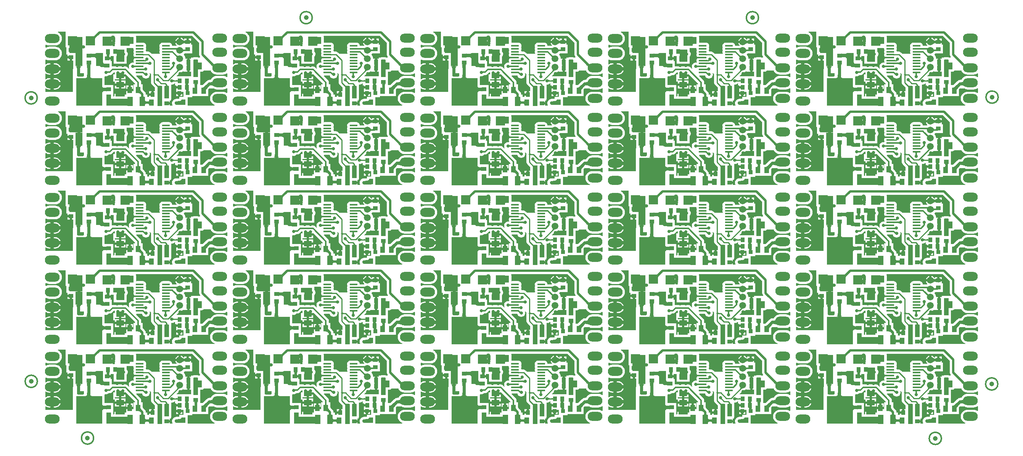
<source format=gtl>
G04*
G04 #@! TF.GenerationSoftware,Altium Limited,Altium Designer,23.8.1 (32)*
G04*
G04 Layer_Physical_Order=1*
G04 Layer_Color=255*
%FSTAX26Y26*%
%MOIN*%
G70*
G04*
G04 #@! TF.SameCoordinates,0658DAE7-6568-40E7-827A-ADBA6E925618*
G04*
G04*
G04 #@! TF.FilePolarity,Positive*
G04*
G01*
G75*
%ADD10C,0.011811*%
%ADD11C,0.042047*%
%ADD12R,0.039370X0.037402*%
%ADD13C,0.059055*%
%ADD14R,0.039370X0.057087*%
%ADD15R,0.062992X0.118110*%
%ADD16R,0.228346X0.244095*%
%ADD17O,0.070866X0.015748*%
%ADD18R,0.037402X0.039370*%
%ADD19R,0.036000X0.036000*%
%ADD20R,0.036000X0.050000*%
%ADD21R,0.049213X0.078740*%
%ADD22R,0.070866X0.049213*%
%ADD23R,0.078740X0.078740*%
%ADD24C,0.027559*%
%ADD25C,0.019685*%
%ADD26C,0.020000*%
%ADD27C,0.010000*%
%ADD28C,0.031496*%
%ADD29R,0.046765X0.061374*%
%ADD30R,0.065000X0.060000*%
%ADD31R,0.065000X0.105000*%
%ADD32R,0.061955X0.028662*%
%ADD33R,0.041951X0.109681*%
%ADD34R,0.040000X0.150000*%
%ADD35R,0.042215X0.175000*%
%ADD36R,0.023896X0.078437*%
%ADD37R,0.115000X0.141173*%
%ADD38O,0.129921X0.078740*%
%ADD39C,0.027559*%
%ADD40C,0.039370*%
G36*
X07030295Y03403758D02*
X0702675Y03400075D01*
X07021087Y03393309D01*
X0701897Y03390225D01*
X07017328Y03387341D01*
X07016162Y03384657D01*
X07015472Y03382173D01*
X07015257Y03379889D01*
X07015519Y03377804D01*
X07016256Y03375919D01*
X06996671Y03411772D01*
X06997827Y03410306D01*
X06999345Y03409478D01*
X07001224Y03409288D01*
X07003465Y03409735D01*
X07006068Y0341082D01*
X07009033Y03412543D01*
X07012359Y03414903D01*
X07016048Y03417902D01*
X0702451Y03425812D01*
X07030295Y03403758D01*
D02*
G37*
G36*
X05390294D02*
X05386749Y03400075D01*
X05381087Y03393309D01*
X05378969Y03390225D01*
X05377327Y03387341D01*
X05376161Y03384657D01*
X05375471Y03382173D01*
X05375257Y03379889D01*
X05375518Y03377804D01*
X05376255Y03375919D01*
X0535667Y03411772D01*
X05357826Y03410306D01*
X05359344Y03409478D01*
X05361223Y03409288D01*
X05363465Y03409735D01*
X05366068Y0341082D01*
X05369032Y03412543D01*
X05372359Y03414903D01*
X05376047Y03417902D01*
X05384509Y03425812D01*
X05390294Y03403758D01*
D02*
G37*
G36*
X03750294D02*
X03746749Y03400075D01*
X03741086Y03393309D01*
X03738968Y03390225D01*
X03737327Y03387341D01*
X03736161Y03384657D01*
X0373547Y03382173D01*
X03735256Y03379889D01*
X03735517Y03377804D01*
X03736254Y03375919D01*
X0371667Y03411772D01*
X03717825Y03410306D01*
X03719343Y03409478D01*
X03721223Y03409288D01*
X03723464Y03409735D01*
X03726067Y0341082D01*
X03729032Y03412543D01*
X03732358Y03414903D01*
X03736046Y03417902D01*
X03744508Y03425812D01*
X03750294Y03403758D01*
D02*
G37*
G36*
X02110293D02*
X02106748Y03400075D01*
X02101085Y03393309D01*
X02098968Y03390225D01*
X02097326Y03387341D01*
X0209616Y03384657D01*
X0209547Y03382173D01*
X02095255Y03379889D01*
X02095517Y03377804D01*
X02096254Y03375919D01*
X02076669Y03411772D01*
X02077825Y03410306D01*
X02079343Y03409478D01*
X02081222Y03409288D01*
X02083463Y03409735D01*
X02086066Y0341082D01*
X02089031Y03412543D01*
X02092357Y03414903D01*
X02096046Y03417902D01*
X02104508Y03425812D01*
X02110293Y03403758D01*
D02*
G37*
G36*
X00470292D02*
X00466747Y03400075D01*
X00461085Y03393309D01*
X00458967Y03390225D01*
X00457325Y03387341D01*
X00456159Y03384657D01*
X00455469Y03382173D01*
X00455255Y03379889D01*
X00455516Y03377804D01*
X00456253Y03375919D01*
X00436668Y03411772D01*
X00437824Y03410306D01*
X00439342Y03409478D01*
X00441221Y03409288D01*
X00443462Y03409735D01*
X00446065Y0341082D01*
X0044903Y03412543D01*
X00452357Y03414903D01*
X00456045Y03417902D01*
X00464507Y03425812D01*
X00470292Y03403758D01*
D02*
G37*
G36*
X07782878Y03379381D02*
X07784967Y03377694D01*
X07787207Y03376206D01*
X07789596Y03374916D01*
X07792136Y03373825D01*
X07794827Y03372932D01*
X07797667Y03372237D01*
X07798678Y0337207D01*
X07799173Y03372143D01*
X07801773Y03372764D01*
X07803973Y03373562D01*
X07805773Y03374539D01*
X07807173Y03375692D01*
X07808173Y03377023D01*
X07808773Y03378531D01*
X07808973Y03380217D01*
Y03343056D01*
X07808773Y03344631D01*
X07808173Y0334604D01*
X07807173Y03347283D01*
X07805773Y0334836D01*
X07803973Y03349272D01*
X07801773Y03350018D01*
X07799173Y03350598D01*
X07798985Y03350624D01*
X07797879Y03350437D01*
X07795049Y03349732D01*
X07792374Y03348825D01*
X07789855Y03347717D01*
X07787492Y03346407D01*
X07785284Y03344895D01*
X07783232Y03343182D01*
X07781335Y03341268D01*
X07780939Y03381266D01*
X07782878Y03379381D01*
D02*
G37*
G36*
X06142877D02*
X06144967Y03377694D01*
X06147206Y03376206D01*
X06149596Y03374916D01*
X06152136Y03373825D01*
X06154826Y03372932D01*
X06157667Y03372237D01*
X06158677Y0337207D01*
X06159172Y03372143D01*
X06161772Y03372764D01*
X06163972Y03373562D01*
X06165772Y03374539D01*
X06167172Y03375692D01*
X06168172Y03377023D01*
X06168772Y03378531D01*
X06168972Y03380217D01*
Y03343056D01*
X06168772Y03344631D01*
X06168172Y0334604D01*
X06167172Y03347283D01*
X06165772Y0334836D01*
X06163972Y03349272D01*
X06161772Y03350018D01*
X06159172Y03350598D01*
X06158985Y03350624D01*
X06157878Y03350437D01*
X06155048Y03349732D01*
X06152373Y03348825D01*
X06149855Y03347717D01*
X06147491Y03346407D01*
X06145283Y03344895D01*
X06143231Y03343182D01*
X06141335Y03341268D01*
X06140939Y03381266D01*
X06142877Y03379381D01*
D02*
G37*
G36*
X04502877D02*
X04504966Y03377694D01*
X04507205Y03376206D01*
X04509595Y03374916D01*
X04512135Y03373825D01*
X04514825Y03372932D01*
X04517666Y03372237D01*
X04518676Y0337207D01*
X04519171Y03372143D01*
X04521771Y03372764D01*
X04523971Y03373562D01*
X04525771Y03374539D01*
X04527171Y03375692D01*
X04528171Y03377023D01*
X04528771Y03378531D01*
X04528971Y03380217D01*
Y03343056D01*
X04528771Y03344631D01*
X04528171Y0334604D01*
X04527171Y03347283D01*
X04525771Y0334836D01*
X04523971Y03349272D01*
X04521771Y03350018D01*
X04519171Y03350598D01*
X04518984Y03350624D01*
X04517877Y03350437D01*
X04515047Y03349732D01*
X04512373Y03348825D01*
X04509854Y03347717D01*
X04507491Y03346407D01*
X04505283Y03344895D01*
X04503231Y03343182D01*
X04501334Y03341268D01*
X04500938Y03381266D01*
X04502877Y03379381D01*
D02*
G37*
G36*
X02862876D02*
X02864965Y03377694D01*
X02867205Y03376206D01*
X02869594Y03374916D01*
X02872134Y03373825D01*
X02874825Y03372932D01*
X02877665Y03372237D01*
X02878676Y0337207D01*
X02879171Y03372143D01*
X02881771Y03372764D01*
X02883971Y03373562D01*
X02885771Y03374539D01*
X02887171Y03375692D01*
X02888171Y03377023D01*
X02888771Y03378531D01*
X02888971Y03380217D01*
Y03343056D01*
X02888771Y03344631D01*
X02888171Y0334604D01*
X02887171Y03347283D01*
X02885771Y0334836D01*
X02883971Y03349272D01*
X02881771Y03350018D01*
X02879171Y03350598D01*
X02878983Y03350624D01*
X02877876Y03350437D01*
X02875046Y03349732D01*
X02872372Y03348825D01*
X02869853Y03347717D01*
X0286749Y03346407D01*
X02865282Y03344895D01*
X0286323Y03343182D01*
X02861333Y03341268D01*
X02860937Y03381266D01*
X02862876Y03379381D01*
D02*
G37*
G36*
X01222875D02*
X01224965Y03377694D01*
X01227204Y03376206D01*
X01229594Y03374916D01*
X01232134Y03373825D01*
X01234824Y03372932D01*
X01237665Y03372237D01*
X01238675Y0337207D01*
X0123917Y03372143D01*
X0124177Y03372764D01*
X0124397Y03373562D01*
X0124577Y03374539D01*
X0124717Y03375692D01*
X0124817Y03377023D01*
X0124877Y03378531D01*
X0124897Y03380217D01*
Y03343056D01*
X0124877Y03344631D01*
X0124817Y0334604D01*
X0124717Y03347283D01*
X0124577Y0334836D01*
X0124397Y03349272D01*
X0124177Y03350018D01*
X0123917Y03350598D01*
X01238983Y03350624D01*
X01237876Y03350437D01*
X01235046Y03349732D01*
X01232371Y03348825D01*
X01229852Y03347717D01*
X01227489Y03346407D01*
X01225281Y03344895D01*
X01223229Y03343182D01*
X01221332Y03341268D01*
X01220937Y03381266D01*
X01222875Y03379381D01*
D02*
G37*
G36*
X07321454Y03374692D02*
X07322048Y03373019D01*
X07323038Y03371542D01*
X07324424Y03370263D01*
X07326207Y0336918D01*
X07328385Y03368294D01*
X0733096Y03367605D01*
X07333931Y03367113D01*
X07337298Y03366818D01*
X07341061Y0336672D01*
Y03347035D01*
X07337298Y03346936D01*
X07333931Y03346641D01*
X0733096Y03346149D01*
X07328385Y0334546D01*
X07326207Y03344574D01*
X07324424Y03343491D01*
X07323038Y03342212D01*
X07322048Y03340735D01*
X07321454Y03339062D01*
X07321256Y03337192D01*
Y03376562D01*
X07321454Y03374692D01*
D02*
G37*
G36*
X05681453D02*
X05682047Y03373019D01*
X05683037Y03371542D01*
X05684424Y03370263D01*
X05686206Y0336918D01*
X05688385Y03368294D01*
X05690959Y03367605D01*
X0569393Y03367113D01*
X05697297Y03366818D01*
X0570106Y0336672D01*
Y03347035D01*
X05697297Y03346936D01*
X0569393Y03346641D01*
X05690959Y03346149D01*
X05688385Y0334546D01*
X05686206Y03344574D01*
X05684424Y03343491D01*
X05683037Y03342212D01*
X05682047Y03340735D01*
X05681453Y03339062D01*
X05681255Y03337192D01*
Y03376562D01*
X05681453Y03374692D01*
D02*
G37*
G36*
X04041452D02*
X04042046Y03373019D01*
X04043037Y03371542D01*
X04044423Y03370263D01*
X04046206Y0336918D01*
X04048384Y03368294D01*
X04050959Y03367605D01*
X04053929Y03367113D01*
X04057296Y03366818D01*
X04061059Y0336672D01*
Y03347035D01*
X04057296Y03346936D01*
X04053929Y03346641D01*
X04050959Y03346149D01*
X04048384Y0334546D01*
X04046206Y03344574D01*
X04044423Y03343491D01*
X04043037Y03342212D01*
X04042046Y03340735D01*
X04041452Y03339062D01*
X04041254Y03337192D01*
Y03376562D01*
X04041452Y03374692D01*
D02*
G37*
G36*
X02401452D02*
X02402046Y03373019D01*
X02403036Y03371542D01*
X02404422Y03370263D01*
X02406205Y0336918D01*
X02408383Y03368294D01*
X02410958Y03367605D01*
X02413929Y03367113D01*
X02417296Y03366818D01*
X02421059Y0336672D01*
Y03347035D01*
X02417296Y03346936D01*
X02413929Y03346641D01*
X02410958Y03346149D01*
X02408383Y0334546D01*
X02406205Y03344574D01*
X02404422Y03343491D01*
X02403036Y03342212D01*
X02402046Y03340735D01*
X02401452Y03339062D01*
X02401253Y03337192D01*
Y03376562D01*
X02401452Y03374692D01*
D02*
G37*
G36*
X00761451D02*
X00762045Y03373019D01*
X00763035Y03371542D01*
X00764422Y03370263D01*
X00766204Y0336918D01*
X00768383Y03368294D01*
X00770957Y03367605D01*
X00773928Y03367113D01*
X00777295Y03366818D01*
X00781058Y0336672D01*
Y03347035D01*
X00777295Y03346936D01*
X00773928Y03346641D01*
X00770957Y03346149D01*
X00768383Y0334546D01*
X00766204Y03344574D01*
X00764422Y03343491D01*
X00763035Y03342212D01*
X00762045Y03340735D01*
X00761451Y03339062D01*
X00761253Y03337192D01*
Y03376562D01*
X00761451Y03374692D01*
D02*
G37*
G36*
X06761451Y03432378D02*
X06761086Y03432012D01*
Y03313272D01*
X06768167D01*
Y03251239D01*
X06778167D01*
Y03236948D01*
X06807852D01*
Y03226948D01*
X06817852D01*
Y03198247D01*
X06827334D01*
Y03150247D01*
X06827176Y03149737D01*
X06827276Y03148635D01*
X06827062Y03147549D01*
X06827334Y03146198D01*
Y03127473D01*
X06825003Y03125142D01*
Y02925D01*
X06585493D01*
Y02953146D01*
X06589977Y02955357D01*
X06594515Y02951875D01*
X06606525Y02946901D01*
X06619413Y02945204D01*
X06630003D01*
Y02995D01*
Y03044796D01*
X06619413D01*
X06606525Y03043099D01*
X06594515Y03038125D01*
X06589977Y03034643D01*
X06585493Y03036854D01*
Y03083146D01*
X06589977Y03085357D01*
X06594515Y03081875D01*
X06606525Y03076901D01*
X06619413Y03075204D01*
X06630003D01*
Y03125D01*
Y03174796D01*
X06619413D01*
X06606525Y03173099D01*
X06594515Y03168125D01*
X06589977Y03164643D01*
X06585493Y03166854D01*
Y03205142D01*
X06590493Y03208139D01*
X06596583Y03204884D01*
X06607774Y03201489D01*
X06619413Y03200343D01*
X06670594D01*
X06682232Y03201489D01*
X06693424Y03204884D01*
X06703738Y03210397D01*
X06712778Y03217816D01*
X06720197Y03226856D01*
X0672571Y0323717D01*
X06729105Y03248361D01*
X06730251Y0326D01*
X06729105Y03271639D01*
X0672571Y0328283D01*
X06720197Y03293144D01*
X06712778Y03302184D01*
X06703738Y03309603D01*
X06693424Y03315116D01*
X06682232Y03318511D01*
X06670594Y03319657D01*
X06619413D01*
X06607774Y03318511D01*
X06596583Y03315116D01*
X06590493Y03311861D01*
X06585493Y03314858D01*
Y03335142D01*
X06590493Y03338139D01*
X06596583Y03334884D01*
X06607774Y03331489D01*
X06619413Y03330343D01*
X06670594D01*
X06682232Y03331489D01*
X06693424Y03334884D01*
X06703738Y03340397D01*
X06712778Y03347816D01*
X06720197Y03356856D01*
X0672571Y0336717D01*
X06729105Y03378361D01*
X06730251Y0339D01*
X06729105Y03401639D01*
X0672571Y0341283D01*
X06720197Y03423144D01*
X06712778Y03432184D01*
X06703738Y03439603D01*
X06694558Y0344451D01*
X0669581Y0344951D01*
X06761451D01*
Y03432378D01*
D02*
G37*
G36*
X05121451D02*
X05121086Y03432012D01*
Y03313272D01*
X05128167D01*
Y03251239D01*
X05138167D01*
Y03236948D01*
X05167852D01*
Y03226948D01*
X05177852D01*
Y03198247D01*
X05187334D01*
Y03150247D01*
X05187175Y03149737D01*
X05187275Y03148635D01*
X05187062Y03147549D01*
X05187334Y03146198D01*
Y03127473D01*
X05185002Y03125142D01*
Y02925D01*
X04945492D01*
Y02953146D01*
X04949976Y02955357D01*
X04954514Y02951875D01*
X04966524Y02946901D01*
X04979412Y02945204D01*
X04990003D01*
Y02995D01*
Y03044796D01*
X04979412D01*
X04966524Y03043099D01*
X04954514Y03038125D01*
X04949976Y03034643D01*
X04945492Y03036854D01*
Y03083146D01*
X04949976Y03085357D01*
X04954514Y03081875D01*
X04966524Y03076901D01*
X04979412Y03075204D01*
X04990003D01*
Y03125D01*
Y03174796D01*
X04979412D01*
X04966524Y03173099D01*
X04954514Y03168125D01*
X04949976Y03164643D01*
X04945492Y03166854D01*
Y03205142D01*
X04950492Y03208139D01*
X04956582Y03204884D01*
X04967773Y03201489D01*
X04979412Y03200343D01*
X05030593D01*
X05042232Y03201489D01*
X05053423Y03204884D01*
X05063737Y03210397D01*
X05072777Y03217816D01*
X05080196Y03226856D01*
X05085709Y0323717D01*
X05089104Y03248361D01*
X0509025Y0326D01*
X05089104Y03271639D01*
X05085709Y0328283D01*
X05080196Y03293144D01*
X05072777Y03302184D01*
X05063737Y03309603D01*
X05053423Y03315116D01*
X05042232Y03318511D01*
X05030593Y03319657D01*
X04979412D01*
X04967773Y03318511D01*
X04956582Y03315116D01*
X04950492Y03311861D01*
X04945492Y03314858D01*
Y03335142D01*
X04950492Y03338139D01*
X04956582Y03334884D01*
X04967773Y03331489D01*
X04979412Y03330343D01*
X05030593D01*
X05042232Y03331489D01*
X05053423Y03334884D01*
X05063737Y03340397D01*
X05072777Y03347816D01*
X05080196Y03356856D01*
X05085709Y0336717D01*
X05089104Y03378361D01*
X0509025Y0339D01*
X05089104Y03401639D01*
X05085709Y0341283D01*
X05080196Y03423144D01*
X05072777Y03432184D01*
X05063737Y03439603D01*
X05054557Y0344451D01*
X05055809Y0344951D01*
X05121451D01*
Y03432378D01*
D02*
G37*
G36*
X0348145D02*
X03481085Y03432012D01*
Y03313272D01*
X03488166D01*
Y03251239D01*
X03498166D01*
Y03236948D01*
X03527851D01*
Y03226948D01*
X03537851D01*
Y03198247D01*
X03547333D01*
Y03150247D01*
X03547174Y03149737D01*
X03547275Y03148635D01*
X03547061Y03147549D01*
X03547333Y03146198D01*
Y03127473D01*
X03545002Y03125142D01*
Y02925D01*
X03305491D01*
Y02953146D01*
X03309976Y02955357D01*
X03314513Y02951875D01*
X03326523Y02946901D01*
X03339411Y02945204D01*
X03350002D01*
Y02995D01*
Y03044796D01*
X03339411D01*
X03326523Y03043099D01*
X03314513Y03038125D01*
X03309976Y03034643D01*
X03305491Y03036854D01*
Y03083146D01*
X03309976Y03085357D01*
X03314513Y03081875D01*
X03326523Y03076901D01*
X03339411Y03075204D01*
X03350002D01*
Y03125D01*
Y03174796D01*
X03339411D01*
X03326523Y03173099D01*
X03314513Y03168125D01*
X03309976Y03164643D01*
X03305491Y03166854D01*
Y03205142D01*
X03310491Y03208139D01*
X03316581Y03204884D01*
X03327773Y03201489D01*
X03339411Y03200343D01*
X03390592D01*
X03402231Y03201489D01*
X03413422Y03204884D01*
X03423736Y03210397D01*
X03432776Y03217816D01*
X03440196Y03226856D01*
X03445709Y0323717D01*
X03449103Y03248361D01*
X0345025Y0326D01*
X03449103Y03271639D01*
X03445709Y0328283D01*
X03440196Y03293144D01*
X03432776Y03302184D01*
X03423736Y03309603D01*
X03413422Y03315116D01*
X03402231Y03318511D01*
X03390592Y03319657D01*
X03339411D01*
X03327773Y03318511D01*
X03316581Y03315116D01*
X03310491Y03311861D01*
X03305491Y03314858D01*
Y03335142D01*
X03310491Y03338139D01*
X03316581Y03334884D01*
X03327773Y03331489D01*
X03339411Y03330343D01*
X03390592D01*
X03402231Y03331489D01*
X03413422Y03334884D01*
X03423736Y03340397D01*
X03432776Y03347816D01*
X03440196Y03356856D01*
X03445709Y0336717D01*
X03449103Y03378361D01*
X0345025Y0339D01*
X03449103Y03401639D01*
X03445709Y0341283D01*
X03440196Y03423144D01*
X03432776Y03432184D01*
X03423736Y03439603D01*
X03414556Y0344451D01*
X03415809Y0344951D01*
X0348145D01*
Y03432378D01*
D02*
G37*
G36*
X01841449D02*
X01841084Y03432012D01*
Y03313272D01*
X01848165D01*
Y03251239D01*
X01858165D01*
Y03236948D01*
X0188785D01*
Y03226948D01*
X0189785D01*
Y03198247D01*
X01907332D01*
Y03150247D01*
X01907174Y03149737D01*
X01907274Y03148635D01*
X0190706Y03147549D01*
X01907332Y03146198D01*
Y03127473D01*
X01905001Y03125142D01*
Y02925D01*
X0166549D01*
Y02953146D01*
X01669975Y02955357D01*
X01674513Y02951875D01*
X01686522Y02946901D01*
X01699411Y02945204D01*
X01710001D01*
Y02995D01*
Y03044796D01*
X01699411D01*
X01686522Y03043099D01*
X01674513Y03038125D01*
X01669975Y03034643D01*
X0166549Y03036854D01*
Y03083146D01*
X01669975Y03085357D01*
X01674513Y03081875D01*
X01686522Y03076901D01*
X01699411Y03075204D01*
X01710001D01*
Y03125D01*
Y03174796D01*
X01699411D01*
X01686522Y03173099D01*
X01674513Y03168125D01*
X01669975Y03164643D01*
X0166549Y03166854D01*
Y03205142D01*
X01670491Y03208139D01*
X01676581Y03204884D01*
X01687772Y03201489D01*
X01699411Y03200343D01*
X01750592D01*
X0176223Y03201489D01*
X01773421Y03204884D01*
X01783736Y03210397D01*
X01792776Y03217816D01*
X01800195Y03226856D01*
X01805708Y0323717D01*
X01809103Y03248361D01*
X01810249Y0326D01*
X01809103Y03271639D01*
X01805708Y0328283D01*
X01800195Y03293144D01*
X01792776Y03302184D01*
X01783736Y03309603D01*
X01773421Y03315116D01*
X0176223Y03318511D01*
X01750592Y03319657D01*
X01699411D01*
X01687772Y03318511D01*
X01676581Y03315116D01*
X01670491Y03311861D01*
X0166549Y03314858D01*
Y03335142D01*
X01670491Y03338139D01*
X01676581Y03334884D01*
X01687772Y03331489D01*
X01699411Y03330343D01*
X01750592D01*
X0176223Y03331489D01*
X01773421Y03334884D01*
X01783736Y03340397D01*
X01792776Y03347816D01*
X01800195Y03356856D01*
X01805708Y0336717D01*
X01809103Y03378361D01*
X01810249Y0339D01*
X01809103Y03401639D01*
X01805708Y0341283D01*
X01800195Y03423144D01*
X01792776Y03432184D01*
X01783736Y03439603D01*
X01774555Y0344451D01*
X01775808Y0344951D01*
X01841449D01*
Y03432378D01*
D02*
G37*
G36*
X00201449D02*
X00201083Y03432012D01*
Y03313272D01*
X00208165D01*
Y03251239D01*
X00218165D01*
Y03236948D01*
X0024785D01*
Y03226948D01*
X0025785D01*
Y03198247D01*
X00267332D01*
Y03150247D01*
X00267173Y03149737D01*
X00267273Y03148635D01*
X0026706Y03147549D01*
X00267332Y03146198D01*
Y03127473D01*
X00265Y03125142D01*
Y02925D01*
X0002549D01*
Y02953146D01*
X00029974Y02955357D01*
X00034512Y02951875D01*
X00046522Y02946901D01*
X0005941Y02945204D01*
X00070001D01*
Y02995D01*
Y03044796D01*
X0005941D01*
X00046522Y03043099D01*
X00034512Y03038125D01*
X00029974Y03034643D01*
X0002549Y03036854D01*
Y03083146D01*
X00029974Y03085357D01*
X00034512Y03081875D01*
X00046522Y03076901D01*
X0005941Y03075204D01*
X00070001D01*
Y03125D01*
Y03174796D01*
X0005941D01*
X00046522Y03173099D01*
X00034512Y03168125D01*
X00029974Y03164643D01*
X0002549Y03166854D01*
Y03205142D01*
X0003049Y03208139D01*
X0003658Y03204884D01*
X00047771Y03201489D01*
X0005941Y03200343D01*
X00110591D01*
X0012223Y03201489D01*
X00133421Y03204884D01*
X00143735Y03210397D01*
X00152775Y03217816D01*
X00160194Y03226856D01*
X00165707Y0323717D01*
X00169102Y03248361D01*
X00170248Y0326D01*
X00169102Y03271639D01*
X00165707Y0328283D01*
X00160194Y03293144D01*
X00152775Y03302184D01*
X00143735Y03309603D01*
X00133421Y03315116D01*
X0012223Y03318511D01*
X00110591Y03319657D01*
X0005941D01*
X00047771Y03318511D01*
X0003658Y03315116D01*
X0003049Y03311861D01*
X0002549Y03314858D01*
Y03335142D01*
X0003049Y03338139D01*
X0003658Y03334884D01*
X00047771Y03331489D01*
X0005941Y03330343D01*
X00110591D01*
X0012223Y03331489D01*
X00133421Y03334884D01*
X00143735Y03340397D01*
X00152775Y03347816D01*
X00160194Y03356856D01*
X00165707Y0336717D01*
X00169102Y03378361D01*
X00170248Y0339D01*
X00169102Y03401639D01*
X00165707Y0341283D01*
X00160194Y03423144D01*
X00152775Y03432184D01*
X00143735Y03439603D01*
X00134555Y0344451D01*
X00135807Y0344951D01*
X00201449D01*
Y03432378D01*
D02*
G37*
G36*
X07669065Y03307779D02*
X07669775Y03307541D01*
X07670679Y03307331D01*
X07671778Y03307149D01*
X07674559Y0330687D01*
X07678117Y03306702D01*
X07682453Y03306646D01*
Y03294835D01*
X07680188Y03294821D01*
X07670679Y0329415D01*
X07669775Y0329394D01*
X07669065Y03293702D01*
X07668549Y03293436D01*
Y03308044D01*
X07669065Y03307779D01*
D02*
G37*
G36*
X06029064D02*
X06029774Y03307541D01*
X06030678Y03307331D01*
X06031777Y03307149D01*
X06034558Y0330687D01*
X06038116Y03306702D01*
X06042452Y03306646D01*
Y03294835D01*
X06040187Y03294821D01*
X06030678Y0329415D01*
X06029774Y0329394D01*
X06029064Y03293702D01*
X06028548Y03293436D01*
Y03308044D01*
X06029064Y03307779D01*
D02*
G37*
G36*
X04389063D02*
X04389773Y03307541D01*
X04390678Y03307331D01*
X04391777Y03307149D01*
X04394557Y0330687D01*
X04398116Y03306702D01*
X04402451Y03306646D01*
Y03294835D01*
X04400186Y03294821D01*
X04390678Y0329415D01*
X04389773Y0329394D01*
X04389063Y03293702D01*
X04388547Y03293436D01*
Y03308044D01*
X04389063Y03307779D01*
D02*
G37*
G36*
X02749062D02*
X02749773Y03307541D01*
X02750677Y03307331D01*
X02751776Y03307149D01*
X02754557Y0330687D01*
X02758115Y03306702D01*
X02762451Y03306646D01*
Y03294835D01*
X02760186Y03294821D01*
X02750677Y0329415D01*
X02749773Y0329394D01*
X02749062Y03293702D01*
X02748547Y03293436D01*
Y03308044D01*
X02749062Y03307779D01*
D02*
G37*
G36*
X01109062D02*
X01109772Y03307541D01*
X01110676Y03307331D01*
X01111775Y03307149D01*
X01114556Y0330687D01*
X01118114Y03306702D01*
X0112245Y03306646D01*
Y03294835D01*
X01120185Y03294821D01*
X01110676Y0329415D01*
X01109772Y0329394D01*
X01109062Y03293702D01*
X01108546Y03293436D01*
Y03308044D01*
X01109062Y03307779D01*
D02*
G37*
G36*
X07808973Y03280064D02*
X07808855Y03280284D01*
X078085Y03280481D01*
X0780791Y03280655D01*
X07807083Y03280806D01*
X0780602Y03280934D01*
X07803185Y03281119D01*
X07799283Y03281187D01*
X07798476Y03281165D01*
X07796511Y03280988D01*
X07794717Y03280692D01*
X07793093Y03280279D01*
X0779164Y03279747D01*
X07790357Y03279098D01*
X07789245Y0327833D01*
X07788303Y03277444D01*
X07787532Y0327644D01*
X07786931Y03275318D01*
Y0329894D01*
X07787532Y03297818D01*
X07788303Y03296814D01*
X07789245Y03295928D01*
X07790357Y03295161D01*
X0779164Y03294511D01*
X07793093Y0329398D01*
X07794717Y03293566D01*
X07796511Y03293271D01*
X07798476Y03293094D01*
X07798935Y03293081D01*
X07799422Y03293094D01*
X07801445Y03293271D01*
X07803231Y03293566D01*
X07804779Y0329398D01*
X07806091Y03294511D01*
X07807166Y03295161D01*
X07808003Y03295928D01*
X07808603Y03296814D01*
X07808967Y03297818D01*
X07809093Y0329894D01*
X07808973Y03280064D01*
D02*
G37*
G36*
X06168972D02*
X06168854Y03280284D01*
X061685Y03280481D01*
X06167909Y03280655D01*
X06167082Y03280806D01*
X06166019Y03280934D01*
X06163185Y03281119D01*
X06159282Y03281187D01*
X06158475Y03281165D01*
X0615651Y03280988D01*
X06154716Y03280692D01*
X06153092Y03280279D01*
X06151639Y03279747D01*
X06150356Y03279098D01*
X06149244Y0327833D01*
X06148303Y03277444D01*
X06147531Y0327644D01*
X06146931Y03275318D01*
Y0329894D01*
X06147531Y03297818D01*
X06148303Y03296814D01*
X06149244Y03295928D01*
X06150356Y03295161D01*
X06151639Y03294511D01*
X06153092Y0329398D01*
X06154716Y03293566D01*
X0615651Y03293271D01*
X06158475Y03293094D01*
X06158935Y03293081D01*
X06159421Y03293094D01*
X06161444Y03293271D01*
X0616323Y03293566D01*
X06164779Y0329398D01*
X06166091Y03294511D01*
X06167165Y03295161D01*
X06168002Y03295928D01*
X06168603Y03296814D01*
X06168966Y03297818D01*
X06169092Y0329894D01*
X06168972Y03280064D01*
D02*
G37*
G36*
X04528971D02*
X04528853Y03280284D01*
X04528499Y03280481D01*
X04527908Y03280655D01*
X04527082Y03280806D01*
X04526019Y03280934D01*
X04523184Y03281119D01*
X04519281Y03281187D01*
X04518474Y03281165D01*
X0451651Y03280988D01*
X04514715Y03280692D01*
X04513092Y03280279D01*
X04511639Y03279747D01*
X04510356Y03279098D01*
X04509244Y0327833D01*
X04508302Y03277444D01*
X04507531Y0327644D01*
X0450693Y03275318D01*
Y0329894D01*
X04507531Y03297818D01*
X04508302Y03296814D01*
X04509244Y03295928D01*
X04510356Y03295161D01*
X04511639Y03294511D01*
X04513092Y0329398D01*
X04514715Y03293566D01*
X0451651Y03293271D01*
X04518474Y03293094D01*
X04518934Y03293081D01*
X0451942Y03293094D01*
X04521443Y03293271D01*
X04523229Y03293566D01*
X04524778Y0329398D01*
X0452609Y03294511D01*
X04527164Y03295161D01*
X04528002Y03295928D01*
X04528602Y03296814D01*
X04528965Y03297818D01*
X04529091Y0329894D01*
X04528971Y03280064D01*
D02*
G37*
G36*
X02888971D02*
X02888852Y03280284D01*
X02888498Y03280481D01*
X02887908Y03280655D01*
X02887081Y03280806D01*
X02886018Y03280934D01*
X02883183Y03281119D01*
X02879281Y03281187D01*
X02878474Y03281165D01*
X02876509Y03280988D01*
X02874715Y03280692D01*
X02873091Y03280279D01*
X02871638Y03279747D01*
X02870355Y03279098D01*
X02869243Y0327833D01*
X02868301Y03277444D01*
X0286753Y0327644D01*
X02866929Y03275318D01*
Y0329894D01*
X0286753Y03297818D01*
X02868301Y03296814D01*
X02869243Y03295928D01*
X02870355Y03295161D01*
X02871638Y03294511D01*
X02873091Y0329398D01*
X02874715Y03293566D01*
X02876509Y03293271D01*
X02878474Y03293094D01*
X02878933Y03293081D01*
X0287942Y03293094D01*
X02881443Y03293271D01*
X02883229Y03293566D01*
X02884777Y0329398D01*
X02886089Y03294511D01*
X02887164Y03295161D01*
X02888001Y03295928D01*
X02888601Y03296814D01*
X02888965Y03297818D01*
X02889091Y0329894D01*
X02888971Y03280064D01*
D02*
G37*
G36*
X0124897D02*
X01248852Y03280284D01*
X01248497Y03280481D01*
X01247907Y03280655D01*
X0124708Y03280806D01*
X01246017Y03280934D01*
X01243182Y03281119D01*
X0123928Y03281187D01*
X01238473Y03281165D01*
X01236508Y03280988D01*
X01234714Y03280692D01*
X0123309Y03280279D01*
X01231637Y03279747D01*
X01230354Y03279098D01*
X01229242Y0327833D01*
X01228301Y03277444D01*
X01227529Y0327644D01*
X01226929Y03275318D01*
Y0329894D01*
X01227529Y03297818D01*
X01228301Y03296814D01*
X01229242Y03295928D01*
X01230354Y03295161D01*
X01231637Y03294511D01*
X0123309Y0329398D01*
X01234714Y03293566D01*
X01236508Y03293271D01*
X01238473Y03293094D01*
X01238932Y03293081D01*
X01239419Y03293094D01*
X01241442Y03293271D01*
X01243228Y03293566D01*
X01244777Y0329398D01*
X01246088Y03294511D01*
X01247163Y03295161D01*
X01248Y03295928D01*
X01248601Y03296814D01*
X01248964Y03297818D01*
X0124909Y0329894D01*
X0124897Y03280064D01*
D02*
G37*
G36*
X07669065Y03282188D02*
X07669775Y0328195D01*
X07670679Y03281741D01*
X07671778Y03281559D01*
X07674559Y03281279D01*
X07678117Y03281111D01*
X07682453Y03281055D01*
Y03269244D01*
X07680188Y0326923D01*
X07670679Y03268559D01*
X07669775Y03268349D01*
X07669065Y03268111D01*
X07668549Y03267846D01*
Y03282454D01*
X07669065Y03282188D01*
D02*
G37*
G36*
X06029064D02*
X06029774Y0328195D01*
X06030678Y03281741D01*
X06031777Y03281559D01*
X06034558Y03281279D01*
X06038116Y03281111D01*
X06042452Y03281055D01*
Y03269244D01*
X06040187Y0326923D01*
X06030678Y03268559D01*
X06029774Y03268349D01*
X06029064Y03268111D01*
X06028548Y03267846D01*
Y03282454D01*
X06029064Y03282188D01*
D02*
G37*
G36*
X04389063D02*
X04389773Y0328195D01*
X04390678Y03281741D01*
X04391777Y03281559D01*
X04394557Y03281279D01*
X04398116Y03281111D01*
X04402451Y03281055D01*
Y03269244D01*
X04400186Y0326923D01*
X04390678Y03268559D01*
X04389773Y03268349D01*
X04389063Y03268111D01*
X04388547Y03267846D01*
Y03282454D01*
X04389063Y03282188D01*
D02*
G37*
G36*
X02749062D02*
X02749773Y0328195D01*
X02750677Y03281741D01*
X02751776Y03281559D01*
X02754557Y03281279D01*
X02758115Y03281111D01*
X02762451Y03281055D01*
Y03269244D01*
X02760186Y0326923D01*
X02750677Y03268559D01*
X02749773Y03268349D01*
X02749062Y03268111D01*
X02748547Y03267846D01*
Y03282454D01*
X02749062Y03282188D01*
D02*
G37*
G36*
X01109062D02*
X01109772Y0328195D01*
X01110676Y03281741D01*
X01111775Y03281559D01*
X01114556Y03281279D01*
X01118114Y03281111D01*
X0112245Y03281055D01*
Y03269244D01*
X01120185Y0326923D01*
X01110676Y03268559D01*
X01109772Y03268349D01*
X01109062Y03268111D01*
X01108546Y03267846D01*
Y03282454D01*
X01109062Y03282188D01*
D02*
G37*
G36*
X07929903Y03352532D02*
Y0325D01*
X07930929Y03242209D01*
X07933936Y0323495D01*
X07937075Y03230858D01*
X0793461Y03225858D01*
X07922344D01*
X07918791Y03226565D01*
X07878791D01*
X07875238Y03225858D01*
X0786009D01*
Y03215858D01*
X07845798D01*
Y03186174D01*
X07825798D01*
Y03215858D01*
X07808943D01*
Y03221541D01*
X07805568Y03234137D01*
X07799048Y03245431D01*
X07793631Y03250848D01*
X07799501Y03256719D01*
X07801363Y03259943D01*
X07807523D01*
X07808843Y03259672D01*
X0780991Y03259877D01*
X07810993Y03259772D01*
X07811556Y03259943D01*
X07868223D01*
Y03337345D01*
X07858223D01*
Y03351636D01*
X07828538D01*
Y03361636D01*
X07818538D01*
Y03390337D01*
X07798853D01*
Y033818D01*
X07793853Y03380461D01*
X07791046Y03385323D01*
X07783686Y03392682D01*
X07774673Y03397886D01*
X07769416Y03399294D01*
Y03361052D01*
X07759416D01*
Y03351052D01*
X07721173D01*
X07722582Y03345795D01*
X07727786Y03336782D01*
X07731847Y03332721D01*
X07731194Y03327763D01*
X07729646Y03326869D01*
X07693567D01*
X0769268Y03333608D01*
X07689871Y03340388D01*
X07685403Y03346211D01*
X0767958Y03350679D01*
X076728Y03353488D01*
X07665523Y03354445D01*
X07610405D01*
X07603129Y03353488D01*
X07596348Y03350679D01*
X07590525Y03346211D01*
X07586057Y03340388D01*
X07583249Y03333608D01*
X07582291Y03326331D01*
X07583249Y03319054D01*
X07585535Y03313536D01*
X07583249Y03308017D01*
X07582291Y0330074D01*
X07583249Y03293464D01*
X07585535Y03287945D01*
X07583249Y03282427D01*
X07582291Y0327515D01*
X07583249Y03267873D01*
X07585535Y03262355D01*
X07585063Y03261217D01*
X07582145Y03257426D01*
X07581364Y03256645D01*
X07514367D01*
X07502329Y03268683D01*
X0749406Y03274209D01*
X07484305Y03276149D01*
X0746516D01*
X07464333Y03282427D01*
X07462047Y03287945D01*
X07464333Y03293464D01*
X07465291Y0330074D01*
X07464333Y03308017D01*
X07462047Y03313536D01*
X07464333Y03319054D01*
X07465291Y03326331D01*
X07464333Y03333608D01*
X07461525Y03340388D01*
X07457057Y03346211D01*
X07451234Y03350679D01*
X07444453Y03353488D01*
X07437177Y03354445D01*
X07382059D01*
X0738092Y03354296D01*
X0737716Y03357592D01*
Y03405D01*
X07376154Y03410058D01*
X07379658Y03415058D01*
X07867377D01*
X07929903Y03352532D01*
D02*
G37*
G36*
X06289903D02*
Y0325D01*
X06290928Y03242209D01*
X06293935Y0323495D01*
X06297075Y03230858D01*
X06294609Y03225858D01*
X06282344D01*
X0627879Y03226565D01*
X0623879D01*
X06235237Y03225858D01*
X06220089D01*
Y03215858D01*
X06205798D01*
Y03186174D01*
X06185798D01*
Y03215858D01*
X06168943D01*
Y03221541D01*
X06165567Y03234137D01*
X06159047Y03245431D01*
X0615363Y03250848D01*
X061595Y03256719D01*
X06161362Y03259943D01*
X06167522D01*
X06168842Y03259672D01*
X0616991Y03259877D01*
X06170992Y03259772D01*
X06171555Y03259943D01*
X06228222D01*
Y03337345D01*
X06218222D01*
Y03351636D01*
X06188537D01*
Y03361636D01*
X06178537D01*
Y03390337D01*
X06158852D01*
Y033818D01*
X06153852Y03380461D01*
X06151045Y03385323D01*
X06143685Y03392682D01*
X06134672Y03397886D01*
X06129415Y03399294D01*
Y03361052D01*
X06119415D01*
Y03351052D01*
X06081173D01*
X06082581Y03345795D01*
X06087785Y03336782D01*
X06091846Y03332721D01*
X06091193Y03327763D01*
X06089645Y03326869D01*
X06053566D01*
X06052679Y03333608D01*
X0604987Y03340388D01*
X06045403Y03346211D01*
X0603958Y03350679D01*
X06032799Y03353488D01*
X06025523Y03354445D01*
X05970404D01*
X05963128Y03353488D01*
X05956347Y03350679D01*
X05950525Y03346211D01*
X05946057Y03340388D01*
X05943248Y03333608D01*
X0594229Y03326331D01*
X05943248Y03319054D01*
X05945534Y03313536D01*
X05943248Y03308017D01*
X0594229Y0330074D01*
X05943248Y03293464D01*
X05945534Y03287945D01*
X05943248Y03282427D01*
X0594229Y0327515D01*
X05943248Y03267873D01*
X05945534Y03262355D01*
X05945063Y03261217D01*
X05942144Y03257426D01*
X05941363Y03256645D01*
X05874367D01*
X05862329Y03268683D01*
X05854059Y03274209D01*
X05844305Y03276149D01*
X05825159D01*
X05824333Y03282427D01*
X05822047Y03287945D01*
X05824333Y03293464D01*
X05825291Y0330074D01*
X05824333Y03308017D01*
X05822047Y03313536D01*
X05824333Y03319054D01*
X05825291Y03326331D01*
X05824333Y03333608D01*
X05821524Y03340388D01*
X05817056Y03346211D01*
X05811233Y03350679D01*
X05804453Y03353488D01*
X05797176Y03354445D01*
X05742058D01*
X05740919Y03354296D01*
X0573716Y03357592D01*
Y03405D01*
X05736154Y03410058D01*
X05739657Y03415058D01*
X06227377D01*
X06289903Y03352532D01*
D02*
G37*
G36*
X04649902D02*
Y0325D01*
X04650927Y03242209D01*
X04653934Y0323495D01*
X04657074Y03230858D01*
X04654608Y03225858D01*
X04642343D01*
X04638789Y03226565D01*
X04598789D01*
X04595236Y03225858D01*
X04580089D01*
Y03215858D01*
X04565797D01*
Y03186174D01*
X04545797D01*
Y03215858D01*
X04528942D01*
Y03221541D01*
X04525567Y03234137D01*
X04519046Y03245431D01*
X04513629Y03250848D01*
X04519499Y03256719D01*
X04521361Y03259943D01*
X04527521D01*
X04528842Y03259672D01*
X04529909Y03259877D01*
X04530991Y03259772D01*
X04531555Y03259943D01*
X04588221D01*
Y03337345D01*
X04578221D01*
Y03351636D01*
X04548536D01*
Y03361636D01*
X04538536D01*
Y03390337D01*
X04518851D01*
Y033818D01*
X04513851Y03380461D01*
X04511044Y03385323D01*
X04503685Y03392682D01*
X04494671Y03397886D01*
X04489414Y03399294D01*
Y03361052D01*
X04479414D01*
Y03351052D01*
X04441172D01*
X04442581Y03345795D01*
X04447784Y03336782D01*
X04451845Y03332721D01*
X04451193Y03327763D01*
X04449645Y03326869D01*
X04413565D01*
X04412678Y03333608D01*
X0440987Y03340388D01*
X04405402Y03346211D01*
X04399579Y03350679D01*
X04392798Y03353488D01*
X04385522Y03354445D01*
X04330404D01*
X04323127Y03353488D01*
X04316347Y03350679D01*
X04310524Y03346211D01*
X04306056Y03340388D01*
X04303247Y03333608D01*
X04302289Y03326331D01*
X04303247Y03319054D01*
X04305533Y03313536D01*
X04303247Y03308017D01*
X04302289Y0330074D01*
X04303247Y03293464D01*
X04305533Y03287945D01*
X04303247Y03282427D01*
X04302289Y0327515D01*
X04303247Y03267873D01*
X04305533Y03262355D01*
X04305062Y03261217D01*
X04302143Y03257426D01*
X04301362Y03256645D01*
X04234366D01*
X04222328Y03268683D01*
X04214059Y03274209D01*
X04204304Y03276149D01*
X04185158D01*
X04184332Y03282427D01*
X04182046Y03287945D01*
X04184332Y03293464D01*
X0418529Y0330074D01*
X04184332Y03308017D01*
X04182046Y03313536D01*
X04184332Y03319054D01*
X0418529Y03326331D01*
X04184332Y03333608D01*
X04181523Y03340388D01*
X04177055Y03346211D01*
X04171233Y03350679D01*
X04164452Y03353488D01*
X04157175Y03354445D01*
X04102057D01*
X04100918Y03354296D01*
X04097159Y03357592D01*
Y03405D01*
X04096153Y03410058D01*
X04099656Y03415058D01*
X04587376D01*
X04649902Y03352532D01*
D02*
G37*
G36*
X03009901D02*
Y0325D01*
X03010927Y03242209D01*
X03013934Y0323495D01*
X03017073Y03230858D01*
X03014608Y03225858D01*
X03002342D01*
X02998789Y03226565D01*
X02958789D01*
X02955235Y03225858D01*
X02940088D01*
Y03215858D01*
X02925796D01*
Y03186174D01*
X02905796D01*
Y03215858D01*
X02888941D01*
Y03221541D01*
X02885566Y03234137D01*
X02879046Y03245431D01*
X02873628Y03250848D01*
X02879499Y03256719D01*
X02881361Y03259943D01*
X02887521D01*
X02888841Y03259672D01*
X02889908Y03259877D01*
X0289099Y03259772D01*
X02891554Y03259943D01*
X02948221D01*
Y03337345D01*
X02938221D01*
Y03351636D01*
X02908535D01*
Y03361636D01*
X02898535D01*
Y03390337D01*
X02878851D01*
Y033818D01*
X02873851Y03380461D01*
X02871044Y03385323D01*
X02863684Y03392682D01*
X02854671Y03397886D01*
X02849414Y03399294D01*
Y03361052D01*
X02839414D01*
Y03351052D01*
X02801171D01*
X0280258Y03345795D01*
X02807784Y03336782D01*
X02811845Y03332721D01*
X02811192Y03327763D01*
X02809644Y03326869D01*
X02773565D01*
X02772678Y03333608D01*
X02769869Y03340388D01*
X02765401Y03346211D01*
X02759578Y03350679D01*
X02752798Y03353488D01*
X02745521Y03354445D01*
X02690403D01*
X02683126Y03353488D01*
X02676346Y03350679D01*
X02670523Y03346211D01*
X02666055Y03340388D01*
X02663247Y03333608D01*
X02662289Y03326331D01*
X02663247Y03319054D01*
X02665532Y03313536D01*
X02663247Y03308017D01*
X02662289Y0330074D01*
X02663247Y03293464D01*
X02665532Y03287945D01*
X02663247Y03282427D01*
X02662289Y0327515D01*
X02663247Y03267873D01*
X02665532Y03262355D01*
X02665061Y03261217D01*
X02662142Y03257426D01*
X02661362Y03256645D01*
X02594365D01*
X02582327Y03268683D01*
X02574058Y03274209D01*
X02564303Y03276149D01*
X02545158D01*
X02544331Y03282427D01*
X02542045Y03287945D01*
X02544331Y03293464D01*
X02545289Y0330074D01*
X02544331Y03308017D01*
X02542045Y03313536D01*
X02544331Y03319054D01*
X02545289Y03326331D01*
X02544331Y03333608D01*
X02541523Y03340388D01*
X02537055Y03346211D01*
X02531232Y03350679D01*
X02524451Y03353488D01*
X02517175Y03354445D01*
X02462057D01*
X02460918Y03354296D01*
X02457158Y03357592D01*
Y03405D01*
X02456152Y03410058D01*
X02459655Y03415058D01*
X02947375D01*
X03009901Y03352532D01*
D02*
G37*
G36*
X013699D02*
Y0325D01*
X01370926Y03242209D01*
X01373933Y0323495D01*
X01377072Y03230858D01*
X01374607Y03225858D01*
X01362341D01*
X01358788Y03226565D01*
X01318788D01*
X01315235Y03225858D01*
X01300087D01*
Y03215858D01*
X01285795D01*
Y03186174D01*
X01265795D01*
Y03215858D01*
X0124894D01*
Y03221541D01*
X01245565Y03234137D01*
X01239045Y03245431D01*
X01233628Y03250848D01*
X01239498Y03256719D01*
X0124136Y03259943D01*
X0124752D01*
X0124884Y03259672D01*
X01249908Y03259877D01*
X0125099Y03259772D01*
X01251553Y03259943D01*
X0130822D01*
Y03337345D01*
X0129822D01*
Y03351636D01*
X01268535D01*
Y03361636D01*
X01258535D01*
Y03390337D01*
X0123885D01*
Y033818D01*
X0123385Y03380461D01*
X01231043Y03385323D01*
X01223683Y03392682D01*
X0121467Y03397886D01*
X01209413Y03399294D01*
Y03361052D01*
X01199413D01*
Y03351052D01*
X0116117D01*
X01162579Y03345795D01*
X01167783Y03336782D01*
X01171844Y03332721D01*
X01171191Y03327763D01*
X01169643Y03326869D01*
X01133564D01*
X01132677Y03333608D01*
X01129868Y03340388D01*
X011254Y03346211D01*
X01119578Y03350679D01*
X01112797Y03353488D01*
X0110552Y03354445D01*
X01050402D01*
X01043126Y03353488D01*
X01036345Y03350679D01*
X01030522Y03346211D01*
X01026054Y03340388D01*
X01023246Y03333608D01*
X01022288Y03326331D01*
X01023246Y03319054D01*
X01025532Y03313536D01*
X01023246Y03308017D01*
X01022288Y0330074D01*
X01023246Y03293464D01*
X01025532Y03287945D01*
X01023246Y03282427D01*
X01022288Y0327515D01*
X01023246Y03267873D01*
X01025532Y03262355D01*
X01025061Y03261217D01*
X01022142Y03257426D01*
X01021361Y03256645D01*
X00954365D01*
X00942327Y03268683D01*
X00934057Y03274209D01*
X00924303Y03276149D01*
X00905157D01*
X0090433Y03282427D01*
X00902044Y03287945D01*
X0090433Y03293464D01*
X00905288Y0330074D01*
X0090433Y03308017D01*
X00902044Y03313536D01*
X0090433Y03319054D01*
X00905288Y03326331D01*
X0090433Y03333608D01*
X00901522Y03340388D01*
X00897054Y03346211D01*
X00891231Y03350679D01*
X00884451Y03353488D01*
X00877174Y03354445D01*
X00822056D01*
X00820917Y03354296D01*
X00817158Y03357592D01*
Y03405D01*
X00816151Y03410058D01*
X00819655Y03415058D01*
X01307375D01*
X013699Y03352532D01*
D02*
G37*
G36*
X07027495Y0321511D02*
X07027213Y03217729D01*
X07026378Y03220071D01*
X07024991Y03222138D01*
X07023051Y03223929D01*
X07020559Y03225445D01*
X07017515Y03226685D01*
X07013919Y0322765D01*
X0700977Y03228339D01*
X07005069Y03228752D01*
X07004631Y03228764D01*
X06990246Y0322769D01*
X06987765Y03227162D01*
X06985836Y03226537D01*
X06984458Y03225817D01*
X06983632Y03225001D01*
X06983356Y03224089D01*
Y0326125D01*
X06983632Y03260338D01*
X06984458Y03259522D01*
X06985836Y03258802D01*
X06987765Y03258178D01*
X06990246Y03257649D01*
X06993277Y03257217D01*
X07000994Y03256641D01*
X07005283Y03256558D01*
X07013872Y0325726D01*
X07017454Y03257891D01*
X07020486Y03258703D01*
X07022966Y03259694D01*
X07024895Y03260866D01*
X07026273Y03262218D01*
X070271Y03263751D01*
X07027376Y03265463D01*
X07027495Y0321511D01*
D02*
G37*
G36*
X05387495D02*
X05387212Y03217729D01*
X05386377Y03220071D01*
X0538499Y03222138D01*
X0538305Y03223929D01*
X05380559Y03225445D01*
X05377515Y03226685D01*
X05373918Y0322765D01*
X0536977Y03228339D01*
X05365069Y03228752D01*
X05364631Y03228764D01*
X05350245Y0322769D01*
X05347765Y03227162D01*
X05345836Y03226537D01*
X05344458Y03225817D01*
X05343631Y03225001D01*
X05343355Y03224089D01*
Y0326125D01*
X05343631Y03260338D01*
X05344458Y03259522D01*
X05345836Y03258802D01*
X05347765Y03258178D01*
X05350245Y03257649D01*
X05353276Y03257217D01*
X05360993Y03256641D01*
X05365283Y03256558D01*
X05373871Y0325726D01*
X05377453Y03257891D01*
X05380485Y03258703D01*
X05382965Y03259694D01*
X05384895Y03260866D01*
X05386272Y03262218D01*
X05387099Y03263751D01*
X05387375Y03265463D01*
X05387495Y0321511D01*
D02*
G37*
G36*
X03747494D02*
X03747211Y03217729D01*
X03746376Y03220071D01*
X03744989Y03222138D01*
X0374305Y03223929D01*
X03740558Y03225445D01*
X03737514Y03226685D01*
X03733918Y0322765D01*
X03729769Y03228339D01*
X03725068Y03228752D01*
X0372463Y03228764D01*
X03710244Y0322769D01*
X03707764Y03227162D01*
X03705835Y03226537D01*
X03704457Y03225817D01*
X0370363Y03225001D01*
X03703354Y03224089D01*
Y0326125D01*
X0370363Y03260338D01*
X03704457Y03259522D01*
X03705835Y03258802D01*
X03707764Y03258178D01*
X03710244Y03257649D01*
X03713276Y03257217D01*
X03720992Y03256641D01*
X03725282Y03256558D01*
X0373387Y0325726D01*
X03737453Y03257891D01*
X03740484Y03258703D01*
X03742965Y03259694D01*
X03744894Y03260866D01*
X03746272Y03262218D01*
X03747099Y03263751D01*
X03747374Y03265463D01*
X03747494Y0321511D01*
D02*
G37*
G36*
X02107493D02*
X02107211Y03217729D01*
X02106376Y03220071D01*
X02104988Y03222138D01*
X02103049Y03223929D01*
X02100557Y03225445D01*
X02097513Y03226685D01*
X02093917Y0322765D01*
X02089768Y03228339D01*
X02085067Y03228752D01*
X02084629Y03228764D01*
X02070244Y0322769D01*
X02067763Y03227162D01*
X02065834Y03226537D01*
X02064456Y03225817D01*
X02063629Y03225001D01*
X02063354Y03224089D01*
Y0326125D01*
X02063629Y03260338D01*
X02064456Y03259522D01*
X02065834Y03258802D01*
X02067763Y03258178D01*
X02070244Y03257649D01*
X02073275Y03257217D01*
X02080992Y03256641D01*
X02085281Y03256558D01*
X02093869Y0325726D01*
X02097452Y03257891D01*
X02100484Y03258703D01*
X02102964Y03259694D01*
X02104893Y03260866D01*
X02106271Y03262218D01*
X02107098Y03263751D01*
X02107373Y03265463D01*
X02107493Y0321511D01*
D02*
G37*
G36*
X00467493D02*
X0046721Y03217729D01*
X00466375Y03220071D01*
X00464988Y03222138D01*
X00463048Y03223929D01*
X00460557Y03225445D01*
X00457512Y03226685D01*
X00453916Y0322765D01*
X00449768Y03228339D01*
X00445067Y03228752D01*
X00444628Y03228764D01*
X00430243Y0322769D01*
X00427763Y03227162D01*
X00425833Y03226537D01*
X00424455Y03225817D01*
X00423629Y03225001D01*
X00423353Y03224089D01*
Y0326125D01*
X00423629Y03260338D01*
X00424455Y03259522D01*
X00425833Y03258802D01*
X00427763Y03258178D01*
X00430243Y03257649D01*
X00433274Y03257217D01*
X00440991Y03256641D01*
X00445281Y03256558D01*
X00453869Y0325726D01*
X00457451Y03257891D01*
X00460483Y03258703D01*
X00462963Y03259694D01*
X00464892Y03260866D01*
X0046627Y03262218D01*
X00467097Y03263751D01*
X00467373Y03265463D01*
X00467493Y0321511D01*
D02*
G37*
G36*
X07440645Y03256635D02*
X07441251Y0325643D01*
X07442021Y03256249D01*
X07442956Y03256093D01*
X07445316Y03255852D01*
X07448332Y03255707D01*
X07452005Y03255659D01*
X07453896Y03245659D01*
X07452211Y03245625D01*
X07449052Y03245353D01*
X07447577Y03245115D01*
X07446173Y03244808D01*
X07444838Y03244434D01*
X07443574Y03243991D01*
X0744238Y03243481D01*
X07441256Y03242902D01*
X07440202Y03242255D01*
Y03256863D01*
X07440645Y03256635D01*
D02*
G37*
G36*
X05800644D02*
X0580125Y0325643D01*
X05802021Y03256249D01*
X05802955Y03256093D01*
X05805315Y03255852D01*
X05808332Y03255707D01*
X05812004Y03255659D01*
X05813896Y03245659D01*
X05812211Y03245625D01*
X05809051Y03245353D01*
X05807577Y03245115D01*
X05806172Y03244808D01*
X05804838Y03244434D01*
X05803574Y03243991D01*
X05802379Y03243481D01*
X05801255Y03242902D01*
X05800202Y03242255D01*
Y03256863D01*
X05800644Y03256635D01*
D02*
G37*
G36*
X04160643D02*
X0416125Y0325643D01*
X0416202Y03256249D01*
X04162954Y03256093D01*
X04165315Y03255852D01*
X04168331Y03255707D01*
X04172003Y03255659D01*
X04173895Y03245659D01*
X0417221Y03245625D01*
X04169051Y03245353D01*
X04167576Y03245115D01*
X04166171Y03244808D01*
X04164837Y03244434D01*
X04163573Y03243991D01*
X04162379Y03243481D01*
X04161255Y03242902D01*
X04160201Y03242255D01*
Y03256863D01*
X04160643Y03256635D01*
D02*
G37*
G36*
X02520642D02*
X02521249Y0325643D01*
X02522019Y03256249D01*
X02522954Y03256093D01*
X02525314Y03255852D01*
X0252833Y03255707D01*
X02532002Y03255659D01*
X02533894Y03245659D01*
X02532209Y03245625D01*
X0252905Y03245353D01*
X02527575Y03245115D01*
X02526171Y03244808D01*
X02524836Y03244434D01*
X02523572Y03243991D01*
X02522378Y03243481D01*
X02521254Y03242902D01*
X025202Y03242255D01*
Y03256863D01*
X02520642Y03256635D01*
D02*
G37*
G36*
X00880642D02*
X00881248Y0325643D01*
X00882019Y03256249D01*
X00882953Y03256093D01*
X00885313Y03255852D01*
X0088833Y03255707D01*
X00892002Y03255659D01*
X00893894Y03245659D01*
X00892209Y03245625D01*
X00889049Y03245353D01*
X00887574Y03245115D01*
X0088617Y03244808D01*
X00884836Y03244434D01*
X00883571Y03243991D01*
X00882377Y03243481D01*
X00881253Y03242902D01*
X00880199Y03242255D01*
Y03256863D01*
X00880642Y03256635D01*
D02*
G37*
G36*
X07149387Y03256409D02*
X07148056Y03255809D01*
X07146881Y03254809D01*
X07145863Y03253409D01*
X07145001Y03251608D01*
X07144296Y03249409D01*
X07143748Y03246809D01*
X07143551Y032453D01*
X07143907Y03239786D01*
X0714422Y03238386D01*
X0714458Y03237386D01*
X07144988Y03236786D01*
X07145444Y03236586D01*
X07113043Y03236466D01*
X07114943Y03236673D01*
X07116643Y03237282D01*
X07118143Y03238292D01*
X07119443Y03239703D01*
X07120543Y03241514D01*
X07121443Y03243727D01*
X07122143Y0324634D01*
X07122212Y03246755D01*
X07122203Y03246809D01*
X0712155Y03249409D01*
X07120711Y03251608D01*
X07119685Y03253409D01*
X07118472Y03254809D01*
X07117072Y03255809D01*
X07115486Y03256409D01*
X07113714Y03256608D01*
X07150876D01*
X07149387Y03256409D01*
D02*
G37*
G36*
X05509387D02*
X05508055Y03255809D01*
X0550688Y03254809D01*
X05505862Y03253409D01*
X05505Y03251608D01*
X05504295Y03249409D01*
X05503747Y03246809D01*
X0550355Y032453D01*
X05503907Y03239786D01*
X05504219Y03238386D01*
X05504579Y03237386D01*
X05504987Y03236786D01*
X05505444Y03236586D01*
X05473042Y03236466D01*
X05474942Y03236673D01*
X05476642Y03237282D01*
X05478142Y03238292D01*
X05479442Y03239703D01*
X05480542Y03241514D01*
X05481442Y03243727D01*
X05482142Y0324634D01*
X05482211Y03246755D01*
X05482203Y03246809D01*
X0548155Y03249409D01*
X0548071Y03251608D01*
X05479684Y03253409D01*
X05478471Y03254809D01*
X05477072Y03255809D01*
X05475486Y03256409D01*
X05473713Y03256608D01*
X05510875D01*
X05509387Y03256409D01*
D02*
G37*
G36*
X03869386D02*
X03868054Y03255809D01*
X0386688Y03254809D01*
X03865861Y03253409D01*
X03865Y03251608D01*
X03864295Y03249409D01*
X03863746Y03246809D01*
X0386355Y032453D01*
X03863906Y03239786D01*
X03864218Y03238386D01*
X03864579Y03237386D01*
X03864987Y03236786D01*
X03865443Y03236586D01*
X03833041Y03236466D01*
X03834941Y03236673D01*
X03836642Y03237282D01*
X03838142Y03238292D01*
X03839441Y03239703D01*
X03840541Y03241514D01*
X03841441Y03243727D01*
X03842142Y0324634D01*
X0384221Y03246755D01*
X03842202Y03246809D01*
X03841549Y03249409D01*
X03840709Y03251608D01*
X03839683Y03253409D01*
X0383847Y03254809D01*
X03837071Y03255809D01*
X03835485Y03256409D01*
X03833713Y03256608D01*
X03870874D01*
X03869386Y03256409D01*
D02*
G37*
G36*
X02229385D02*
X02228054Y03255809D01*
X02226879Y03254809D01*
X02225861Y03253409D01*
X02224999Y03251608D01*
X02224294Y03249409D01*
X02223746Y03246809D01*
X02223549Y032453D01*
X02223905Y03239786D01*
X02224218Y03238386D01*
X02224578Y03237386D01*
X02224986Y03236786D01*
X02225442Y03236586D01*
X02193041Y03236466D01*
X02194941Y03236673D01*
X02196641Y03237282D01*
X02198141Y03238292D01*
X02199441Y03239703D01*
X02200541Y03241514D01*
X02201441Y03243727D01*
X02202141Y0324634D01*
X0220221Y03246755D01*
X02202201Y03246809D01*
X02201548Y03249409D01*
X02200709Y03251608D01*
X02199682Y03253409D01*
X0219847Y03254809D01*
X0219707Y03255809D01*
X02195484Y03256409D01*
X02193712Y03256608D01*
X02230874D01*
X02229385Y03256409D01*
D02*
G37*
G36*
X00589385D02*
X00588053Y03255809D01*
X00586878Y03254809D01*
X0058586Y03253409D01*
X00584998Y03251608D01*
X00584293Y03249409D01*
X00583745Y03246809D01*
X00583548Y032453D01*
X00583905Y03239786D01*
X00584217Y03238386D01*
X00584577Y03237386D01*
X00584985Y03236786D01*
X00585442Y03236586D01*
X0055304Y03236466D01*
X0055494Y03236673D01*
X0055664Y03237282D01*
X0055814Y03238292D01*
X0055944Y03239703D01*
X0056054Y03241514D01*
X0056144Y03243727D01*
X0056214Y0324634D01*
X00562209Y03246755D01*
X00562201Y03246809D01*
X00561548Y03249409D01*
X00560708Y03251608D01*
X00559682Y03253409D01*
X00558469Y03254809D01*
X0055707Y03255809D01*
X00555484Y03256409D01*
X00553711Y03256608D01*
X00590873D01*
X00589385Y03256409D01*
D02*
G37*
G36*
X07733787Y03244654D02*
X07735295Y03243405D01*
X07736758Y03242373D01*
X07738178Y03241557D01*
X07739553Y03240958D01*
X07740885Y03240575D01*
X07742173Y03240409D01*
X07743417Y03240459D01*
X07744618Y03240725D01*
X07745774Y03241208D01*
X07730938Y03222826D01*
X07731182Y03224081D01*
X07731236Y03225368D01*
X07731098Y03226689D01*
X0773077Y03228042D01*
X07730251Y03229429D01*
X07729541Y03230848D01*
X07728641Y03232301D01*
X0772755Y03233786D01*
X07726268Y03235305D01*
X07724795Y03236856D01*
X07732236Y03246119D01*
X07733787Y03244654D01*
D02*
G37*
G36*
X06093787D02*
X06095294Y03243405D01*
X06096757Y03242373D01*
X06098177Y03241557D01*
X06099553Y03240958D01*
X06100885Y03240575D01*
X06102172Y03240409D01*
X06103417Y03240459D01*
X06104617Y03240725D01*
X06105773Y03241208D01*
X06090938Y03222826D01*
X06091182Y03224081D01*
X06091235Y03225368D01*
X06091097Y03226689D01*
X06090769Y03228042D01*
X0609025Y03229429D01*
X06089541Y03230848D01*
X0608864Y03232301D01*
X06087549Y03233786D01*
X06086267Y03235305D01*
X06084794Y03236856D01*
X06092236Y03246119D01*
X06093787Y03244654D01*
D02*
G37*
G36*
X04453786D02*
X04455293Y03243405D01*
X04456757Y03242373D01*
X04458176Y03241557D01*
X04459552Y03240958D01*
X04460884Y03240575D01*
X04462172Y03240409D01*
X04463416Y03240459D01*
X04464616Y03240725D01*
X04465773Y03241208D01*
X04450937Y03222826D01*
X04451181Y03224081D01*
X04451234Y03225368D01*
X04451097Y03226689D01*
X04450769Y03228042D01*
X0445025Y03229429D01*
X0444954Y03230848D01*
X0444864Y03232301D01*
X04447548Y03233786D01*
X04446266Y03235305D01*
X04444794Y03236856D01*
X04452235Y03246119D01*
X04453786Y03244654D01*
D02*
G37*
G36*
X02813785D02*
X02815293Y03243405D01*
X02816756Y03242373D01*
X02818176Y03241557D01*
X02819551Y03240958D01*
X02820883Y03240575D01*
X02822171Y03240409D01*
X02823415Y03240459D01*
X02824615Y03240725D01*
X02825772Y03241208D01*
X02810936Y03222826D01*
X0281118Y03224081D01*
X02811234Y03225368D01*
X02811096Y03226689D01*
X02810768Y03228042D01*
X02810249Y03229429D01*
X02809539Y03230848D01*
X02808639Y03232301D01*
X02807548Y03233786D01*
X02806266Y03235305D01*
X02804793Y03236856D01*
X02812234Y03246119D01*
X02813785Y03244654D01*
D02*
G37*
G36*
X01173785D02*
X01175292Y03243405D01*
X01176755Y03242373D01*
X01178175Y03241557D01*
X01179551Y03240958D01*
X01180882Y03240575D01*
X0118217Y03240409D01*
X01183415Y03240459D01*
X01184615Y03240725D01*
X01185771Y03241208D01*
X01170936Y03222826D01*
X0117118Y03224081D01*
X01171233Y03225368D01*
X01171095Y03226689D01*
X01170767Y03228042D01*
X01170248Y03229429D01*
X01169539Y03230848D01*
X01168638Y03232301D01*
X01167547Y03233786D01*
X01166265Y03235305D01*
X01164792Y03236856D01*
X01172234Y03246119D01*
X01173785Y03244654D01*
D02*
G37*
G36*
X07379033Y03216665D02*
X07378595Y03216879D01*
X07377954Y0321707D01*
X07377111Y03217239D01*
X07376065Y03217385D01*
X07373365Y03217611D01*
X07367798Y0321778D01*
X07365537Y03217791D01*
X07364722Y03229602D01*
X07366991Y03229619D01*
X07375543Y03230204D01*
X07376695Y03230421D01*
X0737766Y03230671D01*
X0737844Y03230955D01*
X07379033Y03231273D01*
Y03216665D01*
D02*
G37*
G36*
X05739033D02*
X05738594Y03216879D01*
X05737953Y0321707D01*
X0573711Y03217239D01*
X05736064Y03217385D01*
X05733365Y03217611D01*
X05727797Y0321778D01*
X05725536Y03217791D01*
X05724721Y03229602D01*
X0572699Y03229619D01*
X05735542Y03230204D01*
X05736694Y03230421D01*
X0573766Y03230671D01*
X05738439Y03230955D01*
X05739033Y03231273D01*
Y03216665D01*
D02*
G37*
G36*
X04099032D02*
X04098593Y03216879D01*
X04097953Y0321707D01*
X04097109Y03217239D01*
X04096063Y03217385D01*
X04093364Y03217611D01*
X04087796Y0321778D01*
X04085535Y03217791D01*
X0408472Y03229602D01*
X04086989Y03229619D01*
X04095542Y03230204D01*
X04096694Y03230421D01*
X04097659Y03230671D01*
X04098439Y03230955D01*
X04099032Y03231273D01*
Y03216665D01*
D02*
G37*
G36*
X02459031D02*
X02458593Y03216879D01*
X02457952Y0321707D01*
X02457108Y03217239D01*
X02456063Y03217385D01*
X02453363Y03217611D01*
X02447796Y0321778D01*
X02445535Y03217791D01*
X0244472Y03229602D01*
X02446989Y03229619D01*
X02455541Y03230204D01*
X02456693Y03230421D01*
X02457658Y03230671D01*
X02458438Y03230955D01*
X02459031Y03231273D01*
Y03216665D01*
D02*
G37*
G36*
X0081903D02*
X00818592Y03216879D01*
X00817951Y0321707D01*
X00817108Y03217239D01*
X00816062Y03217385D01*
X00813363Y03217611D01*
X00807795Y0321778D01*
X00805534Y03217791D01*
X00804719Y03229602D01*
X00806988Y03229619D01*
X0081554Y03230204D01*
X00816692Y03230421D01*
X00817658Y03230671D01*
X00818437Y03230955D01*
X0081903Y03231273D01*
Y03216665D01*
D02*
G37*
G36*
X07468284Y03198902D02*
X07468117Y03198899D01*
X07467877Y03198807D01*
X07467565Y03198626D01*
X07467181Y03198354D01*
X07466725Y03197993D01*
X07464921Y03196372D01*
X07463357Y03194843D01*
X07456286Y03201914D01*
X07457027Y03202664D01*
X07459462Y03205459D01*
X07459695Y03205827D01*
X07459844Y0320613D01*
X07459909Y0320637D01*
X07459889Y03206546D01*
X07468284Y03198902D01*
D02*
G37*
G36*
X05828283D02*
X05828116Y03198899D01*
X05827877Y03198807D01*
X05827565Y03198626D01*
X05827181Y03198354D01*
X05826724Y03197993D01*
X05824921Y03196372D01*
X05823357Y03194843D01*
X05816286Y03201914D01*
X05817026Y03202664D01*
X05819461Y03205459D01*
X05819694Y03205827D01*
X05819843Y0320613D01*
X05819908Y0320637D01*
X05819888Y03206546D01*
X05828283Y03198902D01*
D02*
G37*
G36*
X04188282D02*
X04188115Y03198899D01*
X04187876Y03198807D01*
X04187564Y03198626D01*
X0418718Y03198354D01*
X04186723Y03197993D01*
X0418492Y03196372D01*
X04183356Y03194843D01*
X04176285Y03201914D01*
X04177025Y03202664D01*
X0417946Y03205459D01*
X04179694Y03205827D01*
X04179843Y0320613D01*
X04179907Y0320637D01*
X04179887Y03206546D01*
X04188282Y03198902D01*
D02*
G37*
G36*
X02548282D02*
X02548115Y03198899D01*
X02547875Y03198807D01*
X02547563Y03198626D01*
X02547179Y03198354D01*
X02546723Y03197993D01*
X02544919Y03196372D01*
X02543355Y03194843D01*
X02536284Y03201914D01*
X02537024Y03202664D01*
X02539459Y03205459D01*
X02539693Y03205827D01*
X02539842Y0320613D01*
X02539907Y0320637D01*
X02539887Y03206546D01*
X02548282Y03198902D01*
D02*
G37*
G36*
X00908281D02*
X00908114Y03198899D01*
X00907874Y03198807D01*
X00907563Y03198626D01*
X00907178Y03198354D01*
X00906722Y03197993D01*
X00904918Y03196372D01*
X00903355Y03194843D01*
X00896284Y03201914D01*
X00897024Y03202664D01*
X00899459Y03205459D01*
X00899692Y03205827D01*
X00899841Y0320613D01*
X00899906Y0320637D01*
X00899886Y03206546D01*
X00908281Y03198902D01*
D02*
G37*
G36*
X07440953Y03205244D02*
X07441824Y03204853D01*
X07442817Y03204507D01*
X07443931Y03204208D01*
X07445166Y03203954D01*
X07448001Y03203586D01*
X074496Y0320347D01*
X07453161Y03203378D01*
Y03193378D01*
X0745132Y03193355D01*
X07446523Y0319301D01*
X07445166Y03192802D01*
X07442817Y03192249D01*
X07441824Y03191904D01*
X07440953Y03191512D01*
X07440202Y03191074D01*
Y03205682D01*
X07440953Y03205244D01*
D02*
G37*
G36*
X05800952D02*
X05801823Y03204853D01*
X05802816Y03204507D01*
X0580393Y03204208D01*
X05805165Y03203954D01*
X05808Y03203586D01*
X05809599Y0320347D01*
X05813161Y03203378D01*
Y03193378D01*
X05811319Y03193355D01*
X05806522Y0319301D01*
X05805165Y03192802D01*
X05802816Y03192249D01*
X05801823Y03191904D01*
X05800952Y03191512D01*
X05800202Y03191074D01*
Y03205682D01*
X05800952Y03205244D01*
D02*
G37*
G36*
X04160951D02*
X04161823Y03204853D01*
X04162815Y03204507D01*
X04163929Y03204208D01*
X04165165Y03203954D01*
X04167999Y03203586D01*
X04169598Y0320347D01*
X0417316Y03203378D01*
Y03193378D01*
X04171319Y03193355D01*
X04166521Y0319301D01*
X04165165Y03192802D01*
X04162815Y03192249D01*
X04161823Y03191904D01*
X04160951Y03191512D01*
X04160201Y03191074D01*
Y03205682D01*
X04160951Y03205244D01*
D02*
G37*
G36*
X0252095D02*
X02521822Y03204853D01*
X02522815Y03204507D01*
X02523929Y03204208D01*
X02525164Y03203954D01*
X02527998Y03203586D01*
X02529597Y0320347D01*
X02533159Y03203378D01*
Y03193378D01*
X02531318Y03193355D01*
X02526521Y0319301D01*
X02525164Y03192802D01*
X02522815Y03192249D01*
X02521822Y03191904D01*
X0252095Y03191512D01*
X025202Y03191074D01*
Y03205682D01*
X0252095Y03205244D01*
D02*
G37*
G36*
X0088095D02*
X00881821Y03204853D01*
X00882814Y03204507D01*
X00883928Y03204208D01*
X00885163Y03203954D01*
X00887998Y03203586D01*
X00889597Y0320347D01*
X00893159Y03203378D01*
Y03193378D01*
X00891317Y03193355D01*
X0088652Y0319301D01*
X00885163Y03192802D01*
X00882814Y03192249D01*
X00881821Y03191904D01*
X0088095Y03191512D01*
X00880199Y03191074D01*
Y03205682D01*
X0088095Y03205244D01*
D02*
G37*
G36*
X07341495Y03306803D02*
X07341771Y03306528D01*
X07350914Y03306528D01*
X07354211Y03302769D01*
X07353944Y0330074D01*
X07354902Y03293464D01*
X07357188Y03287945D01*
X07354902Y03282427D01*
X07353944Y0327515D01*
X07354902Y03267873D01*
X07357188Y03262355D01*
X07354902Y03256836D01*
X07353944Y03249559D01*
X07354902Y03242283D01*
X07357711Y03235502D01*
X07362179Y03229679D01*
X07364601Y03227821D01*
X07363834Y03223969D01*
X07364601Y03220117D01*
X07362179Y03218258D01*
X07357711Y03212435D01*
X07354902Y03205655D01*
X07353944Y03198378D01*
X07354902Y03191102D01*
X07357188Y03185583D01*
X0735502Y03180348D01*
X07352577Y03181003D01*
X07343682D01*
X07335091Y03178701D01*
X07327388Y03174254D01*
X07321099Y03167965D01*
X07316652Y03160262D01*
X0731435Y03151671D01*
Y03142776D01*
X07316652Y03134185D01*
X07319178Y03129809D01*
X07315177Y03126739D01*
X07302727Y03139189D01*
X07297316Y03143341D01*
X07291014Y03145952D01*
X07284251Y03146842D01*
X07170716D01*
X07169324Y03146659D01*
X07165564Y03149956D01*
Y03193713D01*
X07155564D01*
Y03208005D01*
X07125879D01*
Y03228005D01*
X07155564D01*
Y03231912D01*
X07156586Y03236488D01*
X07183358D01*
Y03170386D01*
X07206092D01*
X07210003Y03169608D01*
X07275003D01*
X07278915Y03170386D01*
X07294224D01*
Y03184112D01*
X07295395Y0319D01*
Y0323282D01*
X07296973Y03234398D01*
X0730142Y032421D01*
X07303722Y03250691D01*
Y03259586D01*
X0730142Y03268177D01*
X07296973Y0327588D01*
X07295395Y03277457D01*
Y03295D01*
X07294042Y03301803D01*
X07296726Y03306803D01*
X07341495D01*
D02*
G37*
G36*
X05701495D02*
X0570177Y03306528D01*
X05710914Y03306528D01*
X05714211Y03302769D01*
X05713944Y0330074D01*
X05714901Y03293464D01*
X05717187Y03287945D01*
X05714901Y03282427D01*
X05713944Y0327515D01*
X05714901Y03267873D01*
X05717187Y03262355D01*
X05714901Y03256836D01*
X05713944Y03249559D01*
X05714901Y03242283D01*
X0571771Y03235502D01*
X05722178Y03229679D01*
X057246Y03227821D01*
X05723834Y03223969D01*
X057246Y03220117D01*
X05722178Y03218258D01*
X0571771Y03212435D01*
X05714901Y03205655D01*
X05713944Y03198378D01*
X05714901Y03191102D01*
X05717187Y03185583D01*
X05715019Y03180348D01*
X05712576Y03181003D01*
X05703681D01*
X0569509Y03178701D01*
X05687388Y03174254D01*
X05681098Y03167965D01*
X05676651Y03160262D01*
X05674349Y03151671D01*
Y03142776D01*
X05676651Y03134185D01*
X05679178Y03129809D01*
X05675177Y03126739D01*
X05662727Y03139189D01*
X05657315Y03143341D01*
X05651013Y03145952D01*
X05644251Y03146842D01*
X05530716D01*
X05529323Y03146659D01*
X05525564Y03149956D01*
Y03193713D01*
X05515564D01*
Y03208005D01*
X05485879D01*
Y03228005D01*
X05515564D01*
Y03231912D01*
X05516586Y03236488D01*
X05543357D01*
Y03170386D01*
X05566091D01*
X05570002Y03169608D01*
X05635002D01*
X05638914Y03170386D01*
X05654223D01*
Y03184112D01*
X05655394Y0319D01*
Y0323282D01*
X05656972Y03234398D01*
X05661419Y032421D01*
X05663721Y03250691D01*
Y03259586D01*
X05661419Y03268177D01*
X05656972Y0327588D01*
X05655394Y03277457D01*
Y03295D01*
X05654041Y03301803D01*
X05656725Y03306803D01*
X05701495D01*
D02*
G37*
G36*
X04061494D02*
X04061769Y03306528D01*
X04070913Y03306528D01*
X0407421Y03302769D01*
X04073943Y0330074D01*
X04074901Y03293464D01*
X04077187Y03287945D01*
X04074901Y03282427D01*
X04073943Y0327515D01*
X04074901Y03267873D01*
X04077187Y03262355D01*
X04074901Y03256836D01*
X04073943Y03249559D01*
X04074901Y03242283D01*
X04077709Y03235502D01*
X04082177Y03229679D01*
X04084599Y03227821D01*
X04083833Y03223969D01*
X04084599Y03220117D01*
X04082177Y03218258D01*
X04077709Y03212435D01*
X04074901Y03205655D01*
X04073943Y03198378D01*
X04074901Y03191102D01*
X04077187Y03185583D01*
X04075019Y03180348D01*
X04072575Y03181003D01*
X04063681D01*
X0405509Y03178701D01*
X04047387Y03174254D01*
X04041098Y03167965D01*
X04036651Y03160262D01*
X04034349Y03151671D01*
Y03142776D01*
X04036651Y03134185D01*
X04039177Y03129809D01*
X04035176Y03126739D01*
X04022726Y03139189D01*
X04017314Y03143341D01*
X04011013Y03145952D01*
X0400425Y03146842D01*
X03890715D01*
X03889322Y03146659D01*
X03885563Y03149956D01*
Y03193713D01*
X03875563D01*
Y03208005D01*
X03845878D01*
Y03228005D01*
X03875563D01*
Y03231912D01*
X03876585Y03236488D01*
X03903356D01*
Y03170386D01*
X0392609D01*
X03930002Y03169608D01*
X03995002D01*
X03998913Y03170386D01*
X04014222D01*
Y03184112D01*
X04015394Y0319D01*
Y0323282D01*
X04016971Y03234398D01*
X04021419Y032421D01*
X04023721Y03250691D01*
Y03259586D01*
X04021419Y03268177D01*
X04016971Y0327588D01*
X04015394Y03277457D01*
Y03295D01*
X0401404Y03301803D01*
X04016725Y03306803D01*
X04061494D01*
D02*
G37*
G36*
X02421493D02*
X02421769Y03306528D01*
X02430912Y03306528D01*
X02434209Y03302769D01*
X02433942Y0330074D01*
X024349Y03293464D01*
X02437186Y03287945D01*
X024349Y03282427D01*
X02433942Y0327515D01*
X024349Y03267873D01*
X02437186Y03262355D01*
X024349Y03256836D01*
X02433942Y03249559D01*
X024349Y03242283D01*
X02437709Y03235502D01*
X02442177Y03229679D01*
X02444599Y03227821D01*
X02443832Y03223969D01*
X02444599Y03220117D01*
X02442177Y03218258D01*
X02437709Y03212435D01*
X024349Y03205655D01*
X02433942Y03198378D01*
X024349Y03191102D01*
X02437186Y03185583D01*
X02435018Y03180348D01*
X02432575Y03181003D01*
X0242368D01*
X02415089Y03178701D01*
X02407386Y03174254D01*
X02401097Y03167965D01*
X0239665Y03160262D01*
X02394348Y03151671D01*
Y03142776D01*
X0239665Y03134185D01*
X02399176Y03129809D01*
X02395175Y03126739D01*
X02382725Y03139189D01*
X02377314Y03143341D01*
X02371012Y03145952D01*
X02364249Y03146842D01*
X02250714D01*
X02249322Y03146659D01*
X02245562Y03149956D01*
Y03193713D01*
X02235562D01*
Y03208005D01*
X02205877D01*
Y03228005D01*
X02235562D01*
Y03231912D01*
X02236584Y03236488D01*
X02263356D01*
Y03170386D01*
X0228609D01*
X02290001Y03169608D01*
X02355001D01*
X02358912Y03170386D01*
X02374222D01*
Y03184112D01*
X02375393Y0319D01*
Y0323282D01*
X02376971Y03234398D01*
X02381418Y032421D01*
X0238372Y03250691D01*
Y03259586D01*
X02381418Y03268177D01*
X02376971Y0327588D01*
X02375393Y03277457D01*
Y03295D01*
X0237404Y03301803D01*
X02376724Y03306803D01*
X02421493D01*
D02*
G37*
G36*
X00781493D02*
X00781768Y03306528D01*
X00790912Y03306528D01*
X00794208Y03302769D01*
X00793941Y0330074D01*
X00794899Y03293464D01*
X00797185Y03287945D01*
X00794899Y03282427D01*
X00793941Y0327515D01*
X00794899Y03267873D01*
X00797185Y03262355D01*
X00794899Y03256836D01*
X00793941Y03249559D01*
X00794899Y03242283D01*
X00797708Y03235502D01*
X00802176Y03229679D01*
X00804598Y03227821D01*
X00803832Y03223969D01*
X00804598Y03220117D01*
X00802176Y03218258D01*
X00797708Y03212435D01*
X00794899Y03205655D01*
X00793941Y03198378D01*
X00794899Y03191102D01*
X00797185Y03185583D01*
X00795017Y03180348D01*
X00792574Y03181003D01*
X00783679D01*
X00775088Y03178701D01*
X00767385Y03174254D01*
X00761096Y03167965D01*
X00756649Y03160262D01*
X00754347Y03151671D01*
Y03142776D01*
X00756649Y03134185D01*
X00759176Y03129809D01*
X00755175Y03126739D01*
X00742725Y03139189D01*
X00737313Y03143341D01*
X00731011Y03145952D01*
X00724249Y03146842D01*
X00610713D01*
X00609321Y03146659D01*
X00605562Y03149956D01*
Y03193713D01*
X00595562D01*
Y03208005D01*
X00565876D01*
Y03228005D01*
X00595562D01*
Y03231912D01*
X00596583Y03236488D01*
X00623355D01*
Y03170386D01*
X00646089D01*
X0065Y03169608D01*
X00715D01*
X00718912Y03170386D01*
X00734221D01*
Y03184112D01*
X00735392Y0319D01*
Y0323282D01*
X0073697Y03234398D01*
X00741417Y032421D01*
X00743719Y03250691D01*
Y03259586D01*
X00741417Y03268177D01*
X0073697Y0327588D01*
X00735392Y03277457D01*
Y03295D01*
X00734039Y03301803D01*
X00736723Y03306803D01*
X00781493D01*
D02*
G37*
G36*
X0744073Y03179818D02*
X0744145Y03179573D01*
X07442364Y03179358D01*
X07443471Y0317917D01*
X07446264Y03178882D01*
X0744983Y03178709D01*
X07454168Y03178652D01*
X07454044Y03166841D01*
X0745178Y03166827D01*
X07442301Y03166176D01*
X07441406Y03165972D01*
X07440706Y03165742D01*
X07440202Y03165484D01*
Y03180092D01*
X0744073Y03179818D01*
D02*
G37*
G36*
X05800729D02*
X0580145Y03179573D01*
X05802364Y03179358D01*
X0580347Y0317917D01*
X05806264Y03178882D01*
X05809829Y03178709D01*
X05814167Y03178652D01*
X05814044Y03166841D01*
X05811779Y03166827D01*
X058023Y03166176D01*
X05801405Y03165972D01*
X05800706Y03165742D01*
X05800202Y03165484D01*
Y03180092D01*
X05800729Y03179818D01*
D02*
G37*
G36*
X04160728D02*
X04161449Y03179573D01*
X04162363Y03179358D01*
X0416347Y0317917D01*
X04166263Y03178882D01*
X04169828Y03178709D01*
X04174167Y03178652D01*
X04174043Y03166841D01*
X04171779Y03166827D01*
X041623Y03166176D01*
X04161404Y03165972D01*
X04160705Y03165742D01*
X04160201Y03165484D01*
Y03180092D01*
X04160728Y03179818D01*
D02*
G37*
G36*
X02520728D02*
X02521448Y03179573D01*
X02522362Y03179358D01*
X02523469Y0317917D01*
X02526262Y03178882D01*
X02529828Y03178709D01*
X02534166Y03178652D01*
X02534042Y03166841D01*
X02531778Y03166827D01*
X02522299Y03166176D01*
X02521404Y03165972D01*
X02520704Y03165742D01*
X025202Y03165484D01*
Y03180092D01*
X02520728Y03179818D01*
D02*
G37*
G36*
X00880727D02*
X00881448Y03179573D01*
X00882361Y03179358D01*
X00883468Y0317917D01*
X00886261Y03178882D01*
X00889827Y03178709D01*
X00894165Y03178652D01*
X00894042Y03166841D01*
X00891777Y03166827D01*
X00882298Y03166176D01*
X00881403Y03165972D01*
X00880703Y03165742D01*
X00880199Y03165484D01*
Y03180092D01*
X00880727Y03179818D01*
D02*
G37*
G36*
X0748809Y03163089D02*
X07487324Y03163802D01*
X07486486Y0316444D01*
X07485577Y03165002D01*
X07484597Y0316549D01*
X07483546Y03165903D01*
X07482423Y03166241D01*
X0748123Y03166503D01*
X07479965Y03166691D01*
X07478629Y03166803D01*
X07477222Y03166841D01*
X07477262Y03178652D01*
X07478668Y03178689D01*
X07480004Y03178801D01*
X0748127Y03178988D01*
X07482464Y03179248D01*
X07483588Y03179584D01*
X07484642Y03179994D01*
X07485624Y03180479D01*
X07486536Y03181038D01*
X07487377Y03181672D01*
X07488148Y0318238D01*
X0748809Y03163089D01*
D02*
G37*
G36*
X0584809D02*
X05847323Y03163802D01*
X05846485Y0316444D01*
X05845576Y03165002D01*
X05844596Y0316549D01*
X05843545Y03165903D01*
X05842422Y03166241D01*
X05841229Y03166503D01*
X05839964Y03166691D01*
X05838629Y03166803D01*
X05837222Y03166841D01*
X05837261Y03178652D01*
X05838668Y03178689D01*
X05840004Y03178801D01*
X05841269Y03178988D01*
X05842464Y03179248D01*
X05843588Y03179584D01*
X05844641Y03179994D01*
X05845623Y03180479D01*
X05846535Y03181038D01*
X05847377Y03181672D01*
X05848147Y0318238D01*
X0584809Y03163089D01*
D02*
G37*
G36*
X04208089D02*
X04207322Y03163802D01*
X04206484Y0316444D01*
X04205575Y03165002D01*
X04204595Y0316549D01*
X04203544Y03165903D01*
X04202422Y03166241D01*
X04201228Y03166503D01*
X04199964Y03166691D01*
X04198628Y03166803D01*
X04197221Y03166841D01*
X0419726Y03178652D01*
X04198667Y03178689D01*
X04200003Y03178801D01*
X04201268Y03178988D01*
X04202463Y03179248D01*
X04203587Y03179584D01*
X0420464Y03179994D01*
X04205623Y03180479D01*
X04206535Y03181038D01*
X04207376Y03181672D01*
X04208147Y0318238D01*
X04208089Y03163089D01*
D02*
G37*
G36*
X02568088D02*
X02567322Y03163802D01*
X02566484Y0316444D01*
X02565575Y03165002D01*
X02564595Y0316549D01*
X02563543Y03165903D01*
X02562421Y03166241D01*
X02561228Y03166503D01*
X02559963Y03166691D01*
X02558627Y03166803D01*
X0255722Y03166841D01*
X0255726Y03178652D01*
X02558666Y03178689D01*
X02560002Y03178801D01*
X02561267Y03178988D01*
X02562462Y03179248D01*
X02563586Y03179584D01*
X0256464Y03179994D01*
X02565622Y03180479D01*
X02566534Y03181038D01*
X02567375Y03181672D01*
X02568146Y0318238D01*
X02568088Y03163089D01*
D02*
G37*
G36*
X00928087D02*
X00927321Y03163802D01*
X00926483Y0316444D01*
X00925574Y03165002D01*
X00924594Y0316549D01*
X00923543Y03165903D01*
X0092242Y03166241D01*
X00921227Y03166503D01*
X00919962Y03166691D01*
X00918627Y03166803D01*
X0091722Y03166841D01*
X00917259Y03178652D01*
X00918665Y03178689D01*
X00920001Y03178801D01*
X00921267Y03178988D01*
X00922462Y03179248D01*
X00923586Y03179584D01*
X00924639Y03179994D01*
X00925621Y03180479D01*
X00926533Y03181038D01*
X00927375Y03181672D01*
X00928145Y0318238D01*
X00928087Y03163089D01*
D02*
G37*
G36*
X07714784Y03164535D02*
X07714149Y03163696D01*
X07713588Y03162785D01*
X07713101Y03161804D01*
X0771269Y03160752D01*
X07712353Y03159628D01*
X07712092Y03158434D01*
X07711904Y03157169D01*
X07711792Y03155834D01*
X07711755Y03154427D01*
X07699944D01*
X07699907Y03155834D01*
X07699794Y03157169D01*
X07699607Y03158434D01*
X07699346Y03159628D01*
X07699009Y03160752D01*
X07698597Y03161804D01*
X07698111Y03162785D01*
X0769755Y03163696D01*
X07696914Y03164535D01*
X07696204Y03165304D01*
X07715495D01*
X07714784Y03164535D01*
D02*
G37*
G36*
X06074784D02*
X06074148Y03163696D01*
X06073587Y03162785D01*
X06073101Y03161804D01*
X06072689Y03160752D01*
X06072353Y03159628D01*
X06072091Y03158434D01*
X06071904Y03157169D01*
X06071792Y03155834D01*
X06071754Y03154427D01*
X06059943D01*
X06059906Y03155834D01*
X06059794Y03157169D01*
X06059607Y03158434D01*
X06059345Y03159628D01*
X06059008Y03160752D01*
X06058597Y03161804D01*
X0605811Y03162785D01*
X0605755Y03163696D01*
X06056914Y03164535D01*
X06056203Y03165304D01*
X06075494D01*
X06074784Y03164535D01*
D02*
G37*
G36*
X04434783D02*
X04434147Y03163696D01*
X04433586Y03162785D01*
X044331Y03161804D01*
X04432689Y03160752D01*
X04432352Y03159628D01*
X0443209Y03158434D01*
X04431903Y03157169D01*
X04431791Y03155834D01*
X04431753Y03154427D01*
X04419943D01*
X04419905Y03155834D01*
X04419793Y03157169D01*
X04419606Y03158434D01*
X04419344Y03159628D01*
X04419007Y03160752D01*
X04418596Y03161804D01*
X0441811Y03162785D01*
X04417549Y03163696D01*
X04416913Y03164535D01*
X04416202Y03165304D01*
X04435494D01*
X04434783Y03164535D01*
D02*
G37*
G36*
X02794782D02*
X02794146Y03163696D01*
X02793586Y03162785D01*
X02793099Y03161804D01*
X02792688Y03160752D01*
X02792351Y03159628D01*
X02792089Y03158434D01*
X02791902Y03157169D01*
X0279179Y03155834D01*
X02791753Y03154427D01*
X02779942D01*
X02779904Y03155834D01*
X02779792Y03157169D01*
X02779605Y03158434D01*
X02779343Y03159628D01*
X02779007Y03160752D01*
X02778595Y03161804D01*
X02778109Y03162785D01*
X02777548Y03163696D01*
X02776912Y03164535D01*
X02776202Y03165304D01*
X02795493D01*
X02794782Y03164535D01*
D02*
G37*
G36*
X01154782D02*
X01154146Y03163696D01*
X01153585Y03162785D01*
X01153099Y03161804D01*
X01152687Y03160752D01*
X01152351Y03159628D01*
X01152089Y03158434D01*
X01151902Y03157169D01*
X0115179Y03155834D01*
X01151752Y03154427D01*
X01139941D01*
X01139904Y03155834D01*
X01139792Y03157169D01*
X01139604Y03158434D01*
X01139343Y03159628D01*
X01139006Y03160752D01*
X01138595Y03161804D01*
X01138108Y03162785D01*
X01137547Y03163696D01*
X01136912Y03164535D01*
X01136201Y03165304D01*
X01155492D01*
X01154782Y03164535D01*
D02*
G37*
G36*
X07090293Y03179618D02*
X0709113Y03177276D01*
X07092519Y03175209D01*
X07094459Y03173418D01*
X07096951Y03171902D01*
X07099995Y03170662D01*
X07101589Y03170234D01*
X07101905Y03170306D01*
X07103834Y03170974D01*
X07105212Y03171744D01*
X07106039Y03172617D01*
X07106314Y03173593D01*
Y03169244D01*
X07107737Y03169008D01*
X07112436Y03168595D01*
X07117687Y03168457D01*
Y03140898D01*
X07106314Y03143661D01*
Y03136432D01*
X07106039Y0313728D01*
X07105212Y0313804D01*
X07103834Y03138709D01*
X07101905Y0313929D01*
X07099425Y03139781D01*
X07096393Y03140183D01*
X07088677Y03140719D01*
X07078755Y03140898D01*
Y03168457D01*
X07083992Y03168508D01*
X07090053Y03168992D01*
X07090007Y03182236D01*
X07090293Y03179618D01*
D02*
G37*
G36*
X05450292D02*
X05451129Y03177276D01*
X05452518Y03175209D01*
X05454458Y03173418D01*
X0545695Y03171902D01*
X05459994Y03170662D01*
X05461588Y03170234D01*
X05461904Y03170306D01*
X05463833Y03170974D01*
X05465211Y03171744D01*
X05466038Y03172617D01*
X05466314Y03173593D01*
Y03169244D01*
X05467737Y03169008D01*
X05472435Y03168595D01*
X05477686Y03168457D01*
Y03140898D01*
X05466314Y03143661D01*
Y03136432D01*
X05466038Y0313728D01*
X05465211Y0313804D01*
X05463833Y03138709D01*
X05461904Y0313929D01*
X05459424Y03139781D01*
X05456392Y03140183D01*
X05448676Y03140719D01*
X05438755Y03140898D01*
Y03168457D01*
X05443991Y03168508D01*
X05450053Y03168992D01*
X05450007Y03182236D01*
X05450292Y03179618D01*
D02*
G37*
G36*
X03810291D02*
X03811128Y03177276D01*
X03812517Y03175209D01*
X03814458Y03173418D01*
X0381695Y03171902D01*
X03819994Y03170662D01*
X03821587Y03170234D01*
X03821903Y03170306D01*
X03823833Y03170974D01*
X03825211Y03171744D01*
X03826037Y03172617D01*
X03826313Y03173593D01*
Y03169244D01*
X03827736Y03169008D01*
X03832435Y03168595D01*
X03837685Y03168457D01*
Y03140898D01*
X03826313Y03143661D01*
Y03136432D01*
X03826037Y0313728D01*
X03825211Y0313804D01*
X03823833Y03138709D01*
X03821903Y0313929D01*
X03819423Y03139781D01*
X03816392Y03140183D01*
X03808675Y03140719D01*
X03798754Y03140898D01*
Y03168457D01*
X0380399Y03168508D01*
X03810052Y03168992D01*
X03810006Y03182236D01*
X03810291Y03179618D01*
D02*
G37*
G36*
X02170291D02*
X02171128Y03177276D01*
X02172517Y03175209D01*
X02174457Y03173418D01*
X02176949Y03171902D01*
X02179993Y03170662D01*
X02181587Y03170234D01*
X02181903Y03170306D01*
X02183832Y03170974D01*
X0218521Y03171744D01*
X02186037Y03172617D01*
X02186312Y03173593D01*
Y03169244D01*
X02187735Y03169008D01*
X02192434Y03168595D01*
X02197684Y03168457D01*
Y03140898D01*
X02186312Y03143661D01*
Y03136432D01*
X02186037Y0313728D01*
X0218521Y0313804D01*
X02183832Y03138709D01*
X02181903Y0313929D01*
X02179423Y03139781D01*
X02176391Y03140183D01*
X02168675Y03140719D01*
X02158753Y03140898D01*
Y03168457D01*
X02163989Y03168508D01*
X02170051Y03168992D01*
X02170005Y03182236D01*
X02170291Y03179618D01*
D02*
G37*
G36*
X0053029D02*
X00531127Y03177276D01*
X00532516Y03175209D01*
X00534456Y03173418D01*
X00536948Y03171902D01*
X00539992Y03170662D01*
X00541586Y03170234D01*
X00541902Y03170306D01*
X00543831Y03170974D01*
X00545209Y03171744D01*
X00546036Y03172617D01*
X00546312Y03173593D01*
Y03169244D01*
X00547735Y03169008D01*
X00552433Y03168595D01*
X00557684Y03168457D01*
Y03140898D01*
X00546312Y03143661D01*
Y03136432D01*
X00546036Y0313728D01*
X00545209Y0313804D01*
X00543831Y03138709D01*
X00541902Y0313929D01*
X00539422Y03139781D01*
X0053639Y03140183D01*
X00528674Y03140719D01*
X00518753Y03140898D01*
Y03168457D01*
X00523989Y03168508D01*
X00530051Y03168992D01*
X00530005Y03182236D01*
X0053029Y03179618D01*
D02*
G37*
G36*
X07358747Y03156148D02*
X07359586Y03155512D01*
X07360496Y0315495D01*
X07361477Y03154464D01*
X07362529Y03154052D01*
X07363652Y03153715D01*
X07364846Y03153453D01*
X07366111Y03153266D01*
X07367447Y03153153D01*
X07367666Y03153147D01*
X07376913Y03153795D01*
X07377814Y03154003D01*
X07378521Y03154238D01*
X07379033Y03154501D01*
Y03139893D01*
X07378514Y03140161D01*
X073778Y03140401D01*
X07376893Y03140613D01*
X07375791Y03140797D01*
X07373007Y03141079D01*
X07369446Y03141248D01*
X07367614Y03141272D01*
X07367434Y03141267D01*
X07366098Y03141155D01*
X07364833Y03140968D01*
X07363639Y03140707D01*
X07362516Y03140371D01*
X07361463Y0313996D01*
X07360481Y03139474D01*
X0735957Y03138914D01*
X0735873Y03138278D01*
X07357961Y03137568D01*
X07357979Y0315686D01*
X07358747Y03156148D01*
D02*
G37*
G36*
X05718747D02*
X05719586Y03155512D01*
X05720495Y0315495D01*
X05721476Y03154464D01*
X05722528Y03154052D01*
X05723651Y03153715D01*
X05724845Y03153453D01*
X0572611Y03153266D01*
X05727446Y03153153D01*
X05727665Y03153147D01*
X05736912Y03153795D01*
X05737814Y03154003D01*
X0573852Y03154238D01*
X05739033Y03154501D01*
Y03139893D01*
X05738513Y03140161D01*
X057378Y03140401D01*
X05736892Y03140613D01*
X05735791Y03140797D01*
X05733006Y03141079D01*
X05729445Y03141248D01*
X05727613Y03141272D01*
X05727433Y03141267D01*
X05726097Y03141155D01*
X05724832Y03140968D01*
X05723638Y03140707D01*
X05722515Y03140371D01*
X05721462Y0313996D01*
X0572048Y03139474D01*
X05719569Y03138914D01*
X05718729Y03138278D01*
X0571796Y03137568D01*
X05717979Y0315686D01*
X05718747Y03156148D01*
D02*
G37*
G36*
X04078746D02*
X04079585Y03155512D01*
X04080495Y0315495D01*
X04081476Y03154464D01*
X04082528Y03154052D01*
X04083651Y03153715D01*
X04084845Y03153453D01*
X04086109Y03153266D01*
X04087445Y03153153D01*
X04087664Y03153147D01*
X04096911Y03153795D01*
X04097813Y03154003D01*
X0409852Y03154238D01*
X04099032Y03154501D01*
Y03139893D01*
X04098512Y03140161D01*
X04097799Y03140401D01*
X04096891Y03140613D01*
X0409579Y03140797D01*
X04093005Y03141079D01*
X04089445Y03141248D01*
X04087612Y03141272D01*
X04087433Y03141267D01*
X04086097Y03141155D01*
X04084832Y03140968D01*
X04083637Y03140707D01*
X04082514Y03140371D01*
X04081461Y0313996D01*
X0408048Y03139474D01*
X04079569Y03138914D01*
X04078729Y03138278D01*
X04077959Y03137568D01*
X04077978Y0315686D01*
X04078746Y03156148D01*
D02*
G37*
G36*
X02438745D02*
X02439584Y03155512D01*
X02440494Y0315495D01*
X02441475Y03154464D01*
X02442527Y03154052D01*
X0244365Y03153715D01*
X02444844Y03153453D01*
X02446109Y03153266D01*
X02447444Y03153153D01*
X02447664Y03153147D01*
X02456911Y03153795D01*
X02457812Y03154003D01*
X02458519Y03154238D01*
X02459031Y03154501D01*
Y03139893D01*
X02458512Y03140161D01*
X02457798Y03140401D01*
X02456891Y03140613D01*
X02455789Y03140797D01*
X02453005Y03141079D01*
X02449444Y03141248D01*
X02447611Y03141272D01*
X02447432Y03141267D01*
X02446096Y03141155D01*
X02444831Y03140968D01*
X02443637Y03140707D01*
X02442513Y03140371D01*
X02441461Y0313996D01*
X02440479Y03139474D01*
X02439568Y03138914D01*
X02438728Y03138278D01*
X02437959Y03137568D01*
X02437977Y0315686D01*
X02438745Y03156148D01*
D02*
G37*
G36*
X00798744D02*
X00799583Y03155512D01*
X00800493Y0315495D01*
X00801474Y03154464D01*
X00802526Y03154052D01*
X00803649Y03153715D01*
X00804843Y03153453D01*
X00806108Y03153266D01*
X00807444Y03153153D01*
X00807663Y03153147D01*
X0081691Y03153795D01*
X00817812Y03154003D01*
X00818518Y03154238D01*
X0081903Y03154501D01*
Y03139893D01*
X00818511Y03140161D01*
X00817797Y03140401D01*
X0081689Y03140613D01*
X00815788Y03140797D01*
X00813004Y03141079D01*
X00809443Y03141248D01*
X00807611Y03141272D01*
X00807431Y03141267D01*
X00806095Y03141155D01*
X0080483Y03140968D01*
X00803636Y03140707D01*
X00802513Y03140371D01*
X0080146Y0313996D01*
X00800478Y03139474D01*
X00799567Y03138914D01*
X00798727Y03138278D01*
X00797958Y03137568D01*
X00797976Y0315686D01*
X00798744Y03156148D01*
D02*
G37*
G36*
X07849626Y03173061D02*
X07850108Y03166608D01*
X0785438D01*
X07853467Y03166333D01*
X07852651Y03165506D01*
X07851931Y03164128D01*
X07851307Y03162199D01*
X07850779Y03159719D01*
X07850676Y03159D01*
X07850779Y03157628D01*
X07851307Y03155148D01*
X07851931Y03153219D01*
X07852651Y03151841D01*
X07853467Y03151014D01*
X0785438Y03150738D01*
X07849902D01*
X0784977Y03148971D01*
X07849578Y03139049D01*
X07822019D01*
X07821971Y03144286D01*
X07821489Y03150738D01*
X07817218D01*
X0781813Y03151014D01*
X07818946Y03151841D01*
X07819667Y03153219D01*
X07820291Y03155148D01*
X07820819Y03157628D01*
X07820921Y03158347D01*
X07820819Y03159719D01*
X07820291Y03162199D01*
X07819667Y03164128D01*
X07818946Y03165506D01*
X0781813Y03166333D01*
X07817218Y03166608D01*
X07821695D01*
X07821827Y03168376D01*
X07822019Y03178298D01*
X07849578D01*
X07849626Y03173061D01*
D02*
G37*
G36*
X06209626D02*
X06210107Y03166608D01*
X06214379D01*
X06213467Y03166333D01*
X0621265Y03165506D01*
X0621193Y03164128D01*
X06211306Y03162199D01*
X06210778Y03159719D01*
X06210676Y03159D01*
X06210778Y03157628D01*
X06211306Y03155148D01*
X0621193Y03153219D01*
X0621265Y03151841D01*
X06213467Y03151014D01*
X06214379Y03150738D01*
X06209902D01*
X0620977Y03148971D01*
X06209578Y03139049D01*
X06182018D01*
X0618197Y03144286D01*
X06181489Y03150738D01*
X06177217D01*
X06178129Y03151014D01*
X06178946Y03151841D01*
X06179666Y03153219D01*
X0618029Y03155148D01*
X06180818Y03157628D01*
X06180921Y03158347D01*
X06180818Y03159719D01*
X0618029Y03162199D01*
X06179666Y03164128D01*
X06178946Y03165506D01*
X06178129Y03166333D01*
X06177217Y03166608D01*
X06181694D01*
X06181826Y03168376D01*
X06182018Y03178298D01*
X06209578D01*
X06209626Y03173061D01*
D02*
G37*
G36*
X04569625D02*
X04570107Y03166608D01*
X04574378D01*
X04573466Y03166333D01*
X0457265Y03165506D01*
X0457193Y03164128D01*
X04571305Y03162199D01*
X04570777Y03159719D01*
X04570675Y03159D01*
X04570777Y03157628D01*
X04571305Y03155148D01*
X0457193Y03153219D01*
X0457265Y03151841D01*
X04573466Y03151014D01*
X04574378Y03150738D01*
X04569901D01*
X04569769Y03148971D01*
X04569577Y03139049D01*
X04542018D01*
X0454197Y03144286D01*
X04541488Y03150738D01*
X04537217D01*
X04538129Y03151014D01*
X04538945Y03151841D01*
X04539665Y03153219D01*
X04540289Y03155148D01*
X04540817Y03157628D01*
X0454092Y03158347D01*
X04540817Y03159719D01*
X04540289Y03162199D01*
X04539665Y03164128D01*
X04538945Y03165506D01*
X04538129Y03166333D01*
X04537217Y03166608D01*
X04541694D01*
X04541826Y03168376D01*
X04542018Y03178298D01*
X04569577D01*
X04569625Y03173061D01*
D02*
G37*
G36*
X02929624D02*
X02930106Y03166608D01*
X02934377D01*
X02933465Y03166333D01*
X02932649Y03165506D01*
X02931929Y03164128D01*
X02931305Y03162199D01*
X02930776Y03159719D01*
X02930674Y03159D01*
X02930776Y03157628D01*
X02931305Y03155148D01*
X02931929Y03153219D01*
X02932649Y03151841D01*
X02933465Y03151014D01*
X02934377Y03150738D01*
X029299D01*
X02929768Y03148971D01*
X02929576Y03139049D01*
X02902017D01*
X02901969Y03144286D01*
X02901487Y03150738D01*
X02897216D01*
X02898128Y03151014D01*
X02898944Y03151841D01*
X02899664Y03153219D01*
X02900289Y03155148D01*
X02900817Y03157628D01*
X02900919Y03158347D01*
X02900817Y03159719D01*
X02900289Y03162199D01*
X02899664Y03164128D01*
X02898944Y03165506D01*
X02898128Y03166333D01*
X02897216Y03166608D01*
X02901693D01*
X02901825Y03168376D01*
X02902017Y03178298D01*
X02929576D01*
X02929624Y03173061D01*
D02*
G37*
G36*
X01289623D02*
X01290105Y03166608D01*
X01294377D01*
X01293465Y03166333D01*
X01292648Y03165506D01*
X01291928Y03164128D01*
X01291304Y03162199D01*
X01290776Y03159719D01*
X01290673Y03159D01*
X01290776Y03157628D01*
X01291304Y03155148D01*
X01291928Y03153219D01*
X01292648Y03151841D01*
X01293465Y03151014D01*
X01294377Y03150738D01*
X01289899D01*
X01289767Y03148971D01*
X01289575Y03139049D01*
X01262016D01*
X01261968Y03144286D01*
X01261486Y03150738D01*
X01257215D01*
X01258127Y03151014D01*
X01258944Y03151841D01*
X01259664Y03153219D01*
X01260288Y03155148D01*
X01260816Y03157628D01*
X01260918Y03158347D01*
X01260816Y03159719D01*
X01260288Y03162199D01*
X01259664Y03164128D01*
X01258944Y03165506D01*
X01258127Y03166333D01*
X01257215Y03166608D01*
X01261692D01*
X01261824Y03168376D01*
X01262016Y03178298D01*
X01289575D01*
X01289623Y03173061D01*
D02*
G37*
G36*
X08048339Y03175722D02*
X08054175Y03170996D01*
X08056754Y03169388D01*
X08059106Y03168284D01*
X08061233Y03167683D01*
X08063133Y03167586D01*
X08064807Y03167993D01*
X08066255Y03168903D01*
X08067476Y03170316D01*
X08045289Y03136983D01*
X08046165Y03138731D01*
X08046587Y03140657D01*
X08046554Y03142762D01*
X08046067Y03145045D01*
X08045125Y03147506D01*
X08043728Y03150146D01*
X08041876Y03152964D01*
X0803957Y03155961D01*
X08036809Y03159136D01*
X08033594Y0316249D01*
X08045082Y03178841D01*
X08048339Y03175722D01*
D02*
G37*
G36*
X06408338D02*
X06414174Y03170996D01*
X06416753Y03169388D01*
X06419106Y03168284D01*
X06421232Y03167683D01*
X06423132Y03167586D01*
X06424806Y03167993D01*
X06426254Y03168903D01*
X06427476Y03170316D01*
X06405288Y03136983D01*
X06406164Y03138731D01*
X06406586Y03140657D01*
X06406554Y03142762D01*
X06406066Y03145045D01*
X06405124Y03147506D01*
X06403727Y03150146D01*
X06401876Y03152964D01*
X06399569Y03155961D01*
X06396809Y03159136D01*
X06393593Y0316249D01*
X06405081Y03178841D01*
X06408338Y03175722D01*
D02*
G37*
G36*
X04768338D02*
X04774174Y03170996D01*
X04776752Y03169388D01*
X04779105Y03168284D01*
X04781231Y03167683D01*
X04783131Y03167586D01*
X04784805Y03167993D01*
X04786253Y03168903D01*
X04787475Y03170316D01*
X04765287Y03136983D01*
X04766164Y03138731D01*
X04766586Y03140657D01*
X04766553Y03142762D01*
X04766065Y03145045D01*
X04765123Y03147506D01*
X04763726Y03150146D01*
X04761875Y03152964D01*
X04759569Y03155961D01*
X04756808Y03159136D01*
X04753592Y0316249D01*
X04765081Y03178841D01*
X04768338Y03175722D01*
D02*
G37*
G36*
X03128337D02*
X03134173Y03170996D01*
X03136752Y03169388D01*
X03139104Y03168284D01*
X03141231Y03167683D01*
X03143131Y03167586D01*
X03144805Y03167993D01*
X03146253Y03168903D01*
X03147474Y03170316D01*
X03125287Y03136983D01*
X03126163Y03138731D01*
X03126585Y03140657D01*
X03126552Y03142762D01*
X03126065Y03145045D01*
X03125123Y03147506D01*
X03123726Y03150146D01*
X03121874Y03152964D01*
X03119568Y03155961D01*
X03116807Y03159136D01*
X03113592Y0316249D01*
X0312508Y03178841D01*
X03128337Y03175722D01*
D02*
G37*
G36*
X01488336D02*
X01494172Y03170996D01*
X01496751Y03169388D01*
X01499103Y03168284D01*
X0150123Y03167683D01*
X0150313Y03167586D01*
X01504804Y03167993D01*
X01506252Y03168903D01*
X01507474Y03170316D01*
X01485286Y03136983D01*
X01486162Y03138731D01*
X01486584Y03140657D01*
X01486552Y03142762D01*
X01486064Y03145045D01*
X01485122Y03147506D01*
X01483725Y03150146D01*
X01481873Y03152964D01*
X01479567Y03155961D01*
X01476806Y03159136D01*
X01473591Y0316249D01*
X01485079Y03178841D01*
X01488336Y03175722D01*
D02*
G37*
G36*
X06982257Y03160821D02*
X06981273Y03159994D01*
X06980405Y03158616D01*
X06979653Y03156687D01*
X06979017Y03154207D01*
X06978496Y03151175D01*
X06978091Y03147593D01*
X06977628Y03138774D01*
X0697757Y03133537D01*
X06950011D01*
X06949953Y03138774D01*
X06949086Y03151175D01*
X06948565Y03154207D01*
X06947929Y03156687D01*
X06947176Y03158616D01*
X06946309Y03159994D01*
X06945325Y03160821D01*
X06944226Y03161097D01*
X06983356D01*
X06982257Y03160821D01*
D02*
G37*
G36*
X05342256D02*
X05341272Y03159994D01*
X05340405Y03158616D01*
X05339653Y03156687D01*
X05339016Y03154207D01*
X05338495Y03151175D01*
X0533809Y03147593D01*
X05337628Y03138774D01*
X0533757Y03133537D01*
X05310011D01*
X05309953Y03138774D01*
X05309085Y03151175D01*
X05308564Y03154207D01*
X05307928Y03156687D01*
X05307176Y03158616D01*
X05306308Y03159994D01*
X05305324Y03160821D01*
X05304225Y03161097D01*
X05343355D01*
X05342256Y03160821D01*
D02*
G37*
G36*
X03702255D02*
X03701272Y03159994D01*
X03700404Y03158616D01*
X03699652Y03156687D01*
X03699015Y03154207D01*
X03698495Y03151175D01*
X0369809Y03147593D01*
X03697627Y03138774D01*
X03697569Y03133537D01*
X0367001D01*
X03669952Y03138774D01*
X03669084Y03151175D01*
X03668564Y03154207D01*
X03667927Y03156687D01*
X03667175Y03158616D01*
X03666307Y03159994D01*
X03665324Y03160821D01*
X03664224Y03161097D01*
X03703354D01*
X03702255Y03160821D01*
D02*
G37*
G36*
X02062255D02*
X02061271Y03159994D01*
X02060403Y03158616D01*
X02059651Y03156687D01*
X02059015Y03154207D01*
X02058494Y03151175D01*
X02058089Y03147593D01*
X02057626Y03138774D01*
X02057568Y03133537D01*
X02030009D01*
X02029951Y03138774D01*
X02029084Y03151175D01*
X02028563Y03154207D01*
X02027927Y03156687D01*
X02027174Y03158616D01*
X02026307Y03159994D01*
X02025323Y03160821D01*
X02024224Y03161097D01*
X02063354D01*
X02062255Y03160821D01*
D02*
G37*
G36*
X00422254D02*
X0042127Y03159994D01*
X00420402Y03158616D01*
X0041965Y03156687D01*
X00419014Y03154207D01*
X00418493Y03151175D01*
X00418088Y03147593D01*
X00417625Y03138774D01*
X00417568Y03133537D01*
X00390009D01*
X00389951Y03138774D01*
X00389083Y03151175D01*
X00388562Y03154207D01*
X00387926Y03156687D01*
X00387174Y03158616D01*
X00386306Y03159994D01*
X00385322Y03160821D01*
X00384223Y03161097D01*
X00423353D01*
X00422254Y03160821D01*
D02*
G37*
G36*
X07453267Y03128071D02*
X0745327D01*
X07454741Y0311626D01*
X07453747Y03116251D01*
X07453892Y03112687D01*
X07453098Y03113366D01*
X07452237Y03113974D01*
X07451307Y03114509D01*
X0745031Y03114974D01*
X07449244Y03115367D01*
X0744811Y03115688D01*
X07447139Y0311589D01*
X07445301Y03115771D01*
X07443935Y03115555D01*
X07442741Y03115301D01*
X07441721Y03115007D01*
X07440875Y03114674D01*
X07440202Y03114302D01*
Y03128911D01*
X07440559Y03128751D01*
X07441127Y03128608D01*
X07441906Y03128482D01*
X07444098Y03128281D01*
X074452Y03128241D01*
X07446368Y03128421D01*
X07447554Y03128694D01*
X07448665Y03129044D01*
X07449702Y03129472D01*
X07450666Y03129978D01*
X07451554Y03130562D01*
X07452369Y03131223D01*
X0745311Y03131963D01*
X07453267Y03128071D01*
D02*
G37*
G36*
X05813267D02*
X05813269D01*
X0581474Y0311626D01*
X05813747Y03116251D01*
X05813891Y03112687D01*
X05813098Y03113366D01*
X05812236Y03113974D01*
X05811306Y03114509D01*
X05810309Y03114974D01*
X05809243Y03115367D01*
X0580811Y03115688D01*
X05807139Y0311589D01*
X05805301Y03115771D01*
X05803934Y03115555D01*
X0580274Y03115301D01*
X0580172Y03115007D01*
X05800874Y03114674D01*
X05800202Y03114302D01*
Y03128911D01*
X05800558Y03128751D01*
X05801126Y03128608D01*
X05801905Y03128482D01*
X05804097Y03128281D01*
X058052Y03128241D01*
X05806367Y03128421D01*
X05807553Y03128694D01*
X05808664Y03129044D01*
X05809702Y03129472D01*
X05810665Y03129978D01*
X05811554Y03130562D01*
X05812368Y03131223D01*
X05813109Y03131963D01*
X05813267Y03128071D01*
D02*
G37*
G36*
X04173266D02*
X04173269D01*
X04174739Y0311626D01*
X04173746Y03116251D01*
X0417389Y03112687D01*
X04173097Y03113366D01*
X04172235Y03113974D01*
X04171306Y03114509D01*
X04170308Y03114974D01*
X04169243Y03115367D01*
X04168109Y03115688D01*
X04167138Y0311589D01*
X041653Y03115771D01*
X04163933Y03115555D01*
X0416274Y03115301D01*
X0416172Y03115007D01*
X04160873Y03114674D01*
X04160201Y03114302D01*
Y03128911D01*
X04160558Y03128751D01*
X04161126Y03128608D01*
X04161905Y03128482D01*
X04164096Y03128281D01*
X04165199Y03128241D01*
X04166367Y03128421D01*
X04167552Y03128694D01*
X04168664Y03129044D01*
X04169701Y03129472D01*
X04170664Y03129978D01*
X04171553Y03130562D01*
X04172368Y03131223D01*
X04173108Y03131963D01*
X04173266Y03128071D01*
D02*
G37*
G36*
X02533265D02*
X02533268D01*
X02534739Y0311626D01*
X02533745Y03116251D01*
X0253389Y03112687D01*
X02533096Y03113366D01*
X02532235Y03113974D01*
X02531305Y03114509D01*
X02530307Y03114974D01*
X02529242Y03115367D01*
X02528108Y03115688D01*
X02527137Y0311589D01*
X02525299Y03115771D01*
X02523932Y03115555D01*
X02522739Y03115301D01*
X02521719Y03115007D01*
X02520873Y03114674D01*
X025202Y03114302D01*
Y03128911D01*
X02520557Y03128751D01*
X02521125Y03128608D01*
X02521904Y03128482D01*
X02524095Y03128281D01*
X02525198Y03128241D01*
X02526366Y03128421D01*
X02527552Y03128694D01*
X02528663Y03129044D01*
X025297Y03129472D01*
X02530663Y03129978D01*
X02531552Y03130562D01*
X02532367Y03131223D01*
X02533108Y03131963D01*
X02533265Y03128071D01*
D02*
G37*
G36*
X00893265D02*
X00893267D01*
X00894738Y0311626D01*
X00893744Y03116251D01*
X00893889Y03112687D01*
X00893096Y03113366D01*
X00892234Y03113974D01*
X00891304Y03114509D01*
X00890307Y03114974D01*
X00889241Y03115367D01*
X00888108Y03115688D01*
X00887137Y0311589D01*
X00885299Y03115771D01*
X00883932Y03115555D01*
X00882738Y03115301D01*
X00881718Y03115007D01*
X00880872Y03114674D01*
X00880199Y03114302D01*
Y03128911D01*
X00880556Y03128751D01*
X00881124Y03128608D01*
X00881903Y03128482D01*
X00884095Y03128281D01*
X00885198Y03128241D01*
X00886365Y03128421D01*
X00887551Y03128694D01*
X00888662Y03129044D01*
X008897Y03129472D01*
X00890663Y03129978D01*
X00891552Y03130562D01*
X00892366Y03131223D01*
X00893107Y03131963D01*
X00893265Y03128071D01*
D02*
G37*
G36*
X06899894Y03147431D02*
X06897551Y03146596D01*
X06895484Y03145209D01*
X06893693Y0314327D01*
X06892177Y03140778D01*
X06890937Y03137734D01*
X06889973Y03134138D01*
X06889284Y03129989D01*
X0688887Y03125288D01*
X06888733Y03120034D01*
X06861173D01*
X06861036Y0312527D01*
X06860625Y03129955D01*
X06859939Y03134089D01*
X06858978Y03137672D01*
X06857744Y03140703D01*
X06856234Y03143184D01*
X06854451Y03145113D01*
X06852393Y03146491D01*
X06850061Y03147318D01*
X06847454Y03147593D01*
X06902512Y03147713D01*
X06899894Y03147431D01*
D02*
G37*
G36*
X05259893D02*
X05257551Y03146596D01*
X05255484Y03145209D01*
X05253692Y0314327D01*
X05252177Y03140778D01*
X05250936Y03137734D01*
X05249972Y03134138D01*
X05249283Y03129989D01*
X05248869Y03125288D01*
X05248732Y03120034D01*
X05221173D01*
X05221035Y0312527D01*
X05220624Y03129955D01*
X05219938Y03134089D01*
X05218978Y03137672D01*
X05217743Y03140703D01*
X05216234Y03143184D01*
X0521445Y03145113D01*
X05212392Y03146491D01*
X0521006Y03147318D01*
X05207454Y03147593D01*
X05262511Y03147713D01*
X05259893Y03147431D01*
D02*
G37*
G36*
X03619892D02*
X0361755Y03146596D01*
X03615483Y03145209D01*
X03613692Y0314327D01*
X03612176Y03140778D01*
X03610936Y03137734D01*
X03609971Y03134138D01*
X03609282Y03129989D01*
X03608869Y03125288D01*
X03608731Y03120034D01*
X03581172D01*
X03581035Y0312527D01*
X03580623Y03129955D01*
X03579937Y03134089D01*
X03578977Y03137672D01*
X03577742Y03140703D01*
X03576233Y03143184D01*
X0357445Y03145113D01*
X03572392Y03146491D01*
X03570059Y03147318D01*
X03567453Y03147593D01*
X03622511Y03147713D01*
X03619892Y03147431D01*
D02*
G37*
G36*
X01979892D02*
X01977549Y03146596D01*
X01975482Y03145209D01*
X01973691Y0314327D01*
X01972175Y03140778D01*
X01970935Y03137734D01*
X0196997Y03134138D01*
X01969282Y03129989D01*
X01968868Y03125288D01*
X0196873Y03120034D01*
X01941171D01*
X01941034Y0312527D01*
X01940622Y03129955D01*
X01939937Y03134089D01*
X01938976Y03137672D01*
X01937742Y03140703D01*
X01936232Y03143184D01*
X01934449Y03145113D01*
X01932391Y03146491D01*
X01930059Y03147318D01*
X01927452Y03147593D01*
X0198251Y03147713D01*
X01979892Y03147431D01*
D02*
G37*
G36*
X00339891D02*
X00337549Y03146596D01*
X00335482Y03145209D01*
X0033369Y0314327D01*
X00332175Y03140778D01*
X00330934Y03137734D01*
X0032997Y03134138D01*
X00329281Y03129989D01*
X00328867Y03125288D01*
X0032873Y03120034D01*
X00301171D01*
X00301033Y0312527D01*
X00300622Y03129955D01*
X00299936Y03134089D01*
X00298976Y03137672D01*
X00297741Y03140703D01*
X00296232Y03143184D01*
X00294448Y03145113D01*
X0029239Y03146491D01*
X00290058Y03147318D01*
X00287452Y03147593D01*
X00342509Y03147713D01*
X00339891Y03147431D01*
D02*
G37*
G36*
X07757671Y03112959D02*
X0775667Y03112912D01*
X07755593Y03112689D01*
X07754439Y03112289D01*
X07753209Y03111712D01*
X07751902Y03110958D01*
X07750519Y03110026D01*
X07749059Y03108919D01*
X0774591Y03106172D01*
X07744221Y03104533D01*
X07736029Y03110482D01*
X0773728Y03111803D01*
X07738323Y03113054D01*
X07739158Y03114235D01*
X07739784Y03115346D01*
X07740202Y03116388D01*
X07740412Y0311736D01*
X07740413Y03118262D01*
X07740206Y03119094D01*
X07739791Y03119856D01*
X07739167Y03120549D01*
X07757671Y03112959D01*
D02*
G37*
G36*
X0611767D02*
X06116669Y03112912D01*
X06115592Y03112689D01*
X06114438Y03112289D01*
X06113208Y03111712D01*
X06111901Y03110958D01*
X06110518Y03110026D01*
X06109058Y03108919D01*
X0610591Y03106172D01*
X06104221Y03104533D01*
X06096028Y03110482D01*
X06097279Y03111803D01*
X06098322Y03113054D01*
X06099157Y03114235D01*
X06099783Y03115346D01*
X06100202Y03116388D01*
X06100411Y0311736D01*
X06100413Y03118262D01*
X06100206Y03119094D01*
X0609979Y03119856D01*
X06099166Y03120549D01*
X0611767Y03112959D01*
D02*
G37*
G36*
X04477669D02*
X04476669Y03112912D01*
X04475591Y03112689D01*
X04474438Y03112289D01*
X04473207Y03111712D01*
X04471901Y03110958D01*
X04470517Y03110026D01*
X04469058Y03108919D01*
X04465909Y03106172D01*
X0446422Y03104533D01*
X04456027Y03110482D01*
X04457279Y03111803D01*
X04458322Y03113054D01*
X04459156Y03114235D01*
X04459783Y03115346D01*
X04460201Y03116388D01*
X0446041Y0311736D01*
X04460412Y03118262D01*
X04460205Y03119094D01*
X04459789Y03119856D01*
X04459166Y03120549D01*
X04477669Y03112959D01*
D02*
G37*
G36*
X02837669D02*
X02836668Y03112912D01*
X02835591Y03112689D01*
X02834437Y03112289D01*
X02833207Y03111712D01*
X028319Y03110958D01*
X02830517Y03110026D01*
X02829057Y03108919D01*
X02825908Y03106172D01*
X02824219Y03104533D01*
X02816026Y03110482D01*
X02817278Y03111803D01*
X02818321Y03113054D01*
X02819156Y03114235D01*
X02819782Y03115346D01*
X028202Y03116388D01*
X0282041Y0311736D01*
X02820411Y03118262D01*
X02820204Y03119094D01*
X02819789Y03119856D01*
X02819165Y03120549D01*
X02837669Y03112959D01*
D02*
G37*
G36*
X01197668D02*
X01196667Y03112912D01*
X0119559Y03112689D01*
X01194436Y03112289D01*
X01193206Y03111712D01*
X01191899Y03110958D01*
X01190516Y03110026D01*
X01189056Y03108919D01*
X01185908Y03106172D01*
X01184218Y03104533D01*
X01176026Y03110482D01*
X01177277Y03111803D01*
X0117832Y03113054D01*
X01179155Y03114235D01*
X01179781Y03115346D01*
X01180199Y03116388D01*
X01180409Y0311736D01*
X0118041Y03118262D01*
X01180203Y03119094D01*
X01179788Y03119856D01*
X01179164Y03120549D01*
X01197668Y03112959D01*
D02*
G37*
G36*
X07845799Y03101488D02*
X07858399D01*
Y03059685D01*
X07734883D01*
X0773297Y03064304D01*
X07760531Y03091865D01*
X07761752Y0309293D01*
X07765483D01*
X07778079Y03096306D01*
X07789373Y03102826D01*
X07790685Y03104138D01*
X07795216Y03102262D01*
X07795989Y03101488D01*
X07825799D01*
Y03131173D01*
X07845799D01*
Y03101488D01*
D02*
G37*
G36*
X06205798D02*
X06218398D01*
Y03059685D01*
X06094883D01*
X06092969Y03064304D01*
X0612053Y03091865D01*
X06121751Y0309293D01*
X06125482D01*
X06138079Y03096306D01*
X06149372Y03102826D01*
X06150684Y03104138D01*
X06155215Y03102262D01*
X06155988Y03101488D01*
X06185798D01*
Y03131173D01*
X06205798D01*
Y03101488D01*
D02*
G37*
G36*
X04565797D02*
X04578398D01*
Y03059685D01*
X04454882D01*
X04452968Y03064304D01*
X04480529Y03091865D01*
X0448175Y0309293D01*
X04485481D01*
X04498078Y03096306D01*
X04509372Y03102826D01*
X04510684Y03104138D01*
X04515214Y03102262D01*
X04515987Y03101488D01*
X04545797D01*
Y03131173D01*
X04565797D01*
Y03101488D01*
D02*
G37*
G36*
X02925797D02*
X02938397D01*
Y03059685D01*
X02814881D01*
X02812968Y03064304D01*
X02840529Y03091865D01*
X0284175Y0309293D01*
X02845481D01*
X02858077Y03096306D01*
X02869371Y03102826D01*
X02870683Y03104138D01*
X02875213Y03102262D01*
X02875986Y03101488D01*
X02905797D01*
Y03131173D01*
X02925797D01*
Y03101488D01*
D02*
G37*
G36*
X01285796D02*
X01298396D01*
Y03059685D01*
X0117488D01*
X01172967Y03064304D01*
X01200528Y03091865D01*
X01201749Y0309293D01*
X0120548D01*
X01218077Y03096306D01*
X0122937Y03102826D01*
X01230682Y03104138D01*
X01235213Y03102262D01*
X01235986Y03101488D01*
X01265796D01*
Y03131173D01*
X01285796D01*
Y03101488D01*
D02*
G37*
G36*
X07123667Y03105519D02*
X07124577Y03105069D01*
X07125549Y03104672D01*
X07126584Y03104328D01*
X0712768Y03104037D01*
X07128839Y03103799D01*
X07131344Y03103481D01*
X0713269Y03103402D01*
X07134098Y03103376D01*
X07137066Y03091565D01*
X07135649Y03091521D01*
X07134323Y0309139D01*
X07133089Y03091172D01*
X07131948Y03090866D01*
X07130899Y03090473D01*
X07129942Y03089992D01*
X07129078Y03089424D01*
X07128306Y03088769D01*
X07127626Y03088026D01*
X07127038Y03087197D01*
X07122819Y03106021D01*
X07123667Y03105519D01*
D02*
G37*
G36*
X05483666D02*
X05484576Y03105069D01*
X05485548Y03104672D01*
X05486583Y03104328D01*
X0548768Y03104037D01*
X05488839Y03103799D01*
X05491343Y03103481D01*
X05492689Y03103402D01*
X05494097Y03103376D01*
X05497066Y03091565D01*
X05495648Y03091521D01*
X05494322Y0309139D01*
X05493088Y03091172D01*
X05491947Y03090866D01*
X05490898Y03090473D01*
X05489941Y03089992D01*
X05489077Y03089424D01*
X05488305Y03088769D01*
X05487625Y03088026D01*
X05487037Y03087197D01*
X05482819Y03106021D01*
X05483666Y03105519D01*
D02*
G37*
G36*
X03843666D02*
X03844575Y03105069D01*
X03845548Y03104672D01*
X03846582Y03104328D01*
X03847679Y03104037D01*
X03848838Y03103799D01*
X03851343Y03103481D01*
X03852688Y03103402D01*
X03854097Y03103376D01*
X03857065Y03091565D01*
X03855647Y03091521D01*
X03854321Y0309139D01*
X03853088Y03091172D01*
X03851947Y03090866D01*
X03850898Y03090473D01*
X03849941Y03089992D01*
X03849076Y03089424D01*
X03848304Y03088769D01*
X03847624Y03088026D01*
X03847037Y03087197D01*
X03842818Y03106021D01*
X03843666Y03105519D01*
D02*
G37*
G36*
X02203665D02*
X02204575Y03105069D01*
X02205547Y03104672D01*
X02206581Y03104328D01*
X02207678Y03104037D01*
X02208837Y03103799D01*
X02211342Y03103481D01*
X02212688Y03103402D01*
X02214096Y03103376D01*
X02217064Y03091565D01*
X02215646Y03091521D01*
X02214321Y0309139D01*
X02213087Y03091172D01*
X02211946Y03090866D01*
X02210897Y03090473D01*
X0220994Y03089992D01*
X02209076Y03089424D01*
X02208303Y03088769D01*
X02207624Y03088026D01*
X02207036Y03087197D01*
X02202817Y03106021D01*
X02203665Y03105519D01*
D02*
G37*
G36*
X00563664D02*
X00564574Y03105069D01*
X00565546Y03104672D01*
X00566581Y03104328D01*
X00567678Y03104037D01*
X00568837Y03103799D01*
X00571341Y03103481D01*
X00572687Y03103402D01*
X00574095Y03103376D01*
X00577064Y03091565D01*
X00575646Y03091521D01*
X0057432Y0309139D01*
X00573086Y03091172D01*
X00571945Y03090866D01*
X00570896Y03090473D01*
X00569939Y03089992D01*
X00569075Y03089424D01*
X00568303Y03088769D01*
X00567623Y03088026D01*
X00567035Y03087197D01*
X00562817Y03106021D01*
X00563664Y03105519D01*
D02*
G37*
G36*
X07444607Y03098742D02*
X07444896Y03098297D01*
X07445348Y03097709D01*
X07446739Y03096099D01*
X07450759Y03091934D01*
X07451682Y03091181D01*
X07452703Y03090476D01*
X07453717Y03089905D01*
X07454722Y03089469D01*
X07455719Y03089167D01*
X07456708Y03089001D01*
X07457688Y03088968D01*
X0745866Y03089071D01*
X07459624Y03089308D01*
X07450576Y03072271D01*
X07450281Y03073147D01*
X07449909Y03074039D01*
X0744946Y03074947D01*
X07448935Y0307587D01*
X07448332Y03076809D01*
X07446897Y03078734D01*
X07446064Y0307972D01*
X07444839Y03081024D01*
X07443753Y03082071D01*
X0743959Y03085575D01*
X0743772Y0308687D01*
X07435989Y0308786D01*
X07434399Y03088544D01*
X0743295Y03088923D01*
X07431641Y03088997D01*
X07430473Y03088766D01*
X07429445Y0308823D01*
X07444481Y03099041D01*
X07444607Y03098742D01*
D02*
G37*
G36*
X05804607D02*
X05804896Y03098297D01*
X05805347Y03097709D01*
X05806738Y03096099D01*
X05810758Y03091934D01*
X05811681Y03091181D01*
X05812703Y03090476D01*
X05813716Y03089905D01*
X05814721Y03089469D01*
X05815718Y03089167D01*
X05816707Y03089001D01*
X05817687Y03088968D01*
X0581866Y03089071D01*
X05819624Y03089308D01*
X05810575Y03072271D01*
X0581028Y03073147D01*
X05809908Y03074039D01*
X05809459Y03074947D01*
X05808934Y0307587D01*
X05808332Y03076809D01*
X05806896Y03078734D01*
X05806064Y0307972D01*
X05804838Y03081024D01*
X05803752Y03082071D01*
X0579959Y03085575D01*
X05797719Y0308687D01*
X05795989Y0308786D01*
X05794399Y03088544D01*
X05792949Y03088923D01*
X05791641Y03088997D01*
X05790472Y03088766D01*
X05789444Y0308823D01*
X0580448Y03099041D01*
X05804607Y03098742D01*
D02*
G37*
G36*
X04164606D02*
X04164895Y03098297D01*
X04165347Y03097709D01*
X04166737Y03096099D01*
X04170758Y03091934D01*
X0417168Y03091181D01*
X04172702Y03090476D01*
X04173715Y03089905D01*
X0417472Y03089469D01*
X04175717Y03089167D01*
X04176706Y03089001D01*
X04177687Y03088968D01*
X04178659Y03089071D01*
X04179623Y03089308D01*
X04170574Y03072271D01*
X04170279Y03073147D01*
X04169908Y03074039D01*
X04169459Y03074947D01*
X04168933Y0307587D01*
X04168331Y03076809D01*
X04166896Y03078734D01*
X04166063Y0307972D01*
X04164838Y03081024D01*
X04163752Y03082071D01*
X04159589Y03085575D01*
X04157718Y0308687D01*
X04155988Y0308786D01*
X04154398Y03088544D01*
X04152949Y03088923D01*
X0415164Y03088997D01*
X04150471Y03088766D01*
X04149443Y0308823D01*
X04164479Y03099041D01*
X04164606Y03098742D01*
D02*
G37*
G36*
X02524605D02*
X02524894Y03098297D01*
X02525346Y03097709D01*
X02526736Y03096099D01*
X02530757Y03091934D01*
X0253168Y03091181D01*
X02532701Y03090476D01*
X02533715Y03089905D01*
X0253472Y03089469D01*
X02535717Y03089167D01*
X02536705Y03089001D01*
X02537686Y03088968D01*
X02538658Y03089071D01*
X02539622Y03089308D01*
X02530573Y03072271D01*
X02530279Y03073147D01*
X02529907Y03074039D01*
X02529458Y03074947D01*
X02528933Y0307587D01*
X0252833Y03076809D01*
X02526895Y03078734D01*
X02526062Y0307972D01*
X02524837Y03081024D01*
X02523751Y03082071D01*
X02519588Y03085575D01*
X02517717Y0308687D01*
X02515987Y0308786D01*
X02514397Y03088544D01*
X02512948Y03088923D01*
X02511639Y03088997D01*
X02510471Y03088766D01*
X02509443Y0308823D01*
X02524479Y03099041D01*
X02524605Y03098742D01*
D02*
G37*
G36*
X00884605D02*
X00884894Y03098297D01*
X00885345Y03097709D01*
X00886736Y03096099D01*
X00890756Y03091934D01*
X00891679Y03091181D01*
X00892701Y03090476D01*
X00893714Y03089905D01*
X00894719Y03089469D01*
X00895716Y03089167D01*
X00896705Y03089001D01*
X00897685Y03088968D01*
X00898658Y03089071D01*
X00899622Y03089308D01*
X00890573Y03072271D01*
X00890278Y03073147D01*
X00889906Y03074039D01*
X00889457Y03074947D01*
X00888932Y0307587D01*
X0088833Y03076809D01*
X00886894Y03078734D01*
X00886062Y0307972D01*
X00884836Y03081024D01*
X0088375Y03082071D01*
X00879587Y03085575D01*
X00877717Y0308687D01*
X00875986Y0308786D01*
X00874397Y03088544D01*
X00872947Y03088923D01*
X00871638Y03088997D01*
X0087047Y03088766D01*
X00869442Y0308823D01*
X00884478Y03099041D01*
X00884605Y03098742D01*
D02*
G37*
G36*
X07646214Y03088111D02*
X0764521Y03087753D01*
X07644324Y03087156D01*
X07643557Y03086321D01*
X07642907Y03085247D01*
X07642376Y03083935D01*
X07641962Y03082384D01*
X07641667Y03080594D01*
X0764149Y03078566D01*
X07641456Y03077272D01*
X07641468Y03076819D01*
X0764158Y03075483D01*
X07641767Y03074218D01*
X07642029Y03073024D01*
X07642366Y03071901D01*
X07642777Y03070849D01*
X07643264Y03069868D01*
X07643824Y03068957D01*
X0764446Y03068118D01*
X07645171Y03067349D01*
X0762588D01*
X0762659Y03068118D01*
X07627226Y03068957D01*
X07627787Y03069868D01*
X07628273Y03070849D01*
X07628685Y03071901D01*
X07629021Y03073024D01*
X07629283Y03074218D01*
X0762947Y03075483D01*
X07629582Y03076819D01*
X07629594Y03077272D01*
X07629561Y03078566D01*
X07629384Y03080594D01*
X07629088Y03082384D01*
X07628675Y03083935D01*
X07628143Y03085247D01*
X07627494Y03086321D01*
X07626726Y03087156D01*
X0762584Y03087753D01*
X07624836Y03088111D01*
X07623714Y0308823D01*
X07647336D01*
X07646214Y03088111D01*
D02*
G37*
G36*
X06006214D02*
X0600521Y03087753D01*
X06004324Y03087156D01*
X06003556Y03086321D01*
X06002907Y03085247D01*
X06002375Y03083935D01*
X06001962Y03082384D01*
X06001666Y03080594D01*
X06001489Y03078566D01*
X06001456Y03077272D01*
X06001467Y03076819D01*
X0600158Y03075483D01*
X06001767Y03074218D01*
X06002029Y03073024D01*
X06002365Y03071901D01*
X06002777Y03070849D01*
X06003263Y03069868D01*
X06003824Y03068957D01*
X0600446Y03068118D01*
X0600517Y03067349D01*
X05985879D01*
X0598659Y03068118D01*
X05987225Y03068957D01*
X05987786Y03069868D01*
X05988273Y03070849D01*
X05988684Y03071901D01*
X05989021Y03073024D01*
X05989283Y03074218D01*
X0598947Y03075483D01*
X05989582Y03076819D01*
X05989594Y03077272D01*
X0598956Y03078566D01*
X05989383Y03080594D01*
X05989088Y03082384D01*
X05988674Y03083935D01*
X05988143Y03085247D01*
X05987493Y03086321D01*
X05986725Y03087156D01*
X0598584Y03087753D01*
X05984836Y03088111D01*
X05983714Y0308823D01*
X06007336D01*
X06006214Y03088111D01*
D02*
G37*
G36*
X04366213D02*
X04365209Y03087753D01*
X04364323Y03087156D01*
X04363555Y03086321D01*
X04362906Y03085247D01*
X04362374Y03083935D01*
X04361961Y03082384D01*
X04361666Y03080594D01*
X04361489Y03078566D01*
X04361455Y03077272D01*
X04361467Y03076819D01*
X04361579Y03075483D01*
X04361766Y03074218D01*
X04362028Y03073024D01*
X04362364Y03071901D01*
X04362776Y03070849D01*
X04363262Y03069868D01*
X04363823Y03068957D01*
X04364459Y03068118D01*
X0436517Y03067349D01*
X04345878D01*
X04346589Y03068118D01*
X04347225Y03068957D01*
X04347786Y03069868D01*
X04348272Y03070849D01*
X04348683Y03071901D01*
X0434902Y03073024D01*
X04349282Y03074218D01*
X04349469Y03075483D01*
X04349581Y03076819D01*
X04349593Y03077272D01*
X04349559Y03078566D01*
X04349382Y03080594D01*
X04349087Y03082384D01*
X04348673Y03083935D01*
X04348142Y03085247D01*
X04347492Y03086321D01*
X04346725Y03087156D01*
X04345839Y03087753D01*
X04344835Y03088111D01*
X04343713Y0308823D01*
X04367335D01*
X04366213Y03088111D01*
D02*
G37*
G36*
X02726212D02*
X02725208Y03087753D01*
X02724322Y03087156D01*
X02723555Y03086321D01*
X02722905Y03085247D01*
X02722374Y03083935D01*
X0272196Y03082384D01*
X02721665Y03080594D01*
X02721488Y03078566D01*
X02721454Y03077272D01*
X02721466Y03076819D01*
X02721578Y03075483D01*
X02721765Y03074218D01*
X02722027Y03073024D01*
X02722364Y03071901D01*
X02722775Y03070849D01*
X02723261Y03069868D01*
X02723822Y03068957D01*
X02724458Y03068118D01*
X02725169Y03067349D01*
X02705878D01*
X02706588Y03068118D01*
X02707224Y03068957D01*
X02707785Y03069868D01*
X02708271Y03070849D01*
X02708683Y03071901D01*
X02709019Y03073024D01*
X02709281Y03074218D01*
X02709468Y03075483D01*
X0270958Y03076819D01*
X02709592Y03077272D01*
X02709559Y03078566D01*
X02709381Y03080594D01*
X02709086Y03082384D01*
X02708673Y03083935D01*
X02708141Y03085247D01*
X02707492Y03086321D01*
X02706724Y03087156D01*
X02705838Y03087753D01*
X02704834Y03088111D01*
X02703712Y0308823D01*
X02727334D01*
X02726212Y03088111D01*
D02*
G37*
G36*
X01086211D02*
X01085207Y03087753D01*
X01084322Y03087156D01*
X01083554Y03086321D01*
X01082904Y03085247D01*
X01082373Y03083935D01*
X01081959Y03082384D01*
X01081664Y03080594D01*
X01081487Y03078566D01*
X01081453Y03077272D01*
X01081465Y03076819D01*
X01081578Y03075483D01*
X01081765Y03074218D01*
X01082026Y03073024D01*
X01082363Y03071901D01*
X01082774Y03070849D01*
X01083261Y03069868D01*
X01083822Y03068957D01*
X01084457Y03068118D01*
X01085168Y03067349D01*
X01065877D01*
X01066588Y03068118D01*
X01067223Y03068957D01*
X01067784Y03069868D01*
X01068271Y03070849D01*
X01068682Y03071901D01*
X01069019Y03073024D01*
X0106928Y03074218D01*
X01069467Y03075483D01*
X0106958Y03076819D01*
X01069592Y03077272D01*
X01069558Y03078566D01*
X01069381Y03080594D01*
X01069085Y03082384D01*
X01068672Y03083935D01*
X01068141Y03085247D01*
X01067491Y03086321D01*
X01066723Y03087156D01*
X01065838Y03087753D01*
X01064833Y03088111D01*
X01063711Y0308823D01*
X01087333D01*
X01086211Y03088111D01*
D02*
G37*
G36*
X07193358Y03080899D02*
X07189814Y03077371D01*
X07180044Y03077417D01*
X07179195Y03076568D01*
X07179196Y03072763D01*
Y03013203D01*
X07192774D01*
X07193358Y03012961D01*
Y02998811D01*
X07228791D01*
Y03023418D01*
X07193358D01*
Y03032748D01*
X07228791D01*
Y03067355D01*
X07238791D01*
Y03077355D01*
X07284463D01*
X07288843Y03079169D01*
X07370064Y02997949D01*
Y02989717D01*
X07356507D01*
Y02931173D01*
X07351074D01*
Y02931174D01*
X07351074Y02931173D01*
X07291704D01*
Y0290263D01*
X07287569Y02900544D01*
X07279185D01*
Y0288578D01*
X07203582D01*
X07198937Y02886637D01*
X07198937Y0289078D01*
X07198937Y02908248D01*
X07199224Y02908536D01*
X07189944Y02908476D01*
X07189944Y02887022D01*
X07186546Y02886081D01*
X07184914Y0288578D01*
X07183358D01*
X07179688Y02888992D01*
Y02907795D01*
Y02985197D01*
X07121805D01*
X07120438Y02985469D01*
X07119435Y02985269D01*
X07118417Y02985368D01*
X07117854Y02985197D01*
X07102964D01*
Y03058691D01*
X07106931Y03061735D01*
X07110879Y03060677D01*
X07119773D01*
X07128365Y03062979D01*
X07136067Y03067427D01*
X07139982Y03071341D01*
X07147473D01*
X07154236Y03072231D01*
X07160538Y03074842D01*
X07165949Y03078994D01*
X07181539Y03094584D01*
X07193358D01*
Y03080899D01*
D02*
G37*
G36*
X05553357D02*
X05549813Y03077371D01*
X05540044Y03077417D01*
X05539195Y03076568D01*
X05539195Y03072763D01*
Y03013203D01*
X05552773D01*
X05553357Y03012961D01*
Y02998811D01*
X0558879D01*
Y03023418D01*
X05553357D01*
Y03032748D01*
X0558879D01*
Y03067355D01*
X0559879D01*
Y03077355D01*
X05644463D01*
X05648843Y03079169D01*
X05730063Y02997949D01*
Y02989717D01*
X05716507D01*
Y02931173D01*
X05711074D01*
Y02931174D01*
X05711073Y02931173D01*
X05651704D01*
Y0290263D01*
X05647568Y02900544D01*
X05639184D01*
Y0288578D01*
X05563581D01*
X05558936Y02886637D01*
X05558936Y0289078D01*
X05558936Y02908248D01*
X05559224Y02908536D01*
X05549944Y02908476D01*
X05549943Y02887022D01*
X05546546Y02886081D01*
X05544913Y0288578D01*
X05543357D01*
X05539688Y02888992D01*
Y02907795D01*
Y02985197D01*
X05481804D01*
X05480438Y02985469D01*
X05479434Y02985269D01*
X05478416Y02985368D01*
X05477853Y02985197D01*
X05462963D01*
Y03058691D01*
X0546693Y03061735D01*
X05470878Y03060677D01*
X05479773D01*
X05488364Y03062979D01*
X05496067Y03067427D01*
X05499981Y03071341D01*
X05507473D01*
X05514235Y03072231D01*
X05520537Y03074842D01*
X05525949Y03078994D01*
X05541538Y03094584D01*
X05553357D01*
Y03080899D01*
D02*
G37*
G36*
X03913356D02*
X03909813Y03077371D01*
X03900043Y03077417D01*
X03899194Y03076568D01*
X03899194Y03072763D01*
Y03013203D01*
X03912772D01*
X03913356Y03012961D01*
Y02998811D01*
X0394879D01*
Y03023418D01*
X03913356D01*
Y03032748D01*
X0394879D01*
Y03067355D01*
X0395879D01*
Y03077355D01*
X04004462D01*
X04008842Y03079169D01*
X04090062Y02997949D01*
Y02989717D01*
X04076506D01*
Y02931173D01*
X04071073D01*
Y02931174D01*
X04071073Y02931173D01*
X04011703D01*
Y0290263D01*
X04007567Y02900544D01*
X03999183D01*
Y0288578D01*
X0392358D01*
X03918935Y02886637D01*
X03918935Y0289078D01*
X03918936Y02908248D01*
X03919223Y02908536D01*
X03909943Y02908476D01*
X03909943Y02887022D01*
X03906545Y02886081D01*
X03904912Y0288578D01*
X03903357D01*
X03899687Y02888992D01*
Y02907795D01*
Y02985197D01*
X03841803D01*
X03840437Y02985469D01*
X03839434Y02985269D01*
X03838415Y02985368D01*
X03837853Y02985197D01*
X03822963D01*
Y03058691D01*
X0382693Y03061735D01*
X03830878Y03060677D01*
X03839772D01*
X03848363Y03062979D01*
X03856066Y03067427D01*
X0385998Y03071341D01*
X03867472D01*
X03874235Y03072231D01*
X03880537Y03074842D01*
X03885948Y03078994D01*
X03901538Y03094584D01*
X03913356D01*
Y03080899D01*
D02*
G37*
G36*
X02273356D02*
X02269812Y03077371D01*
X02260042Y03077417D01*
X02259193Y03076568D01*
X02259194Y03072763D01*
Y03013203D01*
X02272772D01*
X02273356Y03012961D01*
Y02998811D01*
X02308789D01*
Y03023418D01*
X02273356D01*
Y03032748D01*
X02308789D01*
Y03067355D01*
X02318789D01*
Y03077355D01*
X02364461D01*
X02368841Y03079169D01*
X02450061Y02997949D01*
Y02989717D01*
X02436505D01*
Y02931173D01*
X02431072D01*
Y02931174D01*
X02431072Y02931173D01*
X02371702D01*
Y0290263D01*
X02367566Y02900544D01*
X02359182D01*
Y0288578D01*
X02283579D01*
X02278935Y02886637D01*
X02278934Y0289078D01*
X02278935Y02908248D01*
X02279222Y02908536D01*
X02269942Y02908476D01*
X02269942Y02887022D01*
X02266544Y02886081D01*
X02264912Y0288578D01*
X02263356D01*
X02259686Y02888992D01*
Y02907795D01*
Y02985197D01*
X02201803D01*
X02200436Y02985469D01*
X02199433Y02985269D01*
X02198415Y02985368D01*
X02197852Y02985197D01*
X02182962D01*
Y03058691D01*
X02186929Y03061735D01*
X02190877Y03060677D01*
X02199771D01*
X02208363Y03062979D01*
X02216065Y03067427D01*
X0221998Y03071341D01*
X02227471D01*
X02234234Y03072231D01*
X02240536Y03074842D01*
X02245947Y03078994D01*
X02261537Y03094584D01*
X02273356D01*
Y03080899D01*
D02*
G37*
G36*
X00633355D02*
X00629811Y03077371D01*
X00620042Y03077417D01*
X00619193Y03076568D01*
X00619193Y03072763D01*
Y03013203D01*
X00632771D01*
X00633355Y03012961D01*
Y02998811D01*
X00668788D01*
Y03023418D01*
X00633355D01*
Y03032748D01*
X00668788D01*
Y03067355D01*
X00678788D01*
Y03077355D01*
X00724461D01*
X00728841Y03079169D01*
X00810061Y02997949D01*
Y02989717D01*
X00796505D01*
Y02931173D01*
X00791072D01*
Y02931174D01*
X00791071Y02931173D01*
X00731702D01*
Y0290263D01*
X00727566Y02900544D01*
X00719182D01*
Y0288578D01*
X00643579D01*
X00638934Y02886637D01*
X00638934Y0289078D01*
X00638934Y02908248D01*
X00639221Y02908536D01*
X00629941Y02908476D01*
X00629941Y02887022D01*
X00626543Y02886081D01*
X00624911Y0288578D01*
X00623355D01*
X00619685Y02888992D01*
Y02907795D01*
Y02985197D01*
X00561802D01*
X00560435Y02985469D01*
X00559432Y02985269D01*
X00558414Y02985368D01*
X00557851Y02985197D01*
X00542961D01*
Y03058691D01*
X00546928Y03061735D01*
X00550876Y03060677D01*
X00559771D01*
X00568362Y03062979D01*
X00576064Y03067427D01*
X00579979Y03071341D01*
X00587471D01*
X00594233Y03072231D01*
X00600535Y03074842D01*
X00605947Y03078994D01*
X00621536Y03094584D01*
X00633355D01*
Y03080899D01*
D02*
G37*
G36*
X07540103Y03086025D02*
X07540403Y03084325D01*
X07540903Y03082825D01*
X07541603Y03081525D01*
X07542503Y03080425D01*
X07543603Y03079525D01*
X07544903Y03078825D01*
X07546403Y03078325D01*
X07548103Y03078025D01*
X07550003Y03077925D01*
Y03067925D01*
X07548103Y03067825D01*
X07546403Y03067525D01*
X07544903Y03067025D01*
X07543603Y03066325D01*
X07542503Y03065425D01*
X07541603Y03064325D01*
X07540903Y03063025D01*
X07540403Y03061525D01*
X07540103Y03059825D01*
X07540003Y03057925D01*
X07530003Y03072925D01*
X07540003Y03087925D01*
X07540103Y03086025D01*
D02*
G37*
G36*
X05900102D02*
X05900403Y03084325D01*
X05900903Y03082825D01*
X05901602Y03081525D01*
X05902502Y03080425D01*
X05903602Y03079525D01*
X05904903Y03078825D01*
X05906403Y03078325D01*
X05908102Y03078025D01*
X05910002Y03077925D01*
Y03067925D01*
X05908102Y03067825D01*
X05906403Y03067525D01*
X05904903Y03067025D01*
X05903602Y03066325D01*
X05902502Y03065425D01*
X05901602Y03064325D01*
X05900903Y03063025D01*
X05900403Y03061525D01*
X05900102Y03059825D01*
X05900002Y03057925D01*
X05890002Y03072925D01*
X05900002Y03087925D01*
X05900102Y03086025D01*
D02*
G37*
G36*
X04260102D02*
X04260402Y03084325D01*
X04260902Y03082825D01*
X04261602Y03081525D01*
X04262502Y03080425D01*
X04263602Y03079525D01*
X04264902Y03078825D01*
X04266402Y03078325D01*
X04268102Y03078025D01*
X04270002Y03077925D01*
Y03067925D01*
X04268102Y03067825D01*
X04266402Y03067525D01*
X04264902Y03067025D01*
X04263602Y03066325D01*
X04262502Y03065425D01*
X04261602Y03064325D01*
X04260902Y03063025D01*
X04260402Y03061525D01*
X04260102Y03059825D01*
X04260002Y03057925D01*
X04250002Y03072925D01*
X04260002Y03087925D01*
X04260102Y03086025D01*
D02*
G37*
G36*
X02620101D02*
X02620401Y03084325D01*
X02620901Y03082825D01*
X02621601Y03081525D01*
X02622501Y03080425D01*
X02623601Y03079525D01*
X02624901Y03078825D01*
X02626401Y03078325D01*
X02628101Y03078025D01*
X02630001Y03077925D01*
Y03067925D01*
X02628101Y03067825D01*
X02626401Y03067525D01*
X02624901Y03067025D01*
X02623601Y03066325D01*
X02622501Y03065425D01*
X02621601Y03064325D01*
X02620901Y03063025D01*
X02620401Y03061525D01*
X02620101Y03059825D01*
X02620001Y03057925D01*
X02610001Y03072925D01*
X02620001Y03087925D01*
X02620101Y03086025D01*
D02*
G37*
G36*
X009801D02*
X009804Y03084325D01*
X009809Y03082825D01*
X009816Y03081525D01*
X009825Y03080425D01*
X009836Y03079525D01*
X009849Y03078825D01*
X009864Y03078325D01*
X009881Y03078025D01*
X0099Y03077925D01*
Y03067925D01*
X009881Y03067825D01*
X009864Y03067525D01*
X009849Y03067025D01*
X009836Y03066325D01*
X009825Y03065425D01*
X009816Y03064325D01*
X009809Y03063025D01*
X009804Y03061525D01*
X009801Y03059825D01*
X0098Y03057925D01*
X0097Y03072925D01*
X0098Y03087925D01*
X009801Y03086025D01*
D02*
G37*
G36*
X08030462Y0310999D02*
X0803265Y03105896D01*
X08034809Y03101856D01*
X08042229Y03092816D01*
X08051269Y03085397D01*
X08061583Y03079884D01*
X08072774Y03076489D01*
X08084413Y03075343D01*
X08135594D01*
X08147232Y03076489D01*
X08158424Y03079884D01*
X08168738Y03085397D01*
X08169993Y03086427D01*
X08174514Y0308429D01*
Y0305571D01*
X08169993Y03053573D01*
X08168738Y03054603D01*
X08158424Y03060116D01*
X08147232Y03063511D01*
X08135594Y03064657D01*
X08084413D01*
X08072774Y03063511D01*
X08061583Y03060116D01*
X08051269Y03054603D01*
X08042229Y03047184D01*
X08034809Y03038144D01*
X08032506Y03033834D01*
X08032239Y03033552D01*
X08031951Y03032796D01*
X08031519Y03031988D01*
X08031014Y03031297D01*
X08030901Y03030832D01*
X08030518Y03030115D01*
X08024284Y03029495D01*
X08018339Y03029374D01*
X08016635Y03028999D01*
X08015721Y03028879D01*
X08013957Y03028806D01*
X08013475Y03028583D01*
X08009935Y03028117D01*
X08001718Y03024713D01*
X07994662Y03019299D01*
X07973412Y0299805D01*
X07973094Y02997854D01*
X07962732Y02988232D01*
X07958979Y02985229D01*
X07956556Y02983543D01*
X07949362D01*
X07947995Y02983815D01*
X07946628Y02983543D01*
X07945376D01*
X07944815Y02983566D01*
X07944754Y02983543D01*
X07938476D01*
Y02989688D01*
X07938748Y02991031D01*
X07938481Y02992392D01*
X07938571Y02993775D01*
X07938476Y02994055D01*
Y03033969D01*
Y0305262D01*
X07939183Y03056173D01*
Y03099608D01*
X07950003D01*
X07957807Y0310116D01*
X07964422Y03105581D01*
X07967646Y03110405D01*
X08030046D01*
X08030462Y0310999D01*
D02*
G37*
G36*
X06390461D02*
X06392649Y03105896D01*
X06394809Y03101856D01*
X06402228Y03092816D01*
X06411268Y03085397D01*
X06421582Y03079884D01*
X06432773Y03076489D01*
X06444412Y03075343D01*
X06495593D01*
X06507232Y03076489D01*
X06518423Y03079884D01*
X06528737Y03085397D01*
X06529993Y03086427D01*
X06534513Y0308429D01*
Y0305571D01*
X06529993Y03053573D01*
X06528737Y03054603D01*
X06518423Y03060116D01*
X06507232Y03063511D01*
X06495593Y03064657D01*
X06444412D01*
X06432773Y03063511D01*
X06421582Y03060116D01*
X06411268Y03054603D01*
X06402228Y03047184D01*
X06394809Y03038144D01*
X06392505Y03033834D01*
X06392238Y03033552D01*
X0639195Y03032796D01*
X06391518Y03031988D01*
X06391013Y03031297D01*
X063909Y03030832D01*
X06390517Y03030115D01*
X06384284Y03029495D01*
X06378338Y03029374D01*
X06376634Y03028999D01*
X0637572Y03028879D01*
X06373956Y03028806D01*
X06373475Y03028583D01*
X06369935Y03028117D01*
X06361717Y03024713D01*
X06354661Y03019299D01*
X06333412Y0299805D01*
X06333093Y02997854D01*
X06322731Y02988232D01*
X06318978Y02985229D01*
X06316555Y02983543D01*
X06309361D01*
X06307994Y02983815D01*
X06306628Y02983543D01*
X06305375D01*
X06304814Y02983566D01*
X06304754Y02983543D01*
X06298475D01*
Y02989688D01*
X06298747Y02991031D01*
X06298481Y02992392D01*
X0629857Y02993775D01*
X06298475Y02994055D01*
Y03033969D01*
Y0305262D01*
X06299182Y03056173D01*
Y03099608D01*
X06310002D01*
X06317806Y0310116D01*
X06324422Y03105581D01*
X06327645Y03110405D01*
X06390046D01*
X06390461Y0310999D01*
D02*
G37*
G36*
X0475046D02*
X04752649Y03105896D01*
X04754808Y03101856D01*
X04762227Y03092816D01*
X04771267Y03085397D01*
X04781581Y03079884D01*
X04792773Y03076489D01*
X04804411Y03075343D01*
X04855592D01*
X04867231Y03076489D01*
X04878422Y03079884D01*
X04888736Y03085397D01*
X04889992Y03086427D01*
X04894512Y0308429D01*
Y0305571D01*
X04889992Y03053573D01*
X04888736Y03054603D01*
X04878422Y03060116D01*
X04867231Y03063511D01*
X04855592Y03064657D01*
X04804411D01*
X04792773Y03063511D01*
X04781581Y03060116D01*
X04771267Y03054603D01*
X04762227Y03047184D01*
X04754808Y03038144D01*
X04752504Y03033834D01*
X04752238Y03033552D01*
X04751949Y03032796D01*
X04751517Y03031988D01*
X04751012Y03031297D01*
X047509Y03030832D01*
X04750516Y03030115D01*
X04744283Y03029495D01*
X04738337Y03029374D01*
X04736633Y03028999D01*
X0473572Y03028879D01*
X04733955Y03028806D01*
X04733474Y03028583D01*
X04729934Y03028117D01*
X04721717Y03024713D01*
X0471466Y03019299D01*
X04693411Y0299805D01*
X04693093Y02997854D01*
X04682731Y02988232D01*
X04678977Y02985229D01*
X04676554Y02983543D01*
X04669361D01*
X04667994Y02983815D01*
X04666627Y02983543D01*
X04665374D01*
X04664814Y02983566D01*
X04664753Y02983543D01*
X04658475D01*
Y02989688D01*
X04658746Y02991031D01*
X0465848Y02992392D01*
X0465857Y02993775D01*
X04658475Y02994055D01*
Y03033969D01*
Y0305262D01*
X04659181Y03056173D01*
Y03099608D01*
X04670002D01*
X04677805Y0310116D01*
X04684421Y03105581D01*
X04687645Y03110405D01*
X04750045D01*
X0475046Y0310999D01*
D02*
G37*
G36*
X0311046D02*
X03112648Y03105896D01*
X03114807Y03101856D01*
X03122226Y03092816D01*
X03131267Y03085397D01*
X03141581Y03079884D01*
X03152772Y03076489D01*
X03164411Y03075343D01*
X03215592D01*
X0322723Y03076489D01*
X03238421Y03079884D01*
X03248735Y03085397D01*
X03249991Y03086427D01*
X03254511Y0308429D01*
Y0305571D01*
X03249991Y03053573D01*
X03248735Y03054603D01*
X03238421Y03060116D01*
X0322723Y03063511D01*
X03215592Y03064657D01*
X03164411D01*
X03152772Y03063511D01*
X03141581Y03060116D01*
X03131267Y03054603D01*
X03122226Y03047184D01*
X03114807Y03038144D01*
X03112504Y03033834D01*
X03112237Y03033552D01*
X03111948Y03032796D01*
X03111517Y03031988D01*
X03111012Y03031297D01*
X03110899Y03030832D01*
X03110515Y03030115D01*
X03104282Y03029495D01*
X03098337Y03029374D01*
X03096633Y03028999D01*
X03095719Y03028879D01*
X03093955Y03028806D01*
X03093473Y03028583D01*
X03089933Y03028117D01*
X03081716Y03024713D01*
X0307466Y03019299D01*
X0305341Y0299805D01*
X03053092Y02997854D01*
X0304273Y02988232D01*
X03038977Y02985229D01*
X03036553Y02983543D01*
X0302936D01*
X03027993Y02983815D01*
X03026626Y02983543D01*
X03025374D01*
X03024813Y02983566D01*
X03024752Y02983543D01*
X03018474D01*
Y02989688D01*
X03018745Y02991031D01*
X03018479Y02992392D01*
X03018569Y02993775D01*
X03018474Y02994055D01*
Y03033969D01*
Y0305262D01*
X03019181Y03056173D01*
Y03099608D01*
X03030001D01*
X03037805Y0310116D01*
X0304442Y03105581D01*
X03047644Y03110405D01*
X03110044D01*
X0311046Y0310999D01*
D02*
G37*
G36*
X01470459D02*
X01472647Y03105896D01*
X01474807Y03101856D01*
X01482226Y03092816D01*
X01491266Y03085397D01*
X0150158Y03079884D01*
X01512771Y03076489D01*
X0152441Y03075343D01*
X01575591D01*
X01587229Y03076489D01*
X01598421Y03079884D01*
X01608735Y03085397D01*
X01609991Y03086427D01*
X01614511Y0308429D01*
Y0305571D01*
X01609991Y03053573D01*
X01608735Y03054603D01*
X01598421Y03060116D01*
X01587229Y03063511D01*
X01575591Y03064657D01*
X0152441D01*
X01512771Y03063511D01*
X0150158Y03060116D01*
X01491266Y03054603D01*
X01482226Y03047184D01*
X01474807Y03038144D01*
X01472503Y03033834D01*
X01472236Y03033552D01*
X01471948Y03032796D01*
X01471516Y03031988D01*
X01471011Y03031297D01*
X01470898Y03030832D01*
X01470515Y03030115D01*
X01464282Y03029495D01*
X01458336Y03029374D01*
X01456632Y03028999D01*
X01455718Y03028879D01*
X01453954Y03028806D01*
X01453472Y03028583D01*
X01449932Y03028117D01*
X01441715Y03024713D01*
X01434659Y03019299D01*
X0141341Y0299805D01*
X01413091Y02997854D01*
X01402729Y02988232D01*
X01398976Y02985229D01*
X01396553Y02983543D01*
X01389359D01*
X01387992Y02983815D01*
X01386626Y02983543D01*
X01385373D01*
X01384812Y02983566D01*
X01384752Y02983543D01*
X01378473D01*
Y02989688D01*
X01378745Y02991031D01*
X01378479Y02992392D01*
X01378568Y02993775D01*
X01378473Y02994055D01*
Y03033969D01*
Y0305262D01*
X0137918Y03056173D01*
Y03099608D01*
X0139D01*
X01397804Y0310116D01*
X0140442Y03105581D01*
X01407643Y03110405D01*
X01470043D01*
X01470459Y0310999D01*
D02*
G37*
G36*
X06977708Y03068101D02*
X06978122Y03063416D01*
X06978811Y03059282D01*
X06979775Y030557D01*
X06981015Y03052668D01*
X06982531Y03050188D01*
X06984322Y03048259D01*
X06986389Y03046881D01*
X06988732Y03046054D01*
X0699135Y03045778D01*
X06936232D01*
X0693885Y03046054D01*
X06941192Y03046881D01*
X06943259Y03048259D01*
X06945051Y03050188D01*
X06946566Y03052668D01*
X06947807Y030557D01*
X06948771Y03059282D01*
X0694946Y03063416D01*
X06949874Y03068101D01*
X06950011Y03073337D01*
X0697757D01*
X06977708Y03068101D01*
D02*
G37*
G36*
X05337708D02*
X05338121Y03063416D01*
X0533881Y03059282D01*
X05339775Y030557D01*
X05341015Y03052668D01*
X0534253Y03050188D01*
X05344322Y03048259D01*
X05346389Y03046881D01*
X05348731Y03046054D01*
X05351349Y03045778D01*
X05296231D01*
X05298849Y03046054D01*
X05301192Y03046881D01*
X05303259Y03048259D01*
X0530505Y03050188D01*
X05306566Y03052668D01*
X05307806Y030557D01*
X0530877Y03059282D01*
X05309459Y03063416D01*
X05309873Y03068101D01*
X05310011Y03073337D01*
X0533757D01*
X05337708Y03068101D01*
D02*
G37*
G36*
X03697707D02*
X0369812Y03063416D01*
X03698809Y03059282D01*
X03699774Y030557D01*
X03701014Y03052668D01*
X0370253Y03050188D01*
X03704321Y03048259D01*
X03706388Y03046881D01*
X03708731Y03046054D01*
X03711349Y03045778D01*
X0365623D01*
X03658849Y03046054D01*
X03661191Y03046881D01*
X03663258Y03048259D01*
X03665049Y03050188D01*
X03666565Y03052668D01*
X03667805Y030557D01*
X0366877Y03059282D01*
X03669459Y03063416D01*
X03669872Y03068101D01*
X0367001Y03073337D01*
X03697569D01*
X03697707Y03068101D01*
D02*
G37*
G36*
X02057706D02*
X02058119Y03063416D01*
X02058809Y03059282D01*
X02059773Y030557D01*
X02061013Y03052668D01*
X02062529Y03050188D01*
X0206432Y03048259D01*
X02066387Y03046881D01*
X0206873Y03046054D01*
X02071348Y03045778D01*
X0201623D01*
X02018848Y03046054D01*
X0202119Y03046881D01*
X02023257Y03048259D01*
X02025049Y03050188D01*
X02026564Y03052668D01*
X02027804Y030557D01*
X02028769Y03059282D01*
X02029458Y03063416D01*
X02029871Y03068101D01*
X02030009Y03073337D01*
X02057568D01*
X02057706Y03068101D01*
D02*
G37*
G36*
X00417705D02*
X00418119Y03063416D01*
X00418808Y03059282D01*
X00419772Y030557D01*
X00421012Y03052668D01*
X00422528Y03050188D01*
X0042432Y03048259D01*
X00426387Y03046881D01*
X00428729Y03046054D01*
X00431347Y03045778D01*
X00376229D01*
X00378847Y03046054D01*
X0038119Y03046881D01*
X00383257Y03048259D01*
X00385048Y03050188D01*
X00386564Y03052668D01*
X00387804Y030557D01*
X00388768Y03059282D01*
X00389457Y03063416D01*
X00389871Y03068101D01*
X00390009Y03073337D01*
X00417568D01*
X00417705Y03068101D01*
D02*
G37*
G36*
X07506901Y03082447D02*
X07509513D01*
Y03072925D01*
Y03004961D01*
X07511454Y02995207D01*
X07516979Y02986937D01*
X07543399Y02960517D01*
Y02930858D01*
X07530799D01*
Y02901173D01*
X07520799D01*
Y02891173D01*
X07492098D01*
Y02879717D01*
X07476665D01*
Y02900544D01*
X07462289D01*
X07462286Y02900642D01*
X07462159Y02901204D01*
Y02905307D01*
X07461133Y02913098D01*
X07458126Y02920357D01*
X07453343Y02926591D01*
X07451602Y02928332D01*
X07451257Y02928864D01*
X07446788Y0293346D01*
X07439771Y02941464D01*
X07437602Y02944329D01*
X07436049Y02946686D01*
X07435877Y02947001D01*
Y02947467D01*
X07435958Y02947749D01*
X07435877Y02948463D01*
Y0295043D01*
X07435959Y02951144D01*
X07435877Y02951427D01*
Y02989717D01*
X07422322D01*
Y03008772D01*
X07421431Y03015535D01*
X07418821Y03021836D01*
X07414668Y03027248D01*
X07378603Y03063313D01*
X07380939Y03068049D01*
X07382059Y03067901D01*
X07428921D01*
X07430095Y03066914D01*
X07430322Y03066694D01*
X07430834Y03066149D01*
X0743092Y03066047D01*
X07431436Y03065356D01*
X07431458Y03065302D01*
X07431543Y03065176D01*
X07431629Y03065003D01*
X0743186Y03064701D01*
X07431923Y03064592D01*
X07432313Y03063135D01*
X07436761Y03055432D01*
X0744305Y03049143D01*
X07450752Y03044696D01*
X07459344Y03042394D01*
X07468238D01*
X07476829Y03044696D01*
X07484532Y03049143D01*
X07490821Y03055432D01*
X07495268Y03063135D01*
X0749757Y03071726D01*
Y03080621D01*
X07496075Y03086202D01*
X07500558Y0308879D01*
X07506901Y03082447D01*
D02*
G37*
G36*
X058669D02*
X05869513D01*
Y03072925D01*
Y03004961D01*
X05871453Y02995207D01*
X05876979Y02986937D01*
X05903398Y02960517D01*
Y02930858D01*
X05890798D01*
Y02901173D01*
X05880798D01*
Y02891173D01*
X05852097D01*
Y02879717D01*
X05836664D01*
Y02900544D01*
X05822288D01*
X05822285Y02900642D01*
X05822158Y02901204D01*
Y02905307D01*
X05821132Y02913098D01*
X05818125Y02920357D01*
X05813342Y02926591D01*
X05811601Y02928332D01*
X05811257Y02928864D01*
X05806788Y0293346D01*
X05799771Y02941464D01*
X05797602Y02944329D01*
X05796048Y02946686D01*
X05795877Y02947001D01*
Y02947467D01*
X05795958Y02947749D01*
X05795877Y02948463D01*
Y0295043D01*
X05795958Y02951144D01*
X05795877Y02951427D01*
Y02989717D01*
X05782321D01*
Y03008772D01*
X05781431Y03015535D01*
X0577882Y03021836D01*
X05774668Y03027248D01*
X05738602Y03063313D01*
X05740938Y03068049D01*
X05742058Y03067901D01*
X05788921D01*
X05790094Y03066914D01*
X05790322Y03066694D01*
X05790833Y03066149D01*
X0579092Y03066047D01*
X05791435Y03065356D01*
X05791458Y03065302D01*
X05791542Y03065176D01*
X05791628Y03065003D01*
X0579186Y03064701D01*
X05791922Y03064592D01*
X05792313Y03063135D01*
X0579676Y03055432D01*
X05803049Y03049143D01*
X05810752Y03044696D01*
X05819343Y03042394D01*
X05828237D01*
X05836829Y03044696D01*
X05844531Y03049143D01*
X0585082Y03055432D01*
X05855268Y03063135D01*
X0585757Y03071726D01*
Y03080621D01*
X05856074Y03086202D01*
X05860557Y0308879D01*
X058669Y03082447D01*
D02*
G37*
G36*
X042269D02*
X04229512D01*
Y03072925D01*
Y03004961D01*
X04231452Y02995207D01*
X04236978Y02986937D01*
X04263398Y02960517D01*
Y02930858D01*
X04250797D01*
Y02901173D01*
X04240797D01*
Y02891173D01*
X04212096D01*
Y02879717D01*
X04196664D01*
Y02900544D01*
X04182287D01*
X04182285Y02900642D01*
X04182157Y02901204D01*
Y02905307D01*
X04181132Y02913098D01*
X04178125Y02920357D01*
X04173341Y02926591D01*
X041716Y02928332D01*
X04171256Y02928864D01*
X04166787Y0293346D01*
X0415977Y02941464D01*
X04157601Y02944329D01*
X04156047Y02946686D01*
X04155876Y02947001D01*
Y02947467D01*
X04155957Y02947749D01*
X04155876Y02948463D01*
Y0295043D01*
X04155957Y02951144D01*
X04155876Y02951427D01*
Y02989717D01*
X0414232D01*
Y03008772D01*
X0414143Y03015535D01*
X04138819Y03021836D01*
X04134667Y03027248D01*
X04098602Y03063313D01*
X04100937Y03068049D01*
X04102057Y03067901D01*
X0414892D01*
X04150093Y03066914D01*
X04150321Y03066694D01*
X04150833Y03066149D01*
X04150919Y03066047D01*
X04151434Y03065356D01*
X04151457Y03065302D01*
X04151542Y03065176D01*
X04151627Y03065003D01*
X04151859Y03064701D01*
X04151922Y03064592D01*
X04152312Y03063135D01*
X04156759Y03055432D01*
X04163048Y03049143D01*
X04170751Y03044696D01*
X04179342Y03042394D01*
X04188237D01*
X04196828Y03044696D01*
X04204531Y03049143D01*
X0421082Y03055432D01*
X04215267Y03063135D01*
X04217569Y03071726D01*
Y03080621D01*
X04216074Y03086202D01*
X04220556Y0308879D01*
X042269Y03082447D01*
D02*
G37*
G36*
X02586899D02*
X02589511D01*
Y03072925D01*
Y03004961D01*
X02591452Y02995207D01*
X02596977Y02986937D01*
X02623397Y02960517D01*
Y02930858D01*
X02610797D01*
Y02901173D01*
X02600797D01*
Y02891173D01*
X02572096D01*
Y02879717D01*
X02556663D01*
Y02900544D01*
X02542287D01*
X02542284Y02900642D01*
X02542157Y02901204D01*
Y02905307D01*
X02541131Y02913098D01*
X02538124Y02920357D01*
X0253334Y02926591D01*
X025316Y02928332D01*
X02531255Y02928864D01*
X02526786Y0293346D01*
X02519769Y02941464D01*
X025176Y02944329D01*
X02516047Y02946686D01*
X02515875Y02947001D01*
Y02947467D01*
X02515956Y02947749D01*
X02515875Y02948463D01*
Y0295043D01*
X02515956Y02951144D01*
X02515875Y02951427D01*
Y02989717D01*
X02502319D01*
Y03008772D01*
X02501429Y03015535D01*
X02498819Y03021836D01*
X02494666Y03027248D01*
X02458601Y03063313D01*
X02460936Y03068049D01*
X02462057Y03067901D01*
X02508919D01*
X02510093Y03066914D01*
X0251032Y03066694D01*
X02510832Y03066149D01*
X02510918Y03066047D01*
X02511434Y03065356D01*
X02511456Y03065302D01*
X02511541Y03065176D01*
X02511626Y03065003D01*
X02511858Y03064701D01*
X02511921Y03064592D01*
X02512311Y03063135D01*
X02516758Y03055432D01*
X02523048Y03049143D01*
X0253075Y03044696D01*
X02539342Y03042394D01*
X02548236D01*
X02556827Y03044696D01*
X0256453Y03049143D01*
X02570819Y03055432D01*
X02575266Y03063135D01*
X02577568Y03071726D01*
Y03080621D01*
X02576073Y03086202D01*
X02580556Y0308879D01*
X02586899Y03082447D01*
D02*
G37*
G36*
X00946898D02*
X00949511D01*
Y03072925D01*
Y03004961D01*
X00951451Y02995207D01*
X00956976Y02986937D01*
X00983396Y02960517D01*
Y02930858D01*
X00970796D01*
Y02901173D01*
X00960796D01*
Y02891173D01*
X00932095D01*
Y02879717D01*
X00916662D01*
Y02900544D01*
X00902286D01*
X00902283Y02900642D01*
X00902156Y02901204D01*
Y02905307D01*
X0090113Y02913098D01*
X00898123Y02920357D01*
X0089334Y02926591D01*
X00891599Y02928332D01*
X00891254Y02928864D01*
X00886785Y0293346D01*
X00879769Y02941464D01*
X008776Y02944329D01*
X00876046Y02946686D01*
X00875875Y02947001D01*
Y02947467D01*
X00875956Y02947749D01*
X00875875Y02948463D01*
Y0295043D01*
X00875956Y02951144D01*
X00875875Y02951427D01*
Y02989717D01*
X00862319D01*
Y03008772D01*
X00861428Y03015535D01*
X00858818Y03021836D01*
X00854666Y03027248D01*
X008186Y03063313D01*
X00820936Y03068049D01*
X00822056Y03067901D01*
X00868918D01*
X00870092Y03066914D01*
X00870319Y03066694D01*
X00870831Y03066149D01*
X00870918Y03066047D01*
X00871433Y03065356D01*
X00871456Y03065302D01*
X0087154Y03065176D01*
X00871626Y03065003D01*
X00871858Y03064701D01*
X0087192Y03064592D01*
X00872311Y03063135D01*
X00876758Y03055432D01*
X00883047Y03049143D01*
X0089075Y03044696D01*
X00899341Y03042394D01*
X00908235D01*
X00916827Y03044696D01*
X00924529Y03049143D01*
X00930818Y03055432D01*
X00935266Y03063135D01*
X00937568Y03071726D01*
Y03080621D01*
X00936072Y03086202D01*
X00940555Y0308879D01*
X00946898Y03082447D01*
D02*
G37*
G36*
X07577411Y03029489D02*
X07577442Y03028262D01*
X07577583Y03027066D01*
X07577834Y03025901D01*
X07578194Y03024768D01*
X07578664Y03023665D01*
X07579243Y03022594D01*
X07579931Y03021554D01*
X07580729Y03020545D01*
X07581637Y03019567D01*
X07573852Y0301321D01*
X07572896Y03014106D01*
X07571904Y03014918D01*
X07570875Y03015648D01*
X07569809Y03016295D01*
X07568705Y0301686D01*
X07567564Y03017341D01*
X07566387Y0301774D01*
X07565172Y03018057D01*
X0756392Y03018291D01*
X07562631Y03018442D01*
X07577488Y03030747D01*
X07577411Y03029489D01*
D02*
G37*
G36*
X0593741D02*
X05937441Y03028262D01*
X05937583Y03027066D01*
X05937833Y03025901D01*
X05938193Y03024768D01*
X05938663Y03023665D01*
X05939242Y03022594D01*
X05939931Y03021554D01*
X05940729Y03020545D01*
X05941636Y03019567D01*
X05933851Y0301321D01*
X05932896Y03014106D01*
X05931904Y03014918D01*
X05930874Y03015648D01*
X05929808Y03016295D01*
X05928704Y0301686D01*
X05927564Y03017341D01*
X05926386Y0301774D01*
X05925171Y03018057D01*
X05923919Y03018291D01*
X0592263Y03018442D01*
X05937488Y03030747D01*
X0593741Y03029489D01*
D02*
G37*
G36*
X04297409D02*
X04297441Y03028262D01*
X04297582Y03027066D01*
X04297833Y03025901D01*
X04298193Y03024768D01*
X04298662Y03023665D01*
X04299241Y03022594D01*
X0429993Y03021554D01*
X04300728Y03020545D01*
X04301635Y03019567D01*
X0429385Y0301321D01*
X04292895Y03014106D01*
X04291903Y03014918D01*
X04290873Y03015648D01*
X04289807Y03016295D01*
X04288704Y0301686D01*
X04287563Y03017341D01*
X04286385Y0301774D01*
X04285171Y03018057D01*
X04283919Y03018291D01*
X0428263Y03018442D01*
X04297487Y03030747D01*
X04297409Y03029489D01*
D02*
G37*
G36*
X02657409D02*
X0265744Y03028262D01*
X02657581Y03027066D01*
X02657832Y03025901D01*
X02658192Y03024768D01*
X02658662Y03023665D01*
X02659241Y03022594D01*
X02659929Y03021554D01*
X02660727Y03020545D01*
X02661635Y03019567D01*
X0265385Y0301321D01*
X02652894Y03014106D01*
X02651902Y03014918D01*
X02650873Y03015648D01*
X02649806Y03016295D01*
X02648703Y0301686D01*
X02647562Y03017341D01*
X02646385Y0301774D01*
X0264517Y03018057D01*
X02643918Y03018291D01*
X02642629Y03018442D01*
X02657486Y03030747D01*
X02657409Y03029489D01*
D02*
G37*
G36*
X01017408D02*
X01017439Y03028262D01*
X01017581Y03027066D01*
X01017831Y03025901D01*
X01018191Y03024768D01*
X01018661Y03023665D01*
X0101924Y03022594D01*
X01019928Y03021554D01*
X01020726Y03020545D01*
X01021634Y03019567D01*
X01013849Y0301321D01*
X01012894Y03014106D01*
X01011902Y03014918D01*
X01010872Y03015648D01*
X01009806Y03016295D01*
X01008702Y0301686D01*
X01007562Y03017341D01*
X01006384Y0301774D01*
X01005169Y03018057D01*
X01003917Y03018291D01*
X01002628Y03018442D01*
X01017486Y03030747D01*
X01017408Y03029489D01*
D02*
G37*
G36*
X0770068Y03030441D02*
X07701655Y03029651D01*
X07702674Y03028954D01*
X07703736Y0302835D01*
X07704841Y03027839D01*
X07705989Y03027421D01*
X07707181Y03027096D01*
X07708416Y03026863D01*
X07709694Y03026724D01*
X07711015Y03026677D01*
Y03016677D01*
X07709694Y03016631D01*
X07708416Y03016492D01*
X07707181Y03016259D01*
X07705989Y03015934D01*
X07704841Y03015516D01*
X07703736Y03015005D01*
X07702674Y03014401D01*
X07701655Y03013704D01*
X0770068Y03012914D01*
X07699747Y03012032D01*
Y03031323D01*
X0770068Y03030441D01*
D02*
G37*
G36*
X06060679D02*
X06061654Y03029651D01*
X06062673Y03028954D01*
X06063735Y0302835D01*
X0606484Y03027839D01*
X06065989Y03027421D01*
X0606718Y03027096D01*
X06068415Y03026863D01*
X06069693Y03026724D01*
X06071014Y03026677D01*
Y03016677D01*
X06069693Y03016631D01*
X06068415Y03016492D01*
X0606718Y03016259D01*
X06065989Y03015934D01*
X0606484Y03015516D01*
X06063735Y03015005D01*
X06062673Y03014401D01*
X06061654Y03013704D01*
X06060679Y03012914D01*
X06059747Y03012032D01*
Y03031323D01*
X06060679Y03030441D01*
D02*
G37*
G36*
X04420678D02*
X04421654Y03029651D01*
X04422673Y03028954D01*
X04423734Y0302835D01*
X0442484Y03027839D01*
X04425988Y03027421D01*
X0442718Y03027096D01*
X04428414Y03026863D01*
X04429692Y03026724D01*
X04431014Y03026677D01*
Y03016677D01*
X04429692Y03016631D01*
X04428414Y03016492D01*
X0442718Y03016259D01*
X04425988Y03015934D01*
X0442484Y03015516D01*
X04423734Y03015005D01*
X04422673Y03014401D01*
X04421654Y03013704D01*
X04420678Y03012914D01*
X04419746Y03012032D01*
Y03031323D01*
X04420678Y03030441D01*
D02*
G37*
G36*
X02780678D02*
X02781653Y03029651D01*
X02782672Y03028954D01*
X02783734Y0302835D01*
X02784839Y03027839D01*
X02785987Y03027421D01*
X02787179Y03027096D01*
X02788414Y03026863D01*
X02789692Y03026724D01*
X02791013Y03026677D01*
Y03016677D01*
X02789692Y03016631D01*
X02788414Y03016492D01*
X02787179Y03016259D01*
X02785987Y03015934D01*
X02784839Y03015516D01*
X02783734Y03015005D01*
X02782672Y03014401D01*
X02781653Y03013704D01*
X02780678Y03012914D01*
X02779745Y03012032D01*
Y03031323D01*
X02780678Y03030441D01*
D02*
G37*
G36*
X01140677D02*
X01141652Y03029651D01*
X01142671Y03028954D01*
X01143733Y0302835D01*
X01144838Y03027839D01*
X01145987Y03027421D01*
X01147178Y03027096D01*
X01148413Y03026863D01*
X01149691Y03026724D01*
X01151012Y03026677D01*
Y03016677D01*
X01149691Y03016631D01*
X01148413Y03016492D01*
X01147178Y03016259D01*
X01145987Y03015934D01*
X01144838Y03015516D01*
X01143733Y03015005D01*
X01142671Y03014401D01*
X01141652Y03013704D01*
X01140677Y03012914D01*
X01139745Y03012032D01*
Y03031323D01*
X01140677Y03030441D01*
D02*
G37*
G36*
X07740046Y03011677D02*
X07739945Y03012628D01*
X07739641Y03013477D01*
X07739136Y03014227D01*
X07738427Y03014878D01*
X07737516Y03015427D01*
X07736403Y03015878D01*
X07735087Y03016227D01*
X07733569Y03016477D01*
X07731849Y03016628D01*
X07729926Y03016677D01*
Y03026677D01*
X07731849Y03026727D01*
X07733569Y03026878D01*
X07735087Y03027128D01*
X07736403Y03027477D01*
X07737516Y03027927D01*
X07738427Y03028477D01*
X07739136Y03029128D01*
X07739641Y03029878D01*
X07739945Y03030727D01*
X07740046Y03031677D01*
Y03011677D01*
D02*
G37*
G36*
X06100046D02*
X06099944Y03012628D01*
X06099641Y03013477D01*
X06099135Y03014227D01*
X06098426Y03014878D01*
X06097516Y03015427D01*
X06096402Y03015878D01*
X06095087Y03016227D01*
X06093569Y03016477D01*
X06091848Y03016628D01*
X06089926Y03016677D01*
Y03026677D01*
X06091848Y03026727D01*
X06093569Y03026878D01*
X06095087Y03027128D01*
X06096402Y03027477D01*
X06097516Y03027927D01*
X06098426Y03028477D01*
X06099135Y03029128D01*
X06099641Y03029878D01*
X06099944Y03030727D01*
X06100046Y03031677D01*
Y03011677D01*
D02*
G37*
G36*
X04460045D02*
X04459944Y03012628D01*
X0445964Y03013477D01*
X04459134Y03014227D01*
X04458426Y03014878D01*
X04457515Y03015427D01*
X04456402Y03015878D01*
X04455086Y03016227D01*
X04453568Y03016477D01*
X04451848Y03016628D01*
X04449925Y03016677D01*
Y03026677D01*
X04451848Y03026727D01*
X04453568Y03026878D01*
X04455086Y03027128D01*
X04456402Y03027477D01*
X04457515Y03027927D01*
X04458426Y03028477D01*
X04459134Y03029128D01*
X0445964Y03029878D01*
X04459944Y03030727D01*
X04460045Y03031677D01*
Y03011677D01*
D02*
G37*
G36*
X02820044D02*
X02819943Y03012628D01*
X02819639Y03013477D01*
X02819133Y03014227D01*
X02818425Y03014878D01*
X02817514Y03015427D01*
X02816401Y03015878D01*
X02815085Y03016227D01*
X02813567Y03016477D01*
X02811847Y03016628D01*
X02809924Y03016677D01*
Y03026677D01*
X02811847Y03026727D01*
X02813567Y03026878D01*
X02815085Y03027128D01*
X02816401Y03027477D01*
X02817514Y03027927D01*
X02818425Y03028477D01*
X02819133Y03029128D01*
X02819639Y03029878D01*
X02819943Y03030727D01*
X02820044Y03031677D01*
Y03011677D01*
D02*
G37*
G36*
X01180043D02*
X01179942Y03012628D01*
X01179639Y03013477D01*
X01179133Y03014227D01*
X01178424Y03014878D01*
X01177514Y03015427D01*
X011764Y03015878D01*
X01175085Y03016227D01*
X01173567Y03016477D01*
X01171846Y03016628D01*
X01169924Y03016677D01*
Y03026677D01*
X01171846Y03026727D01*
X01173567Y03026878D01*
X01175085Y03027128D01*
X011764Y03027477D01*
X01177514Y03027927D01*
X01178424Y03028477D01*
X01179133Y03029128D01*
X01179639Y03029878D01*
X01179942Y03030727D01*
X01180043Y03031677D01*
Y03011677D01*
D02*
G37*
G36*
X07831429Y0300051D02*
X07831435Y03000435D01*
X0784008D01*
X0783842Y03000238D01*
X07836934Y02999648D01*
X07835624Y02998663D01*
X07834488Y02997285D01*
X07833526Y02995514D01*
X0783274Y02993348D01*
X07832537Y029925D01*
X0783274Y02991652D01*
X07833526Y02989486D01*
X07834488Y02987715D01*
X07835624Y02986337D01*
X07836934Y02985352D01*
X0783842Y02984762D01*
X0784008Y02984565D01*
X07831435D01*
X07831429Y0298449D01*
X07831342Y0298075D01*
X07811657D01*
X07811569Y0298449D01*
X07811564Y02984565D01*
X07802918D01*
X07804579Y02984762D01*
X07806064Y02985352D01*
X07807375Y02986337D01*
X07808511Y02987715D01*
X07809472Y02989486D01*
X07810259Y02991652D01*
X07810462Y029925D01*
X07810259Y02993348D01*
X07809472Y02995514D01*
X07808511Y02997285D01*
X07807375Y02998663D01*
X07806064Y02999648D01*
X07804579Y03000238D01*
X07802918Y03000435D01*
X07811564D01*
X07811569Y0300051D01*
X07811657Y0300425D01*
X07831342D01*
X07831429Y0300051D01*
D02*
G37*
G36*
X06191428D02*
X06191434Y03000435D01*
X06200079D01*
X06198419Y03000238D01*
X06196934Y02999648D01*
X06195623Y02998663D01*
X06194487Y02997285D01*
X06193526Y02995514D01*
X06192739Y02993348D01*
X06192536Y029925D01*
X06192739Y02991652D01*
X06193526Y02989486D01*
X06194487Y02987715D01*
X06195623Y02986337D01*
X06196934Y02985352D01*
X06198419Y02984762D01*
X06200079Y02984565D01*
X06191434D01*
X06191428Y0298449D01*
X06191341Y0298075D01*
X06171656D01*
X06171569Y0298449D01*
X06171563Y02984565D01*
X06162918D01*
X06164578Y02984762D01*
X06166064Y02985352D01*
X06167374Y02986337D01*
X0616851Y02987715D01*
X06169471Y02989486D01*
X06170258Y02991652D01*
X06170461Y029925D01*
X06170258Y02993348D01*
X06169471Y02995514D01*
X0616851Y02997285D01*
X06167374Y02998663D01*
X06166064Y02999648D01*
X06164578Y03000238D01*
X06162918Y03000435D01*
X06171563D01*
X06171569Y0300051D01*
X06171656Y0300425D01*
X06191341D01*
X06191428Y0300051D01*
D02*
G37*
G36*
X04551428D02*
X04551434Y03000435D01*
X04560079D01*
X04558418Y03000238D01*
X04556933Y02999648D01*
X04555622Y02998663D01*
X04554486Y02997285D01*
X04553525Y02995514D01*
X04552739Y02993348D01*
X04552536Y029925D01*
X04552739Y02991652D01*
X04553525Y02989486D01*
X04554486Y02987715D01*
X04555622Y02986337D01*
X04556933Y02985352D01*
X04558418Y02984762D01*
X04560079Y02984565D01*
X04551434D01*
X04551428Y0298449D01*
X0455134Y0298075D01*
X04531655D01*
X04531568Y0298449D01*
X04531562Y02984565D01*
X04522917D01*
X04524577Y02984762D01*
X04526063Y02985352D01*
X04527374Y02986337D01*
X0452851Y02987715D01*
X04529471Y02989486D01*
X04530257Y02991652D01*
X0453046Y029925D01*
X04530257Y02993348D01*
X04529471Y02995514D01*
X0452851Y02997285D01*
X04527374Y02998663D01*
X04526063Y02999648D01*
X04524577Y03000238D01*
X04522917Y03000435D01*
X04531562D01*
X04531568Y0300051D01*
X04531655Y0300425D01*
X0455134D01*
X04551428Y0300051D01*
D02*
G37*
G36*
X02911427D02*
X02911433Y03000435D01*
X02920078D01*
X02918418Y03000238D01*
X02916932Y02999648D01*
X02915622Y02998663D01*
X02914485Y02997285D01*
X02913524Y02995514D01*
X02912738Y02993348D01*
X02912535Y029925D01*
X02912738Y02991652D01*
X02913524Y02989486D01*
X02914485Y02987715D01*
X02915622Y02986337D01*
X02916932Y02985352D01*
X02918418Y02984762D01*
X02920078Y02984565D01*
X02911433D01*
X02911427Y0298449D01*
X0291134Y0298075D01*
X02891655D01*
X02891567Y0298449D01*
X02891561Y02984565D01*
X02882916D01*
X02884577Y02984762D01*
X02886062Y02985352D01*
X02887373Y02986337D01*
X02888509Y02987715D01*
X0288947Y02989486D01*
X02890257Y02991652D01*
X02890459Y029925D01*
X02890257Y02993348D01*
X0288947Y02995514D01*
X02888509Y02997285D01*
X02887373Y02998663D01*
X02886062Y02999648D01*
X02884577Y03000238D01*
X02882916Y03000435D01*
X02891561D01*
X02891567Y0300051D01*
X02891655Y0300425D01*
X0291134D01*
X02911427Y0300051D01*
D02*
G37*
G36*
X01271426D02*
X01271432Y03000435D01*
X01280077D01*
X01278417Y03000238D01*
X01276931Y02999648D01*
X01275621Y02998663D01*
X01274485Y02997285D01*
X01273524Y02995514D01*
X01272737Y02993348D01*
X01272534Y029925D01*
X01272737Y02991652D01*
X01273524Y02989486D01*
X01274485Y02987715D01*
X01275621Y02986337D01*
X01276931Y02985352D01*
X01278417Y02984762D01*
X01280077Y02984565D01*
X01271432D01*
X01271426Y0298449D01*
X01271339Y0298075D01*
X01251654D01*
X01251567Y0298449D01*
X01251561Y02984565D01*
X01242916D01*
X01244576Y02984762D01*
X01246062Y02985352D01*
X01247372Y02986337D01*
X01248508Y02987715D01*
X01249469Y02989486D01*
X01250256Y02991652D01*
X01250459Y029925D01*
X01250256Y02993348D01*
X01249469Y02995514D01*
X01248508Y02997285D01*
X01247372Y02998663D01*
X01246062Y02999648D01*
X01244576Y03000238D01*
X01242916Y03000435D01*
X01251561D01*
X01251567Y0300051D01*
X01251654Y0300425D01*
X01271339D01*
X01271426Y0300051D01*
D02*
G37*
G36*
X07650045Y02983218D02*
X07650173Y02981623D01*
X07650386Y02980216D01*
X07650685Y02978996D01*
X07651068Y02977964D01*
X07651537Y0297712D01*
X07652091Y02976463D01*
X0765273Y02975994D01*
X07653455Y02975712D01*
X07654265Y02975619D01*
X0763574D01*
X0763655Y02975712D01*
X07637275Y02975994D01*
X07637914Y02976463D01*
X07638468Y0297712D01*
X07638937Y02977964D01*
X07639321Y02978996D01*
X07639619Y02980216D01*
X07639832Y02981623D01*
X0763996Y02983218D01*
X07640003Y02985001D01*
X07650003D01*
X07650045Y02983218D01*
D02*
G37*
G36*
X06010045D02*
X06010172Y02981623D01*
X06010386Y02980216D01*
X06010684Y02978996D01*
X06011068Y02977964D01*
X06011536Y0297712D01*
X06012091Y02976463D01*
X0601273Y02975994D01*
X06013454Y02975712D01*
X06014264Y02975619D01*
X0599574D01*
X0599655Y02975712D01*
X05997274Y02975994D01*
X05997913Y02976463D01*
X05998468Y0297712D01*
X05998936Y02977964D01*
X0599932Y02978996D01*
X05999618Y02980216D01*
X05999832Y02981623D01*
X05999959Y02983218D01*
X06000002Y02985001D01*
X06010002D01*
X06010045Y02983218D01*
D02*
G37*
G36*
X04370044D02*
X04370172Y02981623D01*
X04370385Y02980216D01*
X04370683Y02978996D01*
X04371067Y02977964D01*
X04371536Y0297712D01*
X0437209Y02976463D01*
X04372729Y02975994D01*
X04373454Y02975712D01*
X04374264Y02975619D01*
X04355739D01*
X04356549Y02975712D01*
X04357274Y02975994D01*
X04357913Y02976463D01*
X04358467Y0297712D01*
X04358936Y02977964D01*
X04359319Y02978996D01*
X04359618Y02980216D01*
X04359831Y02981623D01*
X04359959Y02983218D01*
X04360001Y02985001D01*
X04370001D01*
X04370044Y02983218D01*
D02*
G37*
G36*
X02730043D02*
X02730171Y02981623D01*
X02730384Y02980216D01*
X02730683Y02978996D01*
X02731066Y02977964D01*
X02731535Y0297712D01*
X02732089Y02976463D01*
X02732728Y02975994D01*
X02733453Y02975712D01*
X02734263Y02975619D01*
X02715738D01*
X02716548Y02975712D01*
X02717273Y02975994D01*
X02717912Y02976463D01*
X02718466Y0297712D01*
X02718935Y02977964D01*
X02719319Y02978996D01*
X02719617Y02980216D01*
X0271983Y02981623D01*
X02719958Y02983218D01*
X02720001Y02985001D01*
X02730001D01*
X02730043Y02983218D01*
D02*
G37*
G36*
X01090043D02*
X0109017Y02981623D01*
X01090383Y02980216D01*
X01090682Y02978996D01*
X01091065Y02977964D01*
X01091534Y0297712D01*
X01092088Y02976463D01*
X01092728Y02975994D01*
X01093452Y02975712D01*
X01094262Y02975619D01*
X01075738D01*
X01076547Y02975712D01*
X01077272Y02975994D01*
X01077911Y02976463D01*
X01078466Y0297712D01*
X01078934Y02977964D01*
X01079318Y02978996D01*
X01079616Y02980216D01*
X01079829Y02981623D01*
X01079957Y02983218D01*
X0108Y02985001D01*
X0109D01*
X01090043Y02983218D01*
D02*
G37*
G36*
X07402157Y02979141D02*
X07402334Y02977113D01*
X0740263Y02975323D01*
X07403043Y02973772D01*
X07403574Y0297246D01*
X07404224Y02971386D01*
X07404992Y02970551D01*
X07405877Y02969954D01*
X07406882Y02969596D01*
X07408003Y02969477D01*
X07384382D01*
X07385503Y02969596D01*
X07386507Y02969954D01*
X07387393Y02970551D01*
X07388161Y02971386D01*
X07388811Y0297246D01*
X07389342Y02973772D01*
X07389756Y02975323D01*
X07390051Y02977113D01*
X07390228Y02979141D01*
X07390287Y02981408D01*
X07402098D01*
X07402157Y02979141D01*
D02*
G37*
G36*
X05762156D02*
X05762333Y02977113D01*
X05762629Y02975323D01*
X05763042Y02973772D01*
X05763574Y0297246D01*
X05764223Y02971386D01*
X05764991Y02970551D01*
X05765877Y02969954D01*
X05766881Y02969596D01*
X05768003Y02969477D01*
X05744381D01*
X05745503Y02969596D01*
X05746507Y02969954D01*
X05747393Y02970551D01*
X0574816Y02971386D01*
X0574881Y0297246D01*
X05749341Y02973772D01*
X05749755Y02975323D01*
X0575005Y02977113D01*
X05750227Y02979141D01*
X05750286Y02981408D01*
X05762097D01*
X05762156Y02979141D01*
D02*
G37*
G36*
X04122156D02*
X04122333Y02977113D01*
X04122628Y02975323D01*
X04123042Y02973772D01*
X04123573Y0297246D01*
X04124223Y02971386D01*
X0412499Y02970551D01*
X04125876Y02969954D01*
X0412688Y02969596D01*
X04128002Y02969477D01*
X0410438D01*
X04105502Y02969596D01*
X04106506Y02969954D01*
X04107392Y02970551D01*
X0410816Y02971386D01*
X04108809Y0297246D01*
X04109341Y02973772D01*
X04109754Y02975323D01*
X04110049Y02977113D01*
X04110226Y02979141D01*
X04110286Y02981408D01*
X04122097D01*
X04122156Y02979141D01*
D02*
G37*
G36*
X02482155D02*
X02482332Y02977113D01*
X02482627Y02975323D01*
X02483041Y02973772D01*
X02483572Y0297246D01*
X02484222Y02971386D01*
X0248499Y02970551D01*
X02485875Y02969954D01*
X02486879Y02969596D01*
X02488001Y02969477D01*
X02464379D01*
X02465501Y02969596D01*
X02466505Y02969954D01*
X02467391Y02970551D01*
X02468159Y02971386D01*
X02468809Y0297246D01*
X0246934Y02973772D01*
X02469753Y02975323D01*
X02470049Y02977113D01*
X02470226Y02979141D01*
X02470285Y02981408D01*
X02482096D01*
X02482155Y02979141D01*
D02*
G37*
G36*
X00842154D02*
X00842331Y02977113D01*
X00842627Y02975323D01*
X0084304Y02973772D01*
X00843572Y0297246D01*
X00844221Y02971386D01*
X00844989Y02970551D01*
X00845875Y02969954D01*
X00846879Y02969596D01*
X00848001Y02969477D01*
X00824379D01*
X00825501Y02969596D01*
X00826505Y02969954D01*
X0082739Y02970551D01*
X00828158Y02971386D01*
X00828808Y0297246D01*
X00829339Y02973772D01*
X00829753Y02975323D01*
X00830048Y02977113D01*
X00830225Y02979141D01*
X00830284Y02981408D01*
X00842095D01*
X00842154Y02979141D01*
D02*
G37*
G36*
X0806932Y02968562D02*
X08064548Y02971007D01*
X0805526Y02975124D01*
X08050743Y02976796D01*
X08041964Y02979369D01*
X08037701Y0298027D01*
X08033524Y02980913D01*
X08029431Y02981299D01*
X08025423Y02981427D01*
X08018753Y03008987D01*
X08025501Y03009124D01*
X08036548Y03010222D01*
X08040847Y03011182D01*
X08044331Y03012417D01*
X08046998Y03013927D01*
X0804885Y03015711D01*
X08049886Y03017769D01*
X08050106Y03020102D01*
X0804951Y03022709D01*
X0806932Y02968562D01*
D02*
G37*
G36*
X06429319D02*
X06424547Y02971007D01*
X06415259Y02975124D01*
X06410742Y02976796D01*
X06401963Y02979369D01*
X06397701Y0298027D01*
X06393523Y02980913D01*
X06389431Y02981299D01*
X06385423Y02981427D01*
X06378753Y03008987D01*
X063855Y03009124D01*
X06396547Y03010222D01*
X06400847Y03011182D01*
X0640433Y03012417D01*
X06406998Y03013927D01*
X06408849Y03015711D01*
X06409885Y03017769D01*
X06410105Y03020102D01*
X06409509Y03022709D01*
X06429319Y02968562D01*
D02*
G37*
G36*
X04789318D02*
X04784547Y02971007D01*
X04775258Y02975124D01*
X04770742Y02976796D01*
X04761962Y02979369D01*
X047577Y0298027D01*
X04753522Y02980913D01*
X0474943Y02981299D01*
X04745422Y02981427D01*
X04738752Y03008987D01*
X04745499Y03009124D01*
X04756546Y03010222D01*
X04760846Y03011182D01*
X04764329Y03012417D01*
X04766997Y03013927D01*
X04768849Y03015711D01*
X04769885Y03017769D01*
X04770104Y03020102D01*
X04769508Y03022709D01*
X04789318Y02968562D01*
D02*
G37*
G36*
X03149318D02*
X03144546Y02971007D01*
X03135258Y02975124D01*
X03130741Y02976796D01*
X03121961Y02979369D01*
X03117699Y0298027D01*
X03113522Y02980913D01*
X03109429Y02981299D01*
X03105421Y02981427D01*
X03098751Y03008987D01*
X03105499Y03009124D01*
X03116546Y03010222D01*
X03120845Y03011182D01*
X03124329Y03012417D01*
X03126996Y03013927D01*
X03128848Y03015711D01*
X03129884Y03017769D01*
X03130104Y03020102D01*
X03129507Y03022709D01*
X03149318Y02968562D01*
D02*
G37*
G36*
X01509317D02*
X01504545Y02971007D01*
X01495257Y02975124D01*
X0149074Y02976796D01*
X01481961Y02979369D01*
X01477698Y0298027D01*
X01473521Y02980913D01*
X01469428Y02981299D01*
X01465421Y02981427D01*
X01458751Y03008987D01*
X01465498Y03009124D01*
X01476545Y03010222D01*
X01480844Y03011182D01*
X01484328Y03012417D01*
X01486996Y03013927D01*
X01488847Y03015711D01*
X01489883Y03017769D01*
X01490103Y03020102D01*
X01489507Y03022709D01*
X01509317Y02968562D01*
D02*
G37*
G36*
X07918356Y02991097D02*
X07916871Y029909D01*
X07915542Y02990309D01*
X07914369Y02989325D01*
X07913353Y02987947D01*
X07912493Y02986175D01*
X07911789Y0298401D01*
X07911242Y02981451D01*
X07910851Y02978498D01*
X07910731Y02976774D01*
X07911581Y02964211D01*
X07911857Y0296362D01*
X07912167Y02963423D01*
X07881011D01*
X07882881Y0296362D01*
X07884555Y02964211D01*
X07886031Y02965195D01*
X0788731Y02966573D01*
X07888393Y02968345D01*
X07889279Y0297051D01*
X07889968Y02973069D01*
X0789046Y02976022D01*
X0789057Y02977273D01*
X0789046Y02978531D01*
X07889968Y02981499D01*
X07889279Y02984072D01*
X07888393Y02986249D01*
X0788731Y02988033D01*
X07886031Y02989421D01*
X07884555Y02990414D01*
X07882881Y02991013D01*
X07881011Y02991217D01*
X07918356Y02991097D01*
D02*
G37*
G36*
X06278355D02*
X0627687Y029909D01*
X06275541Y02990309D01*
X06274368Y02989325D01*
X06273352Y02987947D01*
X06272492Y02986175D01*
X06271789Y0298401D01*
X06271242Y02981451D01*
X06270851Y02978498D01*
X0627073Y02976774D01*
X0627158Y02964211D01*
X06271857Y0296362D01*
X06272166Y02963423D01*
X06241011D01*
X06242881Y0296362D01*
X06244554Y02964211D01*
X0624603Y02965195D01*
X0624731Y02966573D01*
X06248392Y02968345D01*
X06249278Y0297051D01*
X06249967Y02973069D01*
X06250459Y02976022D01*
X0625057Y02977273D01*
X06250459Y02978531D01*
X06249967Y02981499D01*
X06249278Y02984072D01*
X06248392Y02986249D01*
X0624731Y02988033D01*
X0624603Y02989421D01*
X06244554Y02990414D01*
X06242881Y02991013D01*
X06241011Y02991217D01*
X06278355Y02991097D01*
D02*
G37*
G36*
X04638355D02*
X04636869Y029909D01*
X0463554Y02990309D01*
X04634368Y02989325D01*
X04633351Y02987947D01*
X04632492Y02986175D01*
X04631788Y0298401D01*
X04631241Y02981451D01*
X0463085Y02978498D01*
X04630729Y02976774D01*
X04631579Y02964211D01*
X04631856Y0296362D01*
X04632165Y02963423D01*
X0460101D01*
X0460288Y0296362D01*
X04604553Y02964211D01*
X04606029Y02965195D01*
X04607309Y02966573D01*
X04608392Y02968345D01*
X04609278Y0297051D01*
X04609967Y02973069D01*
X04610459Y02976022D01*
X04610569Y02977273D01*
X04610459Y02978531D01*
X04609967Y02981499D01*
X04609278Y02984072D01*
X04608392Y02986249D01*
X04607309Y02988033D01*
X04606029Y02989421D01*
X04604553Y02990414D01*
X0460288Y02991013D01*
X0460101Y02991217D01*
X04638355Y02991097D01*
D02*
G37*
G36*
X02998354D02*
X02996869Y029909D01*
X0299554Y02990309D01*
X02994367Y02989325D01*
X02993351Y02987947D01*
X02992491Y02986175D01*
X02991787Y0298401D01*
X0299124Y02981451D01*
X02990849Y02978498D01*
X02990729Y02976774D01*
X02991579Y02964211D01*
X02991855Y0296362D01*
X02992164Y02963423D01*
X02961009D01*
X02962879Y0296362D01*
X02964552Y02964211D01*
X02966029Y02965195D01*
X02967308Y02966573D01*
X02968391Y02968345D01*
X02969277Y0297051D01*
X02969966Y02973069D01*
X02970458Y02976022D01*
X02970568Y02977273D01*
X02970458Y02978531D01*
X02969966Y02981499D01*
X02969277Y02984072D01*
X02968391Y02986249D01*
X02967308Y02988033D01*
X02966029Y02989421D01*
X02964552Y02990414D01*
X02962879Y02991013D01*
X02961009Y02991217D01*
X02998354Y02991097D01*
D02*
G37*
G36*
X01358353D02*
X01356868Y029909D01*
X01355539Y02990309D01*
X01354366Y02989325D01*
X0135335Y02987947D01*
X0135249Y02986175D01*
X01351787Y0298401D01*
X01351239Y02981451D01*
X01350849Y02978498D01*
X01350728Y02976774D01*
X01351578Y02964211D01*
X01351854Y0296362D01*
X01352164Y02963423D01*
X01321008D01*
X01322879Y0296362D01*
X01324552Y02964211D01*
X01326028Y02965195D01*
X01327308Y02966573D01*
X0132839Y02968345D01*
X01329276Y0297051D01*
X01329965Y02973069D01*
X01330457Y02976022D01*
X01330568Y02977273D01*
X01330457Y02978531D01*
X01329965Y02981499D01*
X01329276Y02984072D01*
X0132839Y02986249D01*
X01327308Y02988033D01*
X01326028Y02989421D01*
X01324552Y02990414D01*
X01322879Y02991013D01*
X01321008Y02991217D01*
X01358353Y02991097D01*
D02*
G37*
G36*
X08006457Y02963423D02*
X08001001Y02957772D01*
X07992426Y02947639D01*
X07989308Y02943157D01*
X0798697Y02939064D01*
X07985411Y02935362D01*
X07984631Y02932049D01*
Y02929126D01*
X07985411Y02926592D01*
X0798697Y02924449D01*
X07947995Y02963423D01*
X07950139Y02961864D01*
X07952672Y02961085D01*
X07955595D01*
X07958908Y02961864D01*
X07962611Y02963423D01*
X07966703Y02965762D01*
X07971185Y0296888D01*
X07976057Y02972777D01*
X0798697Y0298291D01*
X08006457Y02963423D01*
D02*
G37*
G36*
X06366456D02*
X06361Y02957772D01*
X06352425Y02947639D01*
X06349307Y02943157D01*
X06346969Y02939064D01*
X0634541Y02935362D01*
X06344631Y02932049D01*
Y02929126D01*
X0634541Y02926592D01*
X06346969Y02924449D01*
X06307994Y02963423D01*
X06310138Y02961864D01*
X06312672Y02961085D01*
X06315595D01*
X06318907Y02961864D01*
X0632261Y02963423D01*
X06326702Y02965762D01*
X06331184Y0296888D01*
X06336056Y02972777D01*
X06346969Y0298291D01*
X06366456Y02963423D01*
D02*
G37*
G36*
X04726456D02*
X04720999Y02957772D01*
X04712425Y02947639D01*
X04709307Y02943157D01*
X04706968Y02939064D01*
X04705409Y02935362D01*
X0470463Y02932049D01*
Y02929126D01*
X04705409Y02926592D01*
X04706968Y02924449D01*
X04667994Y02963423D01*
X04670137Y02961864D01*
X04672671Y02961085D01*
X04675594D01*
X04678907Y02961864D01*
X04682609Y02963423D01*
X04686702Y02965762D01*
X04691184Y0296888D01*
X04696056Y02972777D01*
X04706968Y0298291D01*
X04726456Y02963423D01*
D02*
G37*
G36*
X03086455D02*
X03080998Y02957772D01*
X03072424Y02947639D01*
X03069306Y02943157D01*
X03066968Y02939064D01*
X03065409Y02935362D01*
X03064629Y02932049D01*
Y02929126D01*
X03065409Y02926592D01*
X03066968Y02924449D01*
X03027993Y02963423D01*
X03030137Y02961864D01*
X0303267Y02961085D01*
X03035593D01*
X03038906Y02961864D01*
X03042609Y02963423D01*
X03046701Y02965762D01*
X03051183Y0296888D01*
X03056055Y02972777D01*
X03066968Y0298291D01*
X03086455Y02963423D01*
D02*
G37*
G36*
X01446454D02*
X01440998Y02957772D01*
X01432423Y02947639D01*
X01429305Y02943157D01*
X01426967Y02939064D01*
X01425408Y02935362D01*
X01424628Y02932049D01*
Y02929126D01*
X01425408Y02926592D01*
X01426967Y02924449D01*
X01387992Y02963423D01*
X01390136Y02961864D01*
X01392669Y02961085D01*
X01395592D01*
X01398905Y02961864D01*
X01402608Y02963423D01*
X014067Y02965762D01*
X01411182Y0296888D01*
X01416054Y02972777D01*
X01426967Y0298291D01*
X01446454Y02963423D01*
D02*
G37*
G36*
X07566331Y02980774D02*
X07570081Y0297758D01*
X07571726Y02976422D01*
X07573217Y02975557D01*
X07574554Y02974984D01*
X07575738Y02974704D01*
X07576768Y02974716D01*
X07577645Y02975021D01*
X07578368Y02975619D01*
X0756533Y02960612D01*
X0756584Y02961423D01*
X07566077Y02962368D01*
X0756604Y02963447D01*
X07565731Y0296466D01*
X07565148Y02966007D01*
X07564292Y02967489D01*
X07563164Y02969104D01*
X07561762Y02970853D01*
X07558139Y02974754D01*
X07564226Y0298281D01*
X07566331Y02980774D01*
D02*
G37*
G36*
X05926331D02*
X0593008Y0297758D01*
X05931725Y02976422D01*
X05933216Y02975557D01*
X05934553Y02974984D01*
X05935737Y02974704D01*
X05936767Y02974716D01*
X05937644Y02975021D01*
X05938367Y02975619D01*
X05925329Y02960612D01*
X05925839Y02961423D01*
X05926076Y02962368D01*
X05926039Y02963447D01*
X0592573Y0296466D01*
X05925147Y02966007D01*
X05924292Y02967489D01*
X05923163Y02969104D01*
X05921761Y02970853D01*
X05918138Y02974754D01*
X05924225Y0298281D01*
X05926331Y02980774D01*
D02*
G37*
G36*
X0428633D02*
X0429008Y0297758D01*
X04291724Y02976422D01*
X04293215Y02975557D01*
X04294553Y02974984D01*
X04295737Y02974704D01*
X04296767Y02974716D01*
X04297644Y02975021D01*
X04298367Y02975619D01*
X04285329Y02960612D01*
X04285838Y02961423D01*
X04286075Y02962368D01*
X04286039Y02963447D01*
X04285729Y0296466D01*
X04285147Y02966007D01*
X04284291Y02967489D01*
X04283162Y02969104D01*
X04281761Y02970853D01*
X04278138Y02974754D01*
X04284225Y0298281D01*
X0428633Y02980774D01*
D02*
G37*
G36*
X02646329D02*
X02650079Y0297758D01*
X02651724Y02976422D01*
X02653215Y02975557D01*
X02654552Y02974984D01*
X02655736Y02974704D01*
X02656766Y02974716D01*
X02657643Y02975021D01*
X02658366Y02975619D01*
X02645328Y02960612D01*
X02645838Y02961423D01*
X02646075Y02962368D01*
X02646038Y02963447D01*
X02645729Y0296466D01*
X02645146Y02966007D01*
X0264429Y02967489D01*
X02643162Y02969104D01*
X0264176Y02970853D01*
X02638137Y02974754D01*
X02644224Y0298281D01*
X02646329Y02980774D01*
D02*
G37*
G36*
X01006328D02*
X01010078Y0297758D01*
X01011723Y02976422D01*
X01013214Y02975557D01*
X01014551Y02974984D01*
X01015735Y02974704D01*
X01016765Y02974716D01*
X01017642Y02975021D01*
X01018365Y02975619D01*
X01005327Y02960612D01*
X01005837Y02961423D01*
X01006074Y02962368D01*
X01006037Y02963447D01*
X01005728Y0296466D01*
X01005145Y02966007D01*
X0100429Y02967489D01*
X01003161Y02969104D01*
X01001759Y02970853D01*
X00998136Y02974754D01*
X01004223Y0298281D01*
X01006328Y02980774D01*
D02*
G37*
G36*
X07403157Y02948129D02*
X07389229D01*
X0738943Y02948526D01*
X07389609Y02949292D01*
X07389768Y02950428D01*
X07390022Y0295381D01*
X07390287Y02968733D01*
X07402098D01*
X07403157Y02948129D01*
D02*
G37*
G36*
X05763156D02*
X05749228D01*
X05749429Y02948526D01*
X05749609Y02949292D01*
X05749768Y02950428D01*
X05750022Y0295381D01*
X05750286Y02968733D01*
X05762097D01*
X05763156Y02948129D01*
D02*
G37*
G36*
X04123155D02*
X04109227D01*
X04109428Y02948526D01*
X04109608Y02949292D01*
X04109767Y02950428D01*
X04110021Y0295381D01*
X04110286Y02968733D01*
X04122097D01*
X04123155Y02948129D01*
D02*
G37*
G36*
X02483154D02*
X02469226D01*
X02469427Y02948526D01*
X02469607Y02949292D01*
X02469766Y02950428D01*
X0247002Y0295381D01*
X02470285Y02968733D01*
X02482096D01*
X02483154Y02948129D01*
D02*
G37*
G36*
X00843154D02*
X00829226D01*
X00829427Y02948526D01*
X00829607Y02949292D01*
X00829765Y02950428D01*
X0083002Y0295381D01*
X00830284Y02968733D01*
X00842095D01*
X00843154Y02948129D01*
D02*
G37*
G36*
X07835692Y02948825D02*
X07835987Y02945478D01*
X07835992Y02945449D01*
X0784008Y02945435D01*
X07839228Y02945238D01*
X07838465Y02944648D01*
X07837792Y02943663D01*
X07837209Y02942285D01*
X07836871Y02941072D01*
X07837168Y02939967D01*
X07838054Y02937801D01*
X07839137Y0293603D01*
X07840417Y02934652D01*
X07841893Y02933667D01*
X07843566Y02933077D01*
X07845436Y0293288D01*
X07835832D01*
X07835639Y0292949D01*
X07835594Y0292575D01*
X07815909D01*
X0781581Y02929507D01*
X07815515Y02932869D01*
X07815513Y0293288D01*
X07812123D01*
X07812842Y02933077D01*
X07813486Y02933667D01*
X07814054Y02934652D01*
X07814546Y0293603D01*
X07814745Y02936875D01*
X07814334Y02938409D01*
X07813448Y02940586D01*
X07812365Y02942369D01*
X07811086Y02943758D01*
X07809609Y02944752D01*
X07807936Y02945351D01*
X07806066Y02945555D01*
X07815712Y02945521D01*
X07815871Y02948825D01*
X07815909Y02952565D01*
X07835594D01*
X07835692Y02948825D01*
D02*
G37*
G36*
X06195691D02*
X06195987Y02945478D01*
X06195992Y02945449D01*
X06200079Y02945435D01*
X06199227Y02945238D01*
X06198464Y02944648D01*
X06197791Y02943663D01*
X06197208Y02942285D01*
X0619687Y02941072D01*
X06197168Y02939967D01*
X06198054Y02937801D01*
X06199136Y0293603D01*
X06200416Y02934652D01*
X06201892Y02933667D01*
X06203565Y02933077D01*
X06205435Y0293288D01*
X06195831D01*
X06195638Y0292949D01*
X06195593Y0292575D01*
X06175908D01*
X0617581Y02929507D01*
X06175514Y02932869D01*
X06175512Y0293288D01*
X06172123D01*
X06172842Y02933077D01*
X06173485Y02933667D01*
X06174053Y02934652D01*
X06174545Y0293603D01*
X06174744Y02936875D01*
X06174333Y02938409D01*
X06173447Y02940586D01*
X06172365Y02942369D01*
X06171085Y02943758D01*
X06169609Y02944752D01*
X06167936Y02945351D01*
X06166065Y02945555D01*
X06175711Y02945521D01*
X0617587Y02948825D01*
X06175908Y02952565D01*
X06195593D01*
X06195691Y02948825D01*
D02*
G37*
G36*
X04555691D02*
X04555986Y02945478D01*
X04555991Y02945449D01*
X04560079Y02945435D01*
X04559226Y02945238D01*
X04558464Y02944648D01*
X04557791Y02943663D01*
X04557207Y02942285D01*
X04556869Y02941072D01*
X04557167Y02939967D01*
X04558053Y02937801D01*
X04559136Y0293603D01*
X04560415Y02934652D01*
X04561891Y02933667D01*
X04563565Y02933077D01*
X04565435Y0293288D01*
X0455583D01*
X04555637Y0292949D01*
X04555592Y0292575D01*
X04535907D01*
X04535809Y02929507D01*
X04535514Y02932869D01*
X04535512Y0293288D01*
X04532122D01*
X04532841Y02933077D01*
X04533485Y02933667D01*
X04534052Y02934652D01*
X04534544Y0293603D01*
X04534743Y02936875D01*
X04534333Y02938409D01*
X04533447Y02940586D01*
X04532364Y02942369D01*
X04531084Y02943758D01*
X04529608Y02944752D01*
X04527935Y02945351D01*
X04526065Y02945555D01*
X04535711Y02945521D01*
X04535869Y02948825D01*
X04535907Y02952565D01*
X04555592D01*
X04555691Y02948825D01*
D02*
G37*
G36*
X0291569D02*
X02915985Y02945478D01*
X0291599Y02945449D01*
X02920078Y02945435D01*
X02919226Y02945238D01*
X02918463Y02944648D01*
X0291779Y02943663D01*
X02917207Y02942285D01*
X02916869Y02941072D01*
X02917166Y02939967D01*
X02918052Y02937801D01*
X02919135Y0293603D01*
X02920414Y02934652D01*
X02921891Y02933667D01*
X02923564Y02933077D01*
X02925434Y0293288D01*
X0291583D01*
X02915637Y0292949D01*
X02915592Y0292575D01*
X02895907D01*
X02895808Y02929507D01*
X02895513Y02932869D01*
X02895511Y0293288D01*
X02892121D01*
X0289284Y02933077D01*
X02893484Y02933667D01*
X02894052Y02934652D01*
X02894544Y0293603D01*
X02894742Y02936875D01*
X02894332Y02938409D01*
X02893446Y02940586D01*
X02892363Y02942369D01*
X02891084Y02943758D01*
X02889607Y02944752D01*
X02887934Y02945351D01*
X02886064Y02945555D01*
X0289571Y02945521D01*
X02895869Y02948825D01*
X02895907Y02952565D01*
X02915592D01*
X0291569Y02948825D01*
D02*
G37*
G36*
X01275689D02*
X01275985Y02945478D01*
X01275989Y02945449D01*
X01280077Y02945435D01*
X01279225Y02945238D01*
X01278462Y02944648D01*
X01277789Y02943663D01*
X01277206Y02942285D01*
X01276868Y02941072D01*
X01277166Y02939967D01*
X01278052Y02937801D01*
X01279134Y0293603D01*
X01280414Y02934652D01*
X0128189Y02933667D01*
X01283563Y02933077D01*
X01285433Y0293288D01*
X01275829D01*
X01275636Y0292949D01*
X01275591Y0292575D01*
X01255906D01*
X01255807Y02929507D01*
X01255512Y02932869D01*
X0125551Y0293288D01*
X0125212D01*
X0125284Y02933077D01*
X01253483Y02933667D01*
X01254051Y02934652D01*
X01254543Y0293603D01*
X01254742Y02936875D01*
X01254331Y02938409D01*
X01253445Y02940586D01*
X01252363Y02942369D01*
X01251083Y02943758D01*
X01249607Y02944752D01*
X01247934Y02945351D01*
X01246063Y02945555D01*
X01255709Y02945521D01*
X01255868Y02948825D01*
X01255906Y02952565D01*
X01275591D01*
X01275689Y02948825D01*
D02*
G37*
G36*
X08174514Y0295429D02*
Y02916999D01*
X08169994Y02914861D01*
X08168738Y02915892D01*
X08158424Y02921405D01*
X08147232Y029248D01*
X08135594Y02925946D01*
X08084413D01*
X08072774Y029248D01*
X08061583Y02921405D01*
X08051269Y02915892D01*
X08042229Y02908473D01*
X08034809Y02899433D01*
X08029296Y02889119D01*
X08025902Y02877927D01*
X08024755Y02866289D01*
X08025902Y0285465D01*
X08029296Y02843459D01*
X08034809Y02833145D01*
X08042229Y02824105D01*
X08051269Y02816686D01*
X08061583Y02811173D01*
X08063833Y0281049D01*
X08063092Y0280549D01*
X07830003D01*
Y02877D01*
X07868003D01*
Y02886457D01*
X0800709D01*
Y02921208D01*
X08007112Y02921269D01*
X0800709Y02921829D01*
Y02923082D01*
X08007361Y02924449D01*
X0800709Y02925815D01*
Y02933009D01*
X08008616Y02935203D01*
X08016134Y02944088D01*
X08021127Y02949259D01*
X08021374Y02949644D01*
X08022031Y02950301D01*
X0802576Y02953028D01*
Y02953028D01*
X0802576Y02953029D01*
X08054786D01*
X08055761Y02952596D01*
X08060022Y02950413D01*
X08060408Y02950303D01*
X08060733Y02950067D01*
X08061975Y02949765D01*
X08072774Y02946489D01*
X08084413Y02945343D01*
X08135594D01*
X08147232Y02946489D01*
X08158424Y02949884D01*
X08168738Y02955397D01*
X08169993Y02956427D01*
X08174514Y0295429D01*
D02*
G37*
G36*
X06534513D02*
Y02916999D01*
X06529993Y02914861D01*
X06528737Y02915892D01*
X06518423Y02921405D01*
X06507232Y029248D01*
X06495593Y02925946D01*
X06444412D01*
X06432773Y029248D01*
X06421582Y02921405D01*
X06411268Y02915892D01*
X06402228Y02908473D01*
X06394809Y02899433D01*
X06389296Y02889119D01*
X06385901Y02877927D01*
X06384755Y02866289D01*
X06385901Y0285465D01*
X06389296Y02843459D01*
X06394809Y02833145D01*
X06402228Y02824105D01*
X06411268Y02816686D01*
X06421582Y02811173D01*
X06423833Y0281049D01*
X06423091Y0280549D01*
X06190002D01*
Y02877D01*
X06228002D01*
Y02886457D01*
X06367089D01*
Y02921208D01*
X06367111Y02921269D01*
X06367089Y02921829D01*
Y02923082D01*
X06367361Y02924449D01*
X06367089Y02925815D01*
Y02933009D01*
X06368615Y02935203D01*
X06376134Y02944088D01*
X06381126Y02949259D01*
X06381374Y02949644D01*
X06382031Y02950301D01*
X0638576Y02953028D01*
Y02953028D01*
X0638576Y02953029D01*
X06414785D01*
X06415761Y02952596D01*
X06420021Y02950413D01*
X06420408Y02950303D01*
X06420732Y02950067D01*
X06421974Y02949765D01*
X06432773Y02946489D01*
X06444412Y02945343D01*
X06495593D01*
X06507232Y02946489D01*
X06518423Y02949884D01*
X06528737Y02955397D01*
X06529993Y02956427D01*
X06534513Y0295429D01*
D02*
G37*
G36*
X04894512D02*
Y02916999D01*
X04889992Y02914861D01*
X04888736Y02915892D01*
X04878422Y02921405D01*
X04867231Y029248D01*
X04855592Y02925946D01*
X04804411D01*
X04792773Y029248D01*
X04781581Y02921405D01*
X04771267Y02915892D01*
X04762227Y02908473D01*
X04754808Y02899433D01*
X04749295Y02889119D01*
X047459Y02877927D01*
X04744754Y02866289D01*
X047459Y0285465D01*
X04749295Y02843459D01*
X04754808Y02833145D01*
X04762227Y02824105D01*
X04771267Y02816686D01*
X04781581Y02811173D01*
X04783832Y0281049D01*
X0478309Y0280549D01*
X04550002D01*
Y02877D01*
X04588002D01*
Y02886457D01*
X04727088D01*
Y02921208D01*
X04727111Y02921269D01*
X04727088Y02921829D01*
Y02923082D01*
X0472736Y02924449D01*
X04727088Y02925815D01*
Y02933009D01*
X04728614Y02935203D01*
X04736133Y02944088D01*
X04741125Y02949259D01*
X04741373Y02949644D01*
X0474203Y02950301D01*
X04745759Y02953028D01*
Y02953028D01*
X04745759Y02953029D01*
X04774784D01*
X0477576Y02952596D01*
X04780021Y02950413D01*
X04780407Y02950303D01*
X04780731Y02950067D01*
X04781973Y02949765D01*
X04792773Y02946489D01*
X04804411Y02945343D01*
X04855592D01*
X04867231Y02946489D01*
X04878422Y02949884D01*
X04888736Y02955397D01*
X04889992Y02956427D01*
X04894512Y0295429D01*
D02*
G37*
G36*
X03254511D02*
Y02916999D01*
X03249992Y02914861D01*
X03248735Y02915892D01*
X03238421Y02921405D01*
X0322723Y029248D01*
X03215592Y02925946D01*
X03164411D01*
X03152772Y029248D01*
X03141581Y02921405D01*
X03131267Y02915892D01*
X03122226Y02908473D01*
X03114807Y02899433D01*
X03109294Y02889119D01*
X03105899Y02877927D01*
X03104753Y02866289D01*
X03105899Y0285465D01*
X03109294Y02843459D01*
X03114807Y02833145D01*
X03122226Y02824105D01*
X03131267Y02816686D01*
X03141581Y02811173D01*
X03143831Y0281049D01*
X0314309Y0280549D01*
X02910001D01*
Y02877D01*
X02948001D01*
Y02886457D01*
X03087088D01*
Y02921208D01*
X0308711Y02921269D01*
X03087088Y02921829D01*
Y02923082D01*
X03087359Y02924449D01*
X03087088Y02925815D01*
Y02933009D01*
X03088614Y02935203D01*
X03096132Y02944088D01*
X03101125Y02949259D01*
X03101372Y02949644D01*
X03102029Y02950301D01*
X03105758Y02953028D01*
Y02953028D01*
X03105758Y02953029D01*
X03134784D01*
X03135759Y02952596D01*
X0314002Y02950413D01*
X03140406Y02950303D01*
X0314073Y02950067D01*
X03141972Y02949765D01*
X03152772Y02946489D01*
X03164411Y02945343D01*
X03215592D01*
X0322723Y02946489D01*
X03238421Y02949884D01*
X03248735Y02955397D01*
X03249991Y02956427D01*
X03254511Y0295429D01*
D02*
G37*
G36*
X01614511D02*
Y02916999D01*
X01609991Y02914861D01*
X01608735Y02915892D01*
X01598421Y02921405D01*
X01587229Y029248D01*
X01575591Y02925946D01*
X0152441D01*
X01512771Y029248D01*
X0150158Y02921405D01*
X01491266Y02915892D01*
X01482226Y02908473D01*
X01474807Y02899433D01*
X01469294Y02889119D01*
X01465899Y02877927D01*
X01464753Y02866289D01*
X01465899Y0285465D01*
X01469294Y02843459D01*
X01474807Y02833145D01*
X01482226Y02824105D01*
X01491266Y02816686D01*
X0150158Y02811173D01*
X01503831Y0281049D01*
X01503089Y0280549D01*
X0127D01*
Y02877D01*
X01308D01*
Y02886457D01*
X01447087D01*
Y02921208D01*
X01447109Y02921269D01*
X01447087Y02921829D01*
Y02923082D01*
X01447359Y02924449D01*
X01447087Y02925815D01*
Y02933009D01*
X01448613Y02935203D01*
X01456131Y02944088D01*
X01461124Y02949259D01*
X01461371Y02949644D01*
X01462029Y02950301D01*
X01465757Y02953028D01*
Y02953028D01*
X01465757Y02953029D01*
X01494783D01*
X01495759Y02952596D01*
X01500019Y02950413D01*
X01500406Y02950303D01*
X0150073Y02950067D01*
X01501972Y02949765D01*
X01512771Y02946489D01*
X0152441Y02945343D01*
X01575591D01*
X01587229Y02946489D01*
X01598421Y02949884D01*
X01608735Y02955397D01*
X01609991Y02956427D01*
X01614511Y0295429D01*
D02*
G37*
G36*
X07083001Y02971437D02*
X07083831Y02969095D01*
X07085215Y02967028D01*
X07087153Y02965236D01*
X07089644Y0296372D01*
X07092689Y0296248D01*
X07096287Y02961516D01*
X07100439Y02960827D01*
X07102467Y02960649D01*
X07113548Y02961476D01*
X07116029Y02962004D01*
X07117958Y02962628D01*
X07119336Y02963348D01*
X07120163Y02964165D01*
X07120438Y02965077D01*
Y02927915D01*
X07120163Y02928827D01*
X07119336Y02929644D01*
X07117958Y02930364D01*
X07116029Y02930988D01*
X07113548Y02931516D01*
X07110517Y02931948D01*
X07103733Y02932455D01*
X07100439Y02932165D01*
X07096287Y02931476D01*
X07092689Y02930512D01*
X07089644Y02929272D01*
X07087153Y02927756D01*
X07085215Y02925965D01*
X07083831Y02923898D01*
X07083001Y02921555D01*
X07082724Y02918937D01*
Y02974055D01*
X07083001Y02971437D01*
D02*
G37*
G36*
X05443D02*
X05443831Y02969095D01*
X05445215Y02967028D01*
X05447152Y02965236D01*
X05449643Y0296372D01*
X05452688Y0296248D01*
X05456286Y02961516D01*
X05460438Y02960827D01*
X05462466Y02960649D01*
X05473548Y02961476D01*
X05476028Y02962004D01*
X05477957Y02962628D01*
X05479335Y02963348D01*
X05480162Y02964165D01*
X05480438Y02965077D01*
Y02927915D01*
X05480162Y02928827D01*
X05479335Y02929644D01*
X05477957Y02930364D01*
X05476028Y02930988D01*
X05473548Y02931516D01*
X05470516Y02931948D01*
X05463733Y02932455D01*
X05460438Y02932165D01*
X05456286Y02931476D01*
X05452688Y02930512D01*
X05449643Y02929272D01*
X05447152Y02927756D01*
X05445215Y02925965D01*
X05443831Y02923898D01*
X05443Y02921555D01*
X05442723Y02918937D01*
Y02974055D01*
X05443Y02971437D01*
D02*
G37*
G36*
X03802999D02*
X0380383Y02969095D01*
X03805214Y02967028D01*
X03807151Y02965236D01*
X03809642Y0296372D01*
X03812687Y0296248D01*
X03816285Y02961516D01*
X03820437Y02960827D01*
X03822465Y02960649D01*
X03833547Y02961476D01*
X03836027Y02962004D01*
X03837956Y02962628D01*
X03839334Y02963348D01*
X03840161Y02964165D01*
X03840437Y02965077D01*
Y02927915D01*
X03840161Y02928827D01*
X03839334Y02929644D01*
X03837956Y02930364D01*
X03836027Y02930988D01*
X03833547Y02931516D01*
X03830515Y02931948D01*
X03823732Y02932455D01*
X03820437Y02932165D01*
X03816285Y02931476D01*
X03812687Y02930512D01*
X03809642Y02929272D01*
X03807151Y02927756D01*
X03805214Y02925965D01*
X0380383Y02923898D01*
X03802999Y02921555D01*
X03802723Y02918937D01*
Y02974055D01*
X03802999Y02971437D01*
D02*
G37*
G36*
X02162999D02*
X02163829Y02969095D01*
X02165213Y02967028D01*
X02167151Y02965236D01*
X02169642Y0296372D01*
X02172686Y0296248D01*
X02176285Y02961516D01*
X02180437Y02960827D01*
X02182465Y02960649D01*
X02193546Y02961476D01*
X02196027Y02962004D01*
X02197956Y02962628D01*
X02199334Y02963348D01*
X0220016Y02964165D01*
X02200436Y02965077D01*
Y02927915D01*
X0220016Y02928827D01*
X02199334Y02929644D01*
X02197956Y02930364D01*
X02196027Y02930988D01*
X02193546Y02931516D01*
X02190515Y02931948D01*
X02183731Y02932455D01*
X02180437Y02932165D01*
X02176285Y02931476D01*
X02172686Y02930512D01*
X02169642Y02929272D01*
X02167151Y02927756D01*
X02165213Y02925965D01*
X02163829Y02923898D01*
X02162999Y02921555D01*
X02162722Y02918937D01*
Y02974055D01*
X02162999Y02971437D01*
D02*
G37*
G36*
X00522998D02*
X00523828Y02969095D01*
X00525212Y02967028D01*
X0052715Y02965236D01*
X00529641Y0296372D01*
X00532686Y0296248D01*
X00536284Y02961516D01*
X00540436Y02960827D01*
X00542464Y02960649D01*
X00553546Y02961476D01*
X00556026Y02962004D01*
X00557955Y02962628D01*
X00559333Y02963348D01*
X0056016Y02964165D01*
X00560435Y02965077D01*
Y02927915D01*
X0056016Y02928827D01*
X00559333Y02929644D01*
X00557955Y02930364D01*
X00556026Y02930988D01*
X00553546Y02931516D01*
X00550514Y02931948D01*
X00543731Y02932455D01*
X00540436Y02932165D01*
X00536284Y02931476D01*
X00532686Y02930512D01*
X00529641Y02929272D01*
X0052715Y02927756D01*
X00525212Y02925965D01*
X00523828Y02923898D01*
X00522998Y02921555D01*
X00522721Y02918937D01*
Y02974055D01*
X00522998Y02971437D01*
D02*
G37*
G36*
X07415002Y02947461D02*
X07414975Y02945142D01*
X07415556Y02942492D01*
X07416744Y02939509D01*
X0741854Y02936195D01*
X07420944Y0293255D01*
X07423955Y02928572D01*
X07431802Y02919622D01*
X07436637Y02914649D01*
X07425587Y02900109D01*
X07441901D01*
X07442Y02896346D01*
X07442295Y02892979D01*
X07442787Y02890008D01*
X07443476Y02887433D01*
X07444362Y02885255D01*
X07445444Y02883472D01*
X07446724Y02882086D01*
X074482Y02881096D01*
X07449874Y02880502D01*
X07451744Y02880304D01*
X07412374D01*
X07414244Y02880502D01*
X07415917Y02881096D01*
X07417393Y02882086D01*
X07418673Y02883472D01*
X07419756Y02885255D01*
X07420641Y02887433D01*
X0742133Y02890008D01*
X07421823Y02892979D01*
X07422118Y02896346D01*
X07422216Y02900109D01*
X07423297D01*
X07420172Y02903137D01*
X0741239Y02909815D01*
X07409052Y02912186D01*
X07406084Y02913913D01*
X07403485Y02914994D01*
X07401254Y02915431D01*
X07399393Y02915222D01*
X073979Y02914369D01*
X07396777Y0291287D01*
X07415637Y02949447D01*
X07415002Y02947461D01*
D02*
G37*
G36*
X05775002D02*
X05774975Y02945142D01*
X05775555Y02942492D01*
X05776743Y02939509D01*
X05778539Y02936195D01*
X05780943Y0293255D01*
X05783955Y02928572D01*
X05791801Y02919622D01*
X05796636Y02914649D01*
X05785586Y02900109D01*
X058019D01*
X05801999Y02896346D01*
X05802294Y02892979D01*
X05802786Y02890008D01*
X05803475Y02887433D01*
X05804361Y02885255D01*
X05805444Y02883472D01*
X05806723Y02882086D01*
X058082Y02881096D01*
X05809873Y02880502D01*
X05811743Y02880304D01*
X05772373D01*
X05774243Y02880502D01*
X05775916Y02881096D01*
X05777393Y02882086D01*
X05778672Y02883472D01*
X05779755Y02885255D01*
X05780641Y02887433D01*
X0578133Y02890008D01*
X05781822Y02892979D01*
X05782117Y02896346D01*
X05782216Y02900109D01*
X05783296D01*
X05780171Y02903137D01*
X05772389Y02909815D01*
X05769052Y02912186D01*
X05766083Y02913913D01*
X05763484Y02914994D01*
X05761254Y02915431D01*
X05759392Y02915222D01*
X057579Y02914369D01*
X05756776Y0291287D01*
X05775637Y02949447D01*
X05775002Y02947461D01*
D02*
G37*
G36*
X04135001D02*
X04134974Y02945142D01*
X04135554Y02942492D01*
X04136743Y02939509D01*
X04138538Y02936195D01*
X04140942Y0293255D01*
X04143954Y02928572D01*
X041518Y02919622D01*
X04156635Y02914649D01*
X04145586Y02900109D01*
X041619D01*
X04161998Y02896346D01*
X04162293Y02892979D01*
X04162786Y02890008D01*
X04163475Y02887433D01*
X0416436Y02885255D01*
X04165443Y02883472D01*
X04166723Y02882086D01*
X04168199Y02881096D01*
X04169872Y02880502D01*
X04171742Y02880304D01*
X04132372D01*
X04134242Y02880502D01*
X04135916Y02881096D01*
X04137392Y02882086D01*
X04138672Y02883472D01*
X04139754Y02885255D01*
X0414064Y02887433D01*
X04141329Y02890008D01*
X04141821Y02892979D01*
X04142116Y02896346D01*
X04142215Y02900109D01*
X04143296D01*
X0414017Y02903137D01*
X04132388Y02909815D01*
X04129051Y02912186D01*
X04126083Y02913913D01*
X04123483Y02914994D01*
X04121253Y02915431D01*
X04119391Y02915222D01*
X04117899Y02914369D01*
X04116776Y0291287D01*
X04135636Y02949447D01*
X04135001Y02947461D01*
D02*
G37*
G36*
X02495D02*
X02494973Y02945142D01*
X02495553Y02942492D01*
X02496742Y02939509D01*
X02498538Y02936195D01*
X02500942Y0293255D01*
X02503953Y02928572D01*
X025118Y02919622D01*
X02516635Y02914649D01*
X02505585Y02900109D01*
X02521899D01*
X02521997Y02896346D01*
X02522293Y02892979D01*
X02522785Y02890008D01*
X02523474Y02887433D01*
X0252436Y02885255D01*
X02525442Y02883472D01*
X02526722Y02882086D01*
X02528198Y02881096D01*
X02529872Y02880502D01*
X02531742Y02880304D01*
X02492372D01*
X02494242Y02880502D01*
X02495915Y02881096D01*
X02497391Y02882086D01*
X02498671Y02883472D01*
X02499753Y02885255D01*
X02500639Y02887433D01*
X02501328Y02890008D01*
X0250182Y02892979D01*
X02502116Y02896346D01*
X02502214Y02900109D01*
X02503295D01*
X02500169Y02903137D01*
X02492388Y02909815D01*
X0248905Y02912186D01*
X02486082Y02913913D01*
X02483483Y02914994D01*
X02481252Y02915431D01*
X02479391Y02915222D01*
X02477898Y02914369D01*
X02476775Y0291287D01*
X02495635Y02949447D01*
X02495Y02947461D01*
D02*
G37*
G36*
X00855D02*
X00854972Y02945142D01*
X00855553Y02942492D01*
X00856741Y02939509D01*
X00858537Y02936195D01*
X00860941Y0293255D01*
X00863952Y02928572D01*
X00871799Y02919622D01*
X00876634Y02914649D01*
X00865584Y02900109D01*
X00881898D01*
X00881997Y02896346D01*
X00882292Y02892979D01*
X00882784Y02890008D01*
X00883473Y02887433D01*
X00884359Y02885255D01*
X00885442Y02883472D01*
X00886721Y02882086D01*
X00888198Y02881096D01*
X00889871Y02880502D01*
X00891741Y02880304D01*
X00852371D01*
X00854241Y02880502D01*
X00855914Y02881096D01*
X00857391Y02882086D01*
X0085867Y02883472D01*
X00859753Y02885255D01*
X00860639Y02887433D01*
X00861328Y02890008D01*
X0086182Y02892979D01*
X00862115Y02896346D01*
X00862213Y02900109D01*
X00863294D01*
X00860169Y02903137D01*
X00852387Y02909815D01*
X0084905Y02912186D01*
X00846081Y02913913D01*
X00843482Y02914994D01*
X00841251Y02915431D01*
X0083939Y02915222D01*
X00837898Y02914369D01*
X00836774Y0291287D01*
X00855635Y02949447D01*
X00855Y02947461D01*
D02*
G37*
G36*
X07491944Y02811488D02*
X07491746Y02813359D01*
X07491152Y02815032D01*
X07490162Y02816508D01*
X07488776Y02817788D01*
X07486993Y0281887D01*
X07484815Y02819756D01*
X0748224Y02820445D01*
X07479269Y02820937D01*
X07475902Y02821233D01*
X07474185Y02821278D01*
X07472467Y02821233D01*
X074691Y02820937D01*
X0746613Y02820445D01*
X07463555Y02819756D01*
X07461376Y0281887D01*
X07459594Y02817788D01*
X07458208Y02816508D01*
X07457217Y02815032D01*
X07456623Y02813359D01*
X07456425Y02811488D01*
Y02850858D01*
X07456623Y02848988D01*
X07457217Y02847315D01*
X07458208Y02845839D01*
X07459594Y02844559D01*
X07461376Y02843477D01*
X07463555Y02842591D01*
X0746613Y02841902D01*
X074691Y0284141D01*
X07472467Y02841114D01*
X07474185Y0284107D01*
X07475902Y02841114D01*
X07479269Y0284141D01*
X0748224Y02841902D01*
X07484815Y02842591D01*
X07486993Y02843477D01*
X07488776Y02844559D01*
X07490162Y02845839D01*
X07491152Y02847315D01*
X07491746Y02848988D01*
X07491944Y02850858D01*
Y02811488D01*
D02*
G37*
G36*
X05851944D02*
X05851746Y02813359D01*
X05851151Y02815032D01*
X05850161Y02816508D01*
X05848775Y02817788D01*
X05846992Y0281887D01*
X05844814Y02819756D01*
X05842239Y02820445D01*
X05839269Y02820937D01*
X05835902Y02821233D01*
X05834184Y02821278D01*
X05832466Y02821233D01*
X058291Y02820937D01*
X05826129Y02820445D01*
X05823554Y02819756D01*
X05821376Y0281887D01*
X05819593Y02817788D01*
X05818207Y02816508D01*
X05817217Y02815032D01*
X05816622Y02813359D01*
X05816424Y02811488D01*
Y02850858D01*
X05816622Y02848988D01*
X05817217Y02847315D01*
X05818207Y02845839D01*
X05819593Y02844559D01*
X05821376Y02843477D01*
X05823554Y02842591D01*
X05826129Y02841902D01*
X058291Y0284141D01*
X05832466Y02841114D01*
X05834184Y0284107D01*
X05835902Y02841114D01*
X05839269Y0284141D01*
X05842239Y02841902D01*
X05844814Y02842591D01*
X05846992Y02843477D01*
X05848775Y02844559D01*
X05850161Y02845839D01*
X05851151Y02847315D01*
X05851746Y02848988D01*
X05851944Y02850858D01*
Y02811488D01*
D02*
G37*
G36*
X04211943D02*
X04211745Y02813359D01*
X04211151Y02815032D01*
X0421016Y02816508D01*
X04208774Y02817788D01*
X04206992Y0281887D01*
X04204813Y02819756D01*
X04202239Y02820445D01*
X04199268Y02820937D01*
X04195901Y02821233D01*
X04194183Y02821278D01*
X04192466Y02821233D01*
X04189099Y02820937D01*
X04186128Y02820445D01*
X04183553Y02819756D01*
X04181375Y0281887D01*
X04179592Y02817788D01*
X04178206Y02816508D01*
X04177216Y02815032D01*
X04176622Y02813359D01*
X04176424Y02811488D01*
Y02850858D01*
X04176622Y02848988D01*
X04177216Y02847315D01*
X04178206Y02845839D01*
X04179592Y02844559D01*
X04181375Y02843477D01*
X04183553Y02842591D01*
X04186128Y02841902D01*
X04189099Y0284141D01*
X04192466Y02841114D01*
X04194183Y0284107D01*
X04195901Y02841114D01*
X04199268Y0284141D01*
X04202239Y02841902D01*
X04204813Y02842591D01*
X04206992Y02843477D01*
X04208774Y02844559D01*
X0421016Y02845839D01*
X04211151Y02847315D01*
X04211745Y02848988D01*
X04211943Y02850858D01*
Y02811488D01*
D02*
G37*
G36*
X02571942D02*
X02571744Y02813359D01*
X0257115Y02815032D01*
X0257016Y02816508D01*
X02568773Y02817788D01*
X02566991Y0281887D01*
X02564812Y02819756D01*
X02562238Y02820445D01*
X02559267Y02820937D01*
X025559Y02821233D01*
X02554183Y02821278D01*
X02552465Y02821233D01*
X02549098Y02820937D01*
X02546127Y02820445D01*
X02543553Y02819756D01*
X02541374Y0281887D01*
X02539592Y02817788D01*
X02538205Y02816508D01*
X02537215Y02815032D01*
X02536621Y02813359D01*
X02536423Y02811488D01*
Y02850858D01*
X02536621Y02848988D01*
X02537215Y02847315D01*
X02538205Y02845839D01*
X02539592Y02844559D01*
X02541374Y02843477D01*
X02543553Y02842591D01*
X02546127Y02841902D01*
X02549098Y0284141D01*
X02552465Y02841114D01*
X02554183Y0284107D01*
X025559Y02841114D01*
X02559267Y0284141D01*
X02562238Y02841902D01*
X02564812Y02842591D01*
X02566991Y02843477D01*
X02568773Y02844559D01*
X0257016Y02845839D01*
X0257115Y02847315D01*
X02571744Y02848988D01*
X02571942Y02850858D01*
Y02811488D01*
D02*
G37*
G36*
X00931942D02*
X00931744Y02813359D01*
X00931149Y02815032D01*
X00930159Y02816508D01*
X00928773Y02817788D01*
X0092699Y0281887D01*
X00924812Y02819756D01*
X00922237Y02820445D01*
X00919266Y02820937D01*
X00915899Y02821233D01*
X00914182Y02821278D01*
X00912464Y02821233D01*
X00909097Y02820937D01*
X00906127Y02820445D01*
X00903552Y02819756D01*
X00901374Y0281887D01*
X00899591Y02817788D01*
X00898205Y02816508D01*
X00897214Y02815032D01*
X0089662Y02813359D01*
X00896422Y02811488D01*
Y02850858D01*
X0089662Y02848988D01*
X00897214Y02847315D01*
X00898205Y02845839D01*
X00899591Y02844559D01*
X00901374Y02843477D01*
X00903552Y02842591D01*
X00906127Y02841902D01*
X00909097Y0284141D01*
X00912464Y02841114D01*
X00914182Y0284107D01*
X00915899Y02841114D01*
X00919266Y0284141D01*
X00922237Y02841902D01*
X00924812Y02842591D01*
X0092699Y02843477D01*
X00928773Y02844559D01*
X00930159Y02845839D01*
X00931149Y02847315D01*
X00931744Y02848988D01*
X00931942Y02850858D01*
Y02811488D01*
D02*
G37*
G36*
X07774123Y0281012D02*
X07773808Y02810334D01*
X07772863Y02810526D01*
X07771289Y02810695D01*
X07766249Y02810965D01*
X07742627Y02811247D01*
Y02842743D01*
X07748627Y028429D01*
X07753996Y02843373D01*
X07758735Y0284416D01*
X07762843Y02845262D01*
X0776632Y0284668D01*
X07769166Y02848412D01*
X07771381Y02850459D01*
X07772966Y02852821D01*
X0777392Y02855499D01*
X07774243Y02858491D01*
X07774123Y0281012D01*
D02*
G37*
G36*
X06134123D02*
X06133807Y02810334D01*
X06132863Y02810526D01*
X06131288Y02810695D01*
X06126248Y02810965D01*
X06102626Y02811247D01*
Y02842743D01*
X06108626Y028429D01*
X06113996Y02843373D01*
X06118734Y0284416D01*
X06122842Y02845262D01*
X06126319Y0284668D01*
X06129165Y02848412D01*
X06131381Y02850459D01*
X06132965Y02852821D01*
X06133919Y02855499D01*
X06134243Y02858491D01*
X06134123Y0281012D01*
D02*
G37*
G36*
X04494122D02*
X04493807Y02810334D01*
X04492862Y02810526D01*
X04491287Y02810695D01*
X04486248Y02810965D01*
X04462626Y02811247D01*
Y02842743D01*
X04468626Y028429D01*
X04473995Y02843373D01*
X04478734Y0284416D01*
X04482841Y02845262D01*
X04486318Y0284668D01*
X04489164Y02848412D01*
X0449138Y02850459D01*
X04492965Y02852821D01*
X04493919Y02855499D01*
X04494242Y02858491D01*
X04494122Y0281012D01*
D02*
G37*
G36*
X02854121D02*
X02853806Y02810334D01*
X02852861Y02810526D01*
X02851287Y02810695D01*
X02846247Y02810965D01*
X02822625Y02811247D01*
Y02842743D01*
X02828625Y028429D01*
X02833994Y02843373D01*
X02838733Y0284416D01*
X02842841Y02845262D01*
X02846318Y0284668D01*
X02849164Y02848412D01*
X02851379Y02850459D01*
X02852964Y02852821D01*
X02853918Y02855499D01*
X02854241Y02858491D01*
X02854121Y0281012D01*
D02*
G37*
G36*
X0121412D02*
X01213805Y02810334D01*
X01212861Y02810526D01*
X01211286Y02810695D01*
X01206246Y02810965D01*
X01182624Y02811247D01*
Y02842743D01*
X01188624Y028429D01*
X01193994Y02843373D01*
X01198732Y0284416D01*
X0120284Y02845262D01*
X01206317Y0284668D01*
X01209163Y02848412D01*
X01211379Y02850459D01*
X01212963Y02852821D01*
X01213917Y02855499D01*
X0121424Y02858491D01*
X0121412Y0281012D01*
D02*
G37*
G36*
X07719806Y02980315D02*
X07729806D01*
Y02975D01*
X07758507D01*
Y02955D01*
X07729806D01*
Y02943D01*
X07727003D01*
Y02925D01*
X07755003D01*
X07783003D01*
Y02925315D01*
X07792003D01*
Y0288D01*
X07754003D01*
Y02864045D01*
X07751427Y02863617D01*
X07747465Y02863268D01*
X07742092Y02863127D01*
X07741755Y02863051D01*
X07728421D01*
X07719088Y02861823D01*
X07710392Y0285822D01*
X07702925Y0285249D01*
X07697195Y02845023D01*
X07693593Y02836327D01*
X07692364Y02826995D01*
X07693593Y02817662D01*
X07696564Y0281049D01*
X07694138Y0280549D01*
X07673476D01*
Y02814678D01*
X07643791D01*
Y02834678D01*
X07673476D01*
Y02847708D01*
X07675363Y02848969D01*
X07683476D01*
Y02857658D01*
X07683952Y0285837D01*
X07685504Y02866173D01*
Y02975855D01*
X07685484Y02975956D01*
Y02987898D01*
X07694354D01*
X07702945Y029902D01*
X07710648Y02994647D01*
X07712188Y02996188D01*
X07719806D01*
Y02980315D01*
D02*
G37*
G36*
X06079806D02*
X06089806D01*
Y02975D01*
X06118507D01*
Y02955D01*
X06089806D01*
Y02943D01*
X06087002D01*
Y02925D01*
X06115003D01*
X06143002D01*
Y02925315D01*
X06152002D01*
Y0288D01*
X06114002D01*
Y02864045D01*
X06111426Y02863617D01*
X06107464Y02863268D01*
X06102091Y02863127D01*
X06101754Y02863051D01*
X0608842D01*
X06079088Y02861823D01*
X06070392Y0285822D01*
X06062924Y0285249D01*
X06057194Y02845023D01*
X06053592Y02836327D01*
X06052363Y02826995D01*
X06053592Y02817662D01*
X06056563Y0281049D01*
X06054138Y0280549D01*
X06033475D01*
Y02814678D01*
X0600379D01*
Y02834678D01*
X06033475D01*
Y02847708D01*
X06035362Y02848969D01*
X06043475D01*
Y02857658D01*
X06043951Y0285837D01*
X06045503Y02866173D01*
Y02975855D01*
X06045483Y02975956D01*
Y02987898D01*
X06054353D01*
X06062944Y029902D01*
X06070647Y02994647D01*
X06072188Y02996188D01*
X06079806D01*
Y02980315D01*
D02*
G37*
G36*
X04439805D02*
X04449805D01*
Y02975D01*
X04478506D01*
Y02955D01*
X04449805D01*
Y02943D01*
X04447002D01*
Y02925D01*
X04475002D01*
X04503002D01*
Y02925315D01*
X04512002D01*
Y0288D01*
X04474002D01*
Y02864045D01*
X04471426Y02863617D01*
X04467464Y02863268D01*
X04462091Y02863127D01*
X04461753Y02863051D01*
X04448419D01*
X04439087Y02861823D01*
X04430391Y0285822D01*
X04422923Y0285249D01*
X04417193Y02845023D01*
X04413591Y02836327D01*
X04412363Y02826995D01*
X04413591Y02817662D01*
X04416562Y0281049D01*
X04414137Y0280549D01*
X04393475D01*
Y02814678D01*
X0436379D01*
Y02834678D01*
X04393475D01*
Y02847708D01*
X04395361Y02848969D01*
X04403475D01*
Y02857658D01*
X0440395Y0285837D01*
X04405503Y02866173D01*
Y02975855D01*
X04405483Y02975956D01*
Y02987898D01*
X04414353D01*
X04422944Y029902D01*
X04430646Y02994647D01*
X04432187Y02996188D01*
X04439805D01*
Y02980315D01*
D02*
G37*
G36*
X02799804D02*
X02809804D01*
Y02975D01*
X02838505D01*
Y02955D01*
X02809804D01*
Y02943D01*
X02807001D01*
Y02925D01*
X02835001D01*
X02863001D01*
Y02925315D01*
X02872001D01*
Y0288D01*
X02834001D01*
Y02864045D01*
X02831425Y02863617D01*
X02827463Y02863268D01*
X0282209Y02863127D01*
X02821753Y02863051D01*
X02808418D01*
X02799086Y02861823D01*
X0279039Y0285822D01*
X02782923Y0285249D01*
X02777193Y02845023D01*
X0277359Y02836327D01*
X02772362Y02826995D01*
X0277359Y02817662D01*
X02776562Y0281049D01*
X02774136Y0280549D01*
X02753474D01*
Y02814678D01*
X02723789D01*
Y02834678D01*
X02753474D01*
Y02847708D01*
X02755361Y02848969D01*
X02763474D01*
Y02857658D01*
X0276395Y0285837D01*
X02765502Y02866173D01*
Y02975855D01*
X02765482Y02975956D01*
Y02987898D01*
X02774352D01*
X02782943Y029902D01*
X02790646Y02994647D01*
X02792186Y02996188D01*
X02799804D01*
Y02980315D01*
D02*
G37*
G36*
X01159803D02*
X01169803D01*
Y02975D01*
X01198505D01*
Y02955D01*
X01169803D01*
Y02943D01*
X01167D01*
Y02925D01*
X01195001D01*
X01223D01*
Y02925315D01*
X01232D01*
Y0288D01*
X01194D01*
Y02864045D01*
X01191424Y02863617D01*
X01187462Y02863268D01*
X01182089Y02863127D01*
X01181752Y02863051D01*
X01168418D01*
X01159086Y02861823D01*
X01150389Y0285822D01*
X01142922Y0285249D01*
X01137192Y02845023D01*
X0113359Y02836327D01*
X01132361Y02826995D01*
X0113359Y02817662D01*
X01136561Y0281049D01*
X01134136Y0280549D01*
X01113473D01*
Y02814678D01*
X01083788D01*
Y02834678D01*
X01113473D01*
Y02847708D01*
X0111536Y02848969D01*
X01123473D01*
Y02857658D01*
X01123949Y0285837D01*
X01125501Y02866173D01*
Y02975855D01*
X01125481Y02975956D01*
Y02987898D01*
X01134351D01*
X01142942Y029902D01*
X01150645Y02994647D01*
X01152186Y02996188D01*
X01159803D01*
Y02980315D01*
D02*
G37*
G36*
X07160003Y02865D02*
X07345003D01*
Y02805D01*
X07120003D01*
Y0288D01*
X07160003D01*
Y02865D01*
D02*
G37*
G36*
X05520002D02*
X05705002D01*
Y02805D01*
X05480002D01*
Y0288D01*
X05520002D01*
Y02865D01*
D02*
G37*
G36*
X03880002D02*
X04065002D01*
Y02805D01*
X03840002D01*
Y0288D01*
X03880002D01*
Y02865D01*
D02*
G37*
G36*
X02240001D02*
X02425001D01*
Y02805D01*
X02200001D01*
Y0288D01*
X02240001D01*
Y02865D01*
D02*
G37*
G36*
X006D02*
X00785D01*
Y02805D01*
X0056D01*
Y0288D01*
X006D01*
Y02865D01*
D02*
G37*
G36*
X07030295Y02708758D02*
X0702675Y02705075D01*
X07021087Y02698309D01*
X0701897Y02695225D01*
X07017328Y02692341D01*
X07016162Y02689657D01*
X07015472Y02687173D01*
X07015257Y02684889D01*
X07015519Y02682804D01*
X07016256Y02680919D01*
X06996671Y02716772D01*
X06997827Y02715306D01*
X06999345Y02714478D01*
X07001224Y02714288D01*
X07003465Y02714735D01*
X07006068Y0271582D01*
X07009033Y02717543D01*
X07012359Y02719903D01*
X07016048Y02722902D01*
X0702451Y02730812D01*
X07030295Y02708758D01*
D02*
G37*
G36*
X05390294D02*
X05386749Y02705075D01*
X05381087Y02698309D01*
X05378969Y02695225D01*
X05377327Y02692341D01*
X05376161Y02689657D01*
X05375471Y02687173D01*
X05375257Y02684889D01*
X05375518Y02682804D01*
X05376255Y02680919D01*
X0535667Y02716772D01*
X05357826Y02715306D01*
X05359344Y02714478D01*
X05361223Y02714288D01*
X05363465Y02714735D01*
X05366068Y0271582D01*
X05369032Y02717543D01*
X05372359Y02719903D01*
X05376047Y02722902D01*
X05384509Y02730812D01*
X05390294Y02708758D01*
D02*
G37*
G36*
X03750294D02*
X03746749Y02705075D01*
X03741086Y02698309D01*
X03738968Y02695225D01*
X03737327Y02692341D01*
X03736161Y02689657D01*
X0373547Y02687173D01*
X03735256Y02684889D01*
X03735517Y02682804D01*
X03736254Y02680919D01*
X0371667Y02716772D01*
X03717825Y02715306D01*
X03719343Y02714478D01*
X03721223Y02714288D01*
X03723464Y02714735D01*
X03726067Y0271582D01*
X03729032Y02717543D01*
X03732358Y02719903D01*
X03736046Y02722902D01*
X03744508Y02730812D01*
X03750294Y02708758D01*
D02*
G37*
G36*
X02110293D02*
X02106748Y02705075D01*
X02101085Y02698309D01*
X02098968Y02695225D01*
X02097326Y02692341D01*
X0209616Y02689657D01*
X0209547Y02687173D01*
X02095255Y02684889D01*
X02095517Y02682804D01*
X02096254Y02680919D01*
X02076669Y02716772D01*
X02077825Y02715306D01*
X02079343Y02714478D01*
X02081222Y02714288D01*
X02083463Y02714735D01*
X02086066Y0271582D01*
X02089031Y02717543D01*
X02092357Y02719903D01*
X02096046Y02722902D01*
X02104508Y02730812D01*
X02110293Y02708758D01*
D02*
G37*
G36*
X00470292D02*
X00466747Y02705075D01*
X00461085Y02698309D01*
X00458967Y02695225D01*
X00457325Y02692341D01*
X00456159Y02689657D01*
X00455469Y02687173D01*
X00455255Y02684889D01*
X00455516Y02682804D01*
X00456253Y02680919D01*
X00436668Y02716772D01*
X00437824Y02715306D01*
X00439342Y02714478D01*
X00441221Y02714288D01*
X00443462Y02714735D01*
X00446065Y0271582D01*
X0044903Y02717543D01*
X00452357Y02719903D01*
X00456045Y02722902D01*
X00464507Y02730812D01*
X00470292Y02708758D01*
D02*
G37*
G36*
X07782878Y02684381D02*
X07784967Y02682694D01*
X07787207Y02681206D01*
X07789596Y02679916D01*
X07792136Y02678825D01*
X07794827Y02677932D01*
X07797667Y02677237D01*
X07798678Y0267707D01*
X07799173Y02677143D01*
X07801773Y02677764D01*
X07803973Y02678562D01*
X07805773Y02679539D01*
X07807173Y02680692D01*
X07808173Y02682023D01*
X07808773Y02683531D01*
X07808973Y02685217D01*
Y02648056D01*
X07808773Y02649631D01*
X07808173Y0265104D01*
X07807173Y02652283D01*
X07805773Y0265336D01*
X07803973Y02654272D01*
X07801773Y02655018D01*
X07799173Y02655598D01*
X07798985Y02655624D01*
X07797879Y02655437D01*
X07795049Y02654732D01*
X07792374Y02653825D01*
X07789855Y02652717D01*
X07787492Y02651407D01*
X07785284Y02649895D01*
X07783232Y02648182D01*
X07781335Y02646268D01*
X07780939Y02686266D01*
X07782878Y02684381D01*
D02*
G37*
G36*
X06142877D02*
X06144967Y02682694D01*
X06147206Y02681206D01*
X06149596Y02679916D01*
X06152136Y02678825D01*
X06154826Y02677932D01*
X06157667Y02677237D01*
X06158677Y0267707D01*
X06159172Y02677143D01*
X06161772Y02677764D01*
X06163972Y02678562D01*
X06165772Y02679539D01*
X06167172Y02680692D01*
X06168172Y02682023D01*
X06168772Y02683531D01*
X06168972Y02685217D01*
Y02648056D01*
X06168772Y02649631D01*
X06168172Y0265104D01*
X06167172Y02652283D01*
X06165772Y0265336D01*
X06163972Y02654272D01*
X06161772Y02655018D01*
X06159172Y02655598D01*
X06158985Y02655624D01*
X06157878Y02655437D01*
X06155048Y02654732D01*
X06152373Y02653825D01*
X06149855Y02652717D01*
X06147491Y02651407D01*
X06145283Y02649895D01*
X06143231Y02648182D01*
X06141335Y02646268D01*
X06140939Y02686266D01*
X06142877Y02684381D01*
D02*
G37*
G36*
X04502877D02*
X04504966Y02682694D01*
X04507205Y02681206D01*
X04509595Y02679916D01*
X04512135Y02678825D01*
X04514825Y02677932D01*
X04517666Y02677237D01*
X04518676Y0267707D01*
X04519171Y02677143D01*
X04521771Y02677764D01*
X04523971Y02678562D01*
X04525771Y02679539D01*
X04527171Y02680692D01*
X04528171Y02682023D01*
X04528771Y02683531D01*
X04528971Y02685217D01*
Y02648056D01*
X04528771Y02649631D01*
X04528171Y0265104D01*
X04527171Y02652283D01*
X04525771Y0265336D01*
X04523971Y02654272D01*
X04521771Y02655018D01*
X04519171Y02655598D01*
X04518984Y02655624D01*
X04517877Y02655437D01*
X04515047Y02654732D01*
X04512373Y02653825D01*
X04509854Y02652717D01*
X04507491Y02651407D01*
X04505283Y02649895D01*
X04503231Y02648182D01*
X04501334Y02646268D01*
X04500938Y02686266D01*
X04502877Y02684381D01*
D02*
G37*
G36*
X02862876D02*
X02864965Y02682694D01*
X02867205Y02681206D01*
X02869594Y02679916D01*
X02872134Y02678825D01
... [1024941 chars truncated]
</source>
